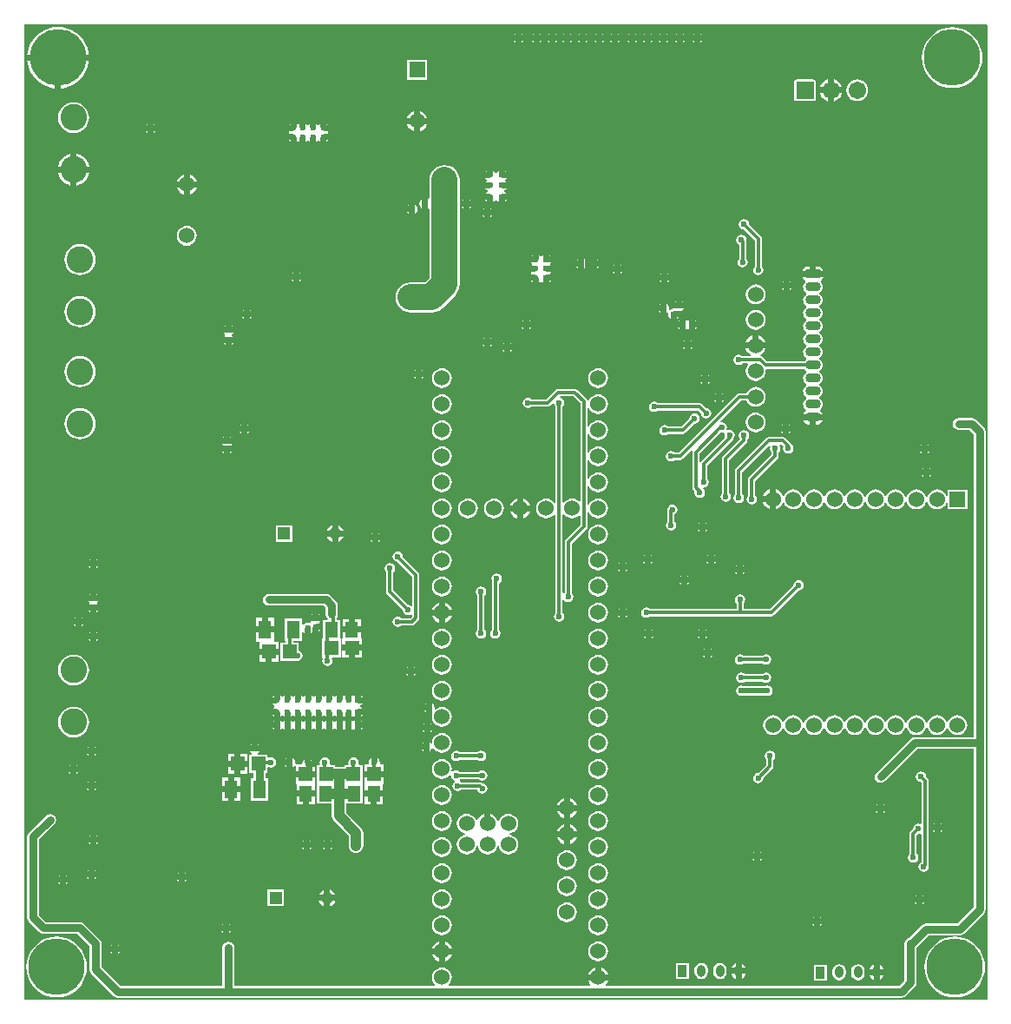
<source format=gbl>
G04 Layer_Physical_Order=2*
G04 Layer_Color=11436288*
%FSLAX25Y25*%
%MOIN*%
G70*
G01*
G75*
%ADD25R,0.05118X0.05906*%
%ADD26R,0.05512X0.05512*%
%ADD68C,0.10000*%
%ADD69C,0.03937*%
%ADD70C,0.01969*%
%ADD72C,0.01181*%
%ADD74C,0.02953*%
%ADD75C,0.06732*%
G04:AMPARAMS|DCode=76|XSize=67.32mil|YSize=67.32mil|CornerRadius=1.68mil|HoleSize=0mil|Usage=FLASHONLY|Rotation=0.000|XOffset=0mil|YOffset=0mil|HoleType=Round|Shape=RoundedRectangle|*
%AMROUNDEDRECTD76*
21,1,0.06732,0.06396,0,0,0.0*
21,1,0.06396,0.06732,0,0,0.0*
1,1,0.00337,0.03198,-0.03198*
1,1,0.00337,-0.03198,-0.03198*
1,1,0.00337,-0.03198,0.03198*
1,1,0.00337,0.03198,0.03198*
%
%ADD76ROUNDEDRECTD76*%
%ADD77C,0.06000*%
%ADD78R,0.06000X0.06000*%
%ADD79C,0.04724*%
%ADD80R,0.04724X0.04724*%
%ADD81C,0.10236*%
%ADD82R,0.03500X0.04500*%
%ADD83O,0.03500X0.04500*%
%ADD84O,0.06000X0.03543*%
G04:AMPARAMS|DCode=85|XSize=60mil|YSize=35.43mil|CornerRadius=8.86mil|HoleSize=0mil|Usage=FLASHONLY|Rotation=0.000|XOffset=0mil|YOffset=0mil|HoleType=Round|Shape=RoundedRectangle|*
%AMROUNDEDRECTD85*
21,1,0.06000,0.01772,0,0,0.0*
21,1,0.04228,0.03543,0,0,0.0*
1,1,0.01772,0.02114,-0.00886*
1,1,0.01772,-0.02114,-0.00886*
1,1,0.01772,-0.02114,0.00886*
1,1,0.01772,0.02114,0.00886*
%
%ADD85ROUNDEDRECTD85*%
%ADD86C,0.02362*%
%ADD87C,0.21654*%
%ADD88R,0.05118X0.07087*%
G36*
X470000Y493347D02*
Y119500D01*
X470000Y119500D01*
X100354D01*
X100000Y119853D01*
X100000Y493701D01*
X100000Y493701D01*
X469647D01*
X470000Y493347D01*
D02*
G37*
%LPC*%
G36*
X320500Y241820D02*
X319511Y241690D01*
X318590Y241308D01*
X317799Y240701D01*
X317192Y239910D01*
X316810Y238989D01*
X316680Y238000D01*
X316810Y237011D01*
X317192Y236090D01*
X317799Y235299D01*
X318590Y234692D01*
X319511Y234310D01*
X320500Y234180D01*
X321489Y234310D01*
X322410Y234692D01*
X323201Y235299D01*
X323808Y236090D01*
X324190Y237011D01*
X324320Y238000D01*
X324190Y238989D01*
X323808Y239910D01*
X323201Y240701D01*
X322410Y241308D01*
X321489Y241690D01*
X320500Y241820D01*
D02*
G37*
G36*
X195989Y236253D02*
X195598Y235992D01*
X195336Y235600D01*
X195989D01*
Y236253D01*
D02*
G37*
G36*
X254319Y233334D02*
X253927Y233072D01*
X253666Y232681D01*
X254319D01*
Y233334D01*
D02*
G37*
G36*
X260500Y241820D02*
X259511Y241690D01*
X258590Y241308D01*
X257799Y240701D01*
X257192Y239910D01*
X256810Y238989D01*
X256680Y238000D01*
X256810Y237011D01*
X257192Y236090D01*
X257799Y235299D01*
X258590Y234692D01*
X259511Y234310D01*
X260500Y234180D01*
X261489Y234310D01*
X262410Y234692D01*
X263201Y235299D01*
X263808Y236090D01*
X264190Y237011D01*
X264320Y238000D01*
X264190Y238989D01*
X263808Y239910D01*
X263201Y240701D01*
X262410Y241308D01*
X261489Y241690D01*
X260500Y241820D01*
D02*
G37*
G36*
X385500Y240007D02*
X384732Y239854D01*
X384660Y239806D01*
X376340D01*
X376268Y239854D01*
X375500Y240007D01*
X374732Y239854D01*
X374081Y239419D01*
X373646Y238768D01*
X373493Y238000D01*
X373646Y237232D01*
X374081Y236581D01*
X374732Y236146D01*
X375500Y235993D01*
X376268Y236146D01*
X376340Y236194D01*
X384660D01*
X384732Y236146D01*
X385500Y235993D01*
X386268Y236146D01*
X386919Y236581D01*
X387354Y237232D01*
X387507Y238000D01*
X387354Y238768D01*
X386919Y239419D01*
X386268Y239854D01*
X385500Y240007D01*
D02*
G37*
G36*
X119000Y251934D02*
X117842Y251820D01*
X116729Y251482D01*
X115703Y250934D01*
X114804Y250196D01*
X114066Y249297D01*
X113518Y248271D01*
X113180Y247158D01*
X113066Y246000D01*
X113180Y244842D01*
X113518Y243729D01*
X114066Y242703D01*
X114804Y241804D01*
X115703Y241066D01*
X116729Y240518D01*
X117842Y240180D01*
X119000Y240066D01*
X120158Y240180D01*
X121271Y240518D01*
X122297Y241066D01*
X123196Y241804D01*
X123934Y242703D01*
X124482Y243729D01*
X124820Y244842D01*
X124934Y246000D01*
X124820Y247158D01*
X124482Y248271D01*
X123934Y249297D01*
X123196Y250196D01*
X122297Y250934D01*
X121271Y251482D01*
X120158Y251820D01*
X119000Y251934D01*
D02*
G37*
G36*
X229351Y236253D02*
Y235600D01*
X230004D01*
X229743Y235992D01*
X229351Y236253D01*
D02*
G37*
G36*
X226989D02*
X226768Y236106D01*
X226420Y236030D01*
X226072Y236106D01*
X225851Y236253D01*
Y234419D01*
X223489D01*
Y236253D01*
X223268Y236106D01*
X222920Y236030D01*
X222572Y236106D01*
X222351Y236253D01*
Y234419D01*
X219989D01*
Y236253D01*
X219598Y235992D01*
X219420Y235726D01*
X218920D01*
X218743Y235992D01*
X218351Y236253D01*
Y234419D01*
X215989D01*
Y236253D01*
X215598Y235992D01*
X215420Y235726D01*
X214920D01*
X214743Y235992D01*
X214351Y236253D01*
Y234419D01*
X211989D01*
Y236253D01*
X211598Y235992D01*
X211420Y235726D01*
X210920D01*
X210743Y235992D01*
X210351Y236253D01*
Y234419D01*
X207989D01*
Y236253D01*
X207598Y235992D01*
X207420Y235726D01*
X206920D01*
X206743Y235992D01*
X206351Y236253D01*
Y234419D01*
X203989D01*
Y236253D01*
X203598Y235992D01*
X203420Y235726D01*
X202920D01*
X202743Y235992D01*
X202351Y236253D01*
Y234419D01*
X199989D01*
Y236253D01*
X199598Y235992D01*
X199420Y235726D01*
X198920D01*
X198743Y235992D01*
X198351Y236253D01*
Y234419D01*
X197170D01*
Y233238D01*
X195336D01*
X195598Y232847D01*
X196196Y232447D01*
X196227Y232329D01*
Y232010D01*
X196196Y231892D01*
X195598Y231492D01*
X195336Y231101D01*
X197170D01*
Y229919D01*
X198351D01*
Y228085D01*
X198743Y228347D01*
X198920Y228613D01*
X199420D01*
X199598Y228347D01*
X199989Y228085D01*
Y229919D01*
X202351D01*
Y228085D01*
X202743Y228347D01*
X202920Y228613D01*
X203420D01*
X203598Y228347D01*
X203989Y228085D01*
Y229919D01*
X206351D01*
Y228085D01*
X206743Y228347D01*
X206920Y228613D01*
X207420D01*
X207598Y228347D01*
X207989Y228085D01*
Y229919D01*
X210351D01*
Y228085D01*
X210743Y228347D01*
X210920Y228613D01*
X211420D01*
X211598Y228347D01*
X211989Y228085D01*
Y229919D01*
X214351D01*
Y228085D01*
X214743Y228347D01*
X214920Y228613D01*
X215420D01*
X215598Y228347D01*
X215989Y228085D01*
Y229919D01*
X218351D01*
Y228085D01*
X218743Y228347D01*
X218920Y228613D01*
X219420D01*
X219598Y228347D01*
X219989Y228085D01*
Y229919D01*
X222351D01*
Y228085D01*
X222572Y228233D01*
X222920Y228308D01*
X223268Y228233D01*
X223489Y228085D01*
Y229919D01*
X225851D01*
Y228085D01*
X226072Y228233D01*
X226420Y228308D01*
X226768Y228233D01*
X226989Y228085D01*
Y229919D01*
X228170D01*
Y231101D01*
X230004D01*
X229743Y231492D01*
X229144Y231892D01*
X229114Y232010D01*
Y232329D01*
X229144Y232447D01*
X229743Y232847D01*
X230004Y233238D01*
X228170D01*
Y234419D01*
X226989D01*
Y236253D01*
D02*
G37*
G36*
X211989Y226753D02*
X211598Y226492D01*
X211420Y226226D01*
X210920D01*
X210743Y226492D01*
X210351Y226753D01*
Y224919D01*
Y223085D01*
X210743Y223347D01*
X210920Y223613D01*
X211420D01*
X211598Y223347D01*
X211989Y223085D01*
Y224919D01*
Y226753D01*
D02*
G37*
G36*
X215989D02*
X215598Y226492D01*
X215420Y226226D01*
X214920D01*
X214743Y226492D01*
X214351Y226753D01*
Y224919D01*
Y223085D01*
X214743Y223347D01*
X214920Y223613D01*
X215420D01*
X215598Y223347D01*
X215989Y223085D01*
Y224919D01*
Y226753D01*
D02*
G37*
G36*
X203989D02*
X203598Y226492D01*
X203420Y226226D01*
X202920D01*
X202743Y226492D01*
X202351Y226753D01*
Y224919D01*
Y223085D01*
X202743Y223347D01*
X202920Y223613D01*
X203420D01*
X203598Y223347D01*
X203989Y223085D01*
Y224919D01*
Y226753D01*
D02*
G37*
G36*
X207989D02*
X207598Y226492D01*
X207420Y226226D01*
X206920D01*
X206743Y226492D01*
X206351Y226753D01*
Y224919D01*
Y223085D01*
X206743Y223347D01*
X206920Y223613D01*
X207420D01*
X207598Y223347D01*
X207989Y223085D01*
Y224919D01*
Y226753D01*
D02*
G37*
G36*
X230004Y228738D02*
X229351D01*
Y228085D01*
X229743Y228347D01*
X230004Y228738D01*
D02*
G37*
G36*
X254319Y230319D02*
X253666D01*
X253927Y229927D01*
X254319Y229666D01*
Y230319D01*
D02*
G37*
G36*
X219989Y226753D02*
X219598Y226492D01*
X219420Y226226D01*
X218920D01*
X218743Y226492D01*
X218351Y226753D01*
Y224919D01*
Y223085D01*
X218743Y223347D01*
X218920Y223613D01*
X219420D01*
X219598Y223347D01*
X219989Y223085D01*
Y224919D01*
Y226753D01*
D02*
G37*
G36*
X195989Y228738D02*
X195336D01*
X195598Y228347D01*
X195989Y228085D01*
Y228738D01*
D02*
G37*
G36*
X361319Y251319D02*
X360666D01*
X360928Y250927D01*
X361319Y250666D01*
Y251319D01*
D02*
G37*
G36*
X364334D02*
X363681D01*
Y250666D01*
X364072Y250927D01*
X364334Y251319D01*
D02*
G37*
G36*
X192882Y251819D02*
X190307D01*
Y249244D01*
X192882D01*
Y251819D01*
D02*
G37*
G36*
X197819D02*
X195244D01*
Y249244D01*
X197819D01*
Y251819D01*
D02*
G37*
G36*
X385000Y252007D02*
X384232Y251854D01*
X383581Y251419D01*
X383571Y251405D01*
X376429D01*
X376419Y251419D01*
X375768Y251854D01*
X375000Y252007D01*
X374232Y251854D01*
X373581Y251419D01*
X373146Y250768D01*
X372993Y250000D01*
X373146Y249232D01*
X373581Y248581D01*
X374232Y248146D01*
X375000Y247993D01*
X375768Y248146D01*
X376419Y248581D01*
X376429Y248595D01*
X383571D01*
X383581Y248581D01*
X384232Y248146D01*
X385000Y247993D01*
X385768Y248146D01*
X386419Y248581D01*
X386854Y249232D01*
X387007Y250000D01*
X386854Y250768D01*
X386419Y251419D01*
X385768Y251854D01*
X385000Y252007D01*
D02*
G37*
G36*
X361319Y254334D02*
X360928Y254072D01*
X360666Y253681D01*
X361319D01*
Y254334D01*
D02*
G37*
G36*
X224756Y253319D02*
X222181D01*
Y250744D01*
X224756D01*
Y253319D01*
D02*
G37*
G36*
X229693D02*
X227118D01*
Y250744D01*
X229693D01*
Y253319D01*
D02*
G37*
G36*
X260500Y251820D02*
X259511Y251690D01*
X258590Y251308D01*
X257799Y250701D01*
X257192Y249910D01*
X256810Y248989D01*
X256680Y248000D01*
X256810Y247011D01*
X257192Y246090D01*
X257799Y245299D01*
X258590Y244692D01*
X259511Y244310D01*
X260500Y244180D01*
X261489Y244310D01*
X262410Y244692D01*
X263201Y245299D01*
X263808Y246090D01*
X264190Y247011D01*
X264320Y248000D01*
X264190Y248989D01*
X263808Y249910D01*
X263201Y250701D01*
X262410Y251308D01*
X261489Y251690D01*
X260500Y251820D01*
D02*
G37*
G36*
X320500D02*
X319511Y251690D01*
X318590Y251308D01*
X317799Y250701D01*
X317192Y249910D01*
X316810Y248989D01*
X316680Y248000D01*
X316810Y247011D01*
X317192Y246090D01*
X317799Y245299D01*
X318590Y244692D01*
X319511Y244310D01*
X320500Y244180D01*
X321489Y244310D01*
X322410Y244692D01*
X323201Y245299D01*
X323808Y246090D01*
X324190Y247011D01*
X324320Y248000D01*
X324190Y248989D01*
X323808Y249910D01*
X323201Y250701D01*
X322410Y251308D01*
X321489Y251690D01*
X320500Y251820D01*
D02*
G37*
G36*
X247319Y244319D02*
X246666D01*
X246927Y243928D01*
X247319Y243666D01*
Y244319D01*
D02*
G37*
G36*
X250334D02*
X249681D01*
Y243666D01*
X250073Y243928D01*
X250334Y244319D01*
D02*
G37*
G36*
X249681Y247334D02*
Y246681D01*
X250334D01*
X250073Y247073D01*
X249681Y247334D01*
D02*
G37*
G36*
X216000Y275308D02*
X194000D01*
X193117Y275132D01*
X192368Y274632D01*
X191868Y273883D01*
X191692Y273000D01*
X191868Y272117D01*
X192368Y271368D01*
X193117Y270868D01*
X194000Y270692D01*
X215044D01*
X215853Y269882D01*
Y267500D01*
X216029Y266617D01*
X216529Y265868D01*
X216721Y265740D01*
X216569Y265240D01*
X214815D01*
Y258043D01*
X214520D01*
Y250957D01*
X214520D01*
X214772Y250457D01*
X214646Y250268D01*
X214493Y249500D01*
X214646Y248732D01*
X215081Y248081D01*
X215732Y247646D01*
X216500Y247493D01*
X217268Y247646D01*
X217919Y248081D01*
X218354Y248732D01*
X218507Y249500D01*
X218354Y250268D01*
X218228Y250457D01*
X218495Y250957D01*
X221606D01*
Y258043D01*
X221508D01*
Y265240D01*
X220066D01*
Y266276D01*
X220294Y266617D01*
X220469Y267500D01*
Y270839D01*
X220294Y271722D01*
X219794Y272471D01*
X217632Y274632D01*
X216883Y275132D01*
X216000Y275308D01*
D02*
G37*
G36*
X385000Y245007D02*
X384232Y244854D01*
X383581Y244419D01*
X383571Y244405D01*
X376929D01*
X376919Y244419D01*
X376268Y244854D01*
X375500Y245007D01*
X374732Y244854D01*
X374081Y244419D01*
X373646Y243768D01*
X373493Y243000D01*
X373646Y242232D01*
X374081Y241581D01*
X374732Y241146D01*
X375500Y240993D01*
X376268Y241146D01*
X376919Y241581D01*
X376929Y241595D01*
X383571D01*
X383581Y241581D01*
X384232Y241146D01*
X385000Y240993D01*
X385768Y241146D01*
X386419Y241581D01*
X386854Y242232D01*
X387007Y243000D01*
X386854Y243768D01*
X386419Y244419D01*
X385768Y244854D01*
X385000Y245007D01*
D02*
G37*
G36*
X247319Y247334D02*
X246927Y247073D01*
X246666Y246681D01*
X247319D01*
Y247334D01*
D02*
G37*
G36*
X199989Y226753D02*
X199598Y226492D01*
X199420Y226226D01*
X198920D01*
X198743Y226492D01*
X198351Y226753D01*
Y224919D01*
Y223085D01*
X198743Y223347D01*
X198920Y223613D01*
X199420D01*
X199598Y223347D01*
X199989Y223085D01*
Y224919D01*
Y226753D01*
D02*
G37*
G36*
X275500Y215007D02*
X274732Y214854D01*
X274081Y214419D01*
X274071Y214405D01*
X267429D01*
X267419Y214419D01*
X266768Y214854D01*
X266000Y215007D01*
X265232Y214854D01*
X264581Y214419D01*
X264146Y213768D01*
X263993Y213000D01*
X264146Y212232D01*
X264581Y211581D01*
X265232Y211146D01*
X266000Y210993D01*
X266768Y211146D01*
X267419Y211581D01*
X267429Y211595D01*
X274071D01*
X274081Y211581D01*
X274732Y211146D01*
X275500Y210993D01*
X276268Y211146D01*
X276919Y211581D01*
X277354Y212232D01*
X277507Y213000D01*
X277354Y213768D01*
X276919Y214419D01*
X276268Y214854D01*
X275500Y215007D01*
D02*
G37*
G36*
X253319Y215319D02*
X252666D01*
X252927Y214928D01*
X253319Y214666D01*
Y215319D01*
D02*
G37*
G36*
X127834Y213819D02*
X127181D01*
Y213166D01*
X127573Y213427D01*
X127834Y213819D01*
D02*
G37*
G36*
X320500Y221820D02*
X319511Y221690D01*
X318590Y221308D01*
X317799Y220701D01*
X317192Y219910D01*
X316810Y218989D01*
X316680Y218000D01*
X316810Y217011D01*
X317192Y216090D01*
X317799Y215299D01*
X318590Y214692D01*
X319511Y214310D01*
X320500Y214180D01*
X321489Y214310D01*
X322410Y214692D01*
X323201Y215299D01*
X323808Y216090D01*
X324190Y217011D01*
X324320Y218000D01*
X324190Y218989D01*
X323808Y219910D01*
X323201Y220701D01*
X322410Y221308D01*
X321489Y221690D01*
X320500Y221820D01*
D02*
G37*
G36*
X187426Y217753D02*
X187035Y217492D01*
X186773Y217101D01*
X187426D01*
Y217753D01*
D02*
G37*
G36*
X189788D02*
Y217101D01*
X190441D01*
X190180Y217492D01*
X189788Y217753D01*
D02*
G37*
G36*
X124819Y216834D02*
X124427Y216572D01*
X124166Y216181D01*
X124819D01*
Y216834D01*
D02*
G37*
G36*
X127181D02*
Y216181D01*
X127834D01*
X127573Y216572D01*
X127181Y216834D01*
D02*
G37*
G36*
X235681Y212334D02*
Y210500D01*
X233319D01*
Y212334D01*
X232927Y212072D01*
X232445Y211351D01*
X232276Y210500D01*
X232347Y210142D01*
X232030Y209756D01*
X230681D01*
Y207181D01*
X238193D01*
Y209756D01*
X236970D01*
X236653Y210142D01*
X236724Y210500D01*
X236555Y211351D01*
X236072Y212072D01*
X235681Y212334D01*
D02*
G37*
G36*
X180882Y213756D02*
X178307D01*
Y211181D01*
X180882D01*
Y213756D01*
D02*
G37*
G36*
X117819Y209834D02*
X117428Y209573D01*
X117166Y209181D01*
X117819D01*
Y209834D01*
D02*
G37*
G36*
X120181D02*
Y209181D01*
X120834D01*
X120572Y209573D01*
X120181Y209834D01*
D02*
G37*
G36*
X200819Y212334D02*
X200428Y212072D01*
X200166Y211681D01*
X200819D01*
Y212334D01*
D02*
G37*
G36*
X124819Y213819D02*
X124166D01*
X124427Y213427D01*
X124819Y213166D01*
Y213819D01*
D02*
G37*
G36*
X185819Y213756D02*
X183244D01*
Y211181D01*
X185819D01*
Y213756D01*
D02*
G37*
G36*
X210181Y211834D02*
Y211181D01*
X210834D01*
X210573Y211573D01*
X210181Y211834D01*
D02*
G37*
G36*
X320500Y231820D02*
X319511Y231690D01*
X318590Y231308D01*
X317799Y230701D01*
X317192Y229910D01*
X316810Y228989D01*
X316680Y228000D01*
X316810Y227011D01*
X317192Y226090D01*
X317799Y225299D01*
X318590Y224692D01*
X319511Y224310D01*
X320500Y224180D01*
X321489Y224310D01*
X322410Y224692D01*
X323201Y225299D01*
X323808Y226090D01*
X324190Y227011D01*
X324320Y228000D01*
X324190Y228989D01*
X323808Y229910D01*
X323201Y230701D01*
X322410Y231308D01*
X321489Y231690D01*
X320500Y231820D01*
D02*
G37*
G36*
X253819Y225834D02*
X253428Y225572D01*
X253166Y225181D01*
X253819D01*
Y225834D01*
D02*
G37*
G36*
X230004Y223738D02*
X229351D01*
Y223085D01*
X229743Y223347D01*
X230004Y223738D01*
D02*
G37*
G36*
X256681Y233334D02*
Y231500D01*
Y229395D01*
X256903Y229213D01*
X256810Y228989D01*
X256680Y228000D01*
X256810Y227011D01*
X257192Y226090D01*
X257799Y225299D01*
X258590Y224692D01*
X259511Y224310D01*
X260500Y224180D01*
X261489Y224310D01*
X262410Y224692D01*
X263201Y225299D01*
X263808Y226090D01*
X264190Y227011D01*
X264320Y228000D01*
X264190Y228989D01*
X263808Y229910D01*
X263201Y230701D01*
X262410Y231308D01*
X261489Y231690D01*
X260500Y231820D01*
X259511Y231690D01*
X258590Y231308D01*
X258124Y230951D01*
X257671Y231233D01*
X257724Y231500D01*
X257555Y232351D01*
X257072Y233072D01*
X256681Y233334D01*
D02*
G37*
G36*
X195989Y226753D02*
X195598Y226492D01*
X195336Y226100D01*
X195989D01*
Y226753D01*
D02*
G37*
G36*
X229351D02*
Y226100D01*
X230004D01*
X229743Y226492D01*
X229351Y226753D01*
D02*
G37*
G36*
X256181Y225834D02*
Y225181D01*
X256834D01*
X256573Y225572D01*
X256181Y225834D01*
D02*
G37*
G36*
X458500Y228706D02*
X457511Y228576D01*
X456590Y228194D01*
X455799Y227587D01*
X455192Y226796D01*
X454810Y225874D01*
X454316D01*
X453934Y226796D01*
X453327Y227587D01*
X452536Y228194D01*
X451615Y228576D01*
X450626Y228706D01*
X449637Y228576D01*
X448716Y228194D01*
X447925Y227587D01*
X447318Y226796D01*
X446936Y225874D01*
X446442D01*
X446060Y226796D01*
X445453Y227587D01*
X444662Y228194D01*
X443741Y228576D01*
X442752Y228706D01*
X441763Y228576D01*
X440842Y228194D01*
X440051Y227587D01*
X439444Y226796D01*
X439062Y225874D01*
X438568D01*
X438186Y226796D01*
X437579Y227587D01*
X436788Y228194D01*
X435867Y228576D01*
X434878Y228706D01*
X433889Y228576D01*
X432968Y228194D01*
X432177Y227587D01*
X431570Y226796D01*
X431188Y225874D01*
X430694D01*
X430312Y226796D01*
X429705Y227587D01*
X428914Y228194D01*
X427993Y228576D01*
X427004Y228706D01*
X426015Y228576D01*
X425094Y228194D01*
X424303Y227587D01*
X423696Y226796D01*
X423314Y225874D01*
X422820D01*
X422438Y226796D01*
X421831Y227587D01*
X421040Y228194D01*
X420119Y228576D01*
X419130Y228706D01*
X418141Y228576D01*
X417220Y228194D01*
X416429Y227587D01*
X415822Y226796D01*
X415440Y225874D01*
X414946D01*
X414564Y226796D01*
X413957Y227587D01*
X413166Y228194D01*
X412245Y228576D01*
X411256Y228706D01*
X410267Y228576D01*
X409346Y228194D01*
X408555Y227587D01*
X407948Y226796D01*
X407566Y225874D01*
X407072D01*
X406690Y226796D01*
X406083Y227587D01*
X405292Y228194D01*
X404371Y228576D01*
X403382Y228706D01*
X402393Y228576D01*
X401472Y228194D01*
X400681Y227587D01*
X400074Y226796D01*
X399692Y225874D01*
X399198D01*
X398816Y226796D01*
X398209Y227587D01*
X397418Y228194D01*
X396497Y228576D01*
X395508Y228706D01*
X394519Y228576D01*
X393598Y228194D01*
X392807Y227587D01*
X392200Y226796D01*
X391818Y225874D01*
X391324D01*
X390942Y226796D01*
X390335Y227587D01*
X389544Y228194D01*
X388623Y228576D01*
X387634Y228706D01*
X386645Y228576D01*
X385724Y228194D01*
X384933Y227587D01*
X384326Y226796D01*
X383944Y225874D01*
X383814Y224886D01*
X383944Y223897D01*
X384326Y222976D01*
X384933Y222185D01*
X385724Y221578D01*
X386645Y221196D01*
X387634Y221066D01*
X388623Y221196D01*
X389544Y221578D01*
X390335Y222185D01*
X390942Y222976D01*
X391324Y223897D01*
X391818D01*
X392200Y222976D01*
X392807Y222185D01*
X393598Y221578D01*
X394519Y221196D01*
X395508Y221066D01*
X396497Y221196D01*
X397418Y221578D01*
X398209Y222185D01*
X398816Y222976D01*
X399198Y223897D01*
X399692D01*
X400074Y222976D01*
X400681Y222185D01*
X401472Y221578D01*
X402393Y221196D01*
X403382Y221066D01*
X404371Y221196D01*
X405292Y221578D01*
X406083Y222185D01*
X406690Y222976D01*
X407072Y223897D01*
X407566D01*
X407948Y222976D01*
X408555Y222185D01*
X409346Y221578D01*
X410267Y221196D01*
X411256Y221066D01*
X412245Y221196D01*
X413166Y221578D01*
X413957Y222185D01*
X414564Y222976D01*
X414946Y223897D01*
X415440D01*
X415822Y222976D01*
X416429Y222185D01*
X417220Y221578D01*
X418141Y221196D01*
X419130Y221066D01*
X420119Y221196D01*
X421040Y221578D01*
X421831Y222185D01*
X422438Y222976D01*
X422820Y223897D01*
X423314D01*
X423696Y222976D01*
X424303Y222185D01*
X425094Y221578D01*
X426015Y221196D01*
X427004Y221066D01*
X427993Y221196D01*
X428914Y221578D01*
X429705Y222185D01*
X430312Y222976D01*
X430694Y223897D01*
X431188D01*
X431570Y222976D01*
X432177Y222185D01*
X432968Y221578D01*
X433889Y221196D01*
X434878Y221066D01*
X435867Y221196D01*
X436788Y221578D01*
X437579Y222185D01*
X438186Y222976D01*
X438568Y223897D01*
X439062D01*
X439444Y222976D01*
X440051Y222185D01*
X440842Y221578D01*
X441763Y221196D01*
X442752Y221066D01*
X443741Y221196D01*
X444662Y221578D01*
X445453Y222185D01*
X446060Y222976D01*
X446442Y223897D01*
X446936D01*
X447318Y222976D01*
X447925Y222185D01*
X448716Y221578D01*
X449637Y221196D01*
X450626Y221066D01*
X451615Y221196D01*
X452536Y221578D01*
X453327Y222185D01*
X453934Y222976D01*
X454316Y223897D01*
X454810D01*
X455192Y222976D01*
X455799Y222185D01*
X456590Y221578D01*
X457511Y221196D01*
X458500Y221066D01*
X459489Y221196D01*
X460410Y221578D01*
X461201Y222185D01*
X461808Y222976D01*
X462190Y223897D01*
X462320Y224886D01*
X462190Y225874D01*
X461808Y226796D01*
X461201Y227587D01*
X460410Y228194D01*
X459489Y228576D01*
X458500Y228706D01*
D02*
G37*
G36*
X119000Y231934D02*
X117842Y231820D01*
X116729Y231482D01*
X115703Y230934D01*
X114804Y230196D01*
X114066Y229297D01*
X113518Y228271D01*
X113180Y227158D01*
X113066Y226000D01*
X113180Y224842D01*
X113518Y223729D01*
X114066Y222703D01*
X114804Y221804D01*
X115703Y221066D01*
X116729Y220518D01*
X117842Y220180D01*
X119000Y220066D01*
X120158Y220180D01*
X121271Y220518D01*
X122297Y221066D01*
X123196Y221804D01*
X123934Y222703D01*
X124482Y223729D01*
X124820Y224842D01*
X124934Y226000D01*
X124820Y227158D01*
X124482Y228271D01*
X123934Y229297D01*
X123196Y230196D01*
X122297Y230934D01*
X121271Y231482D01*
X120158Y231820D01*
X119000Y231934D01*
D02*
G37*
G36*
X253819Y222819D02*
X253166D01*
X253428Y222428D01*
X253819Y222166D01*
Y222819D01*
D02*
G37*
G36*
X253319Y218334D02*
X252927Y218073D01*
X252666Y217681D01*
X253319D01*
Y218334D01*
D02*
G37*
G36*
X260500Y221820D02*
X259511Y221690D01*
X258590Y221308D01*
X257799Y220701D01*
X257192Y219910D01*
X256810Y218989D01*
X256687Y218053D01*
X256553Y217973D01*
X256189Y217898D01*
X256072Y218073D01*
X255681Y218334D01*
Y216500D01*
Y214666D01*
X256072Y214928D01*
X256555Y215649D01*
X256645Y216103D01*
X257165Y216155D01*
X257192Y216090D01*
X257799Y215299D01*
X258590Y214692D01*
X259511Y214310D01*
X260500Y214180D01*
X261489Y214310D01*
X262410Y214692D01*
X263201Y215299D01*
X263808Y216090D01*
X264190Y217011D01*
X264320Y218000D01*
X264190Y218989D01*
X263808Y219910D01*
X263201Y220701D01*
X262410Y221308D01*
X261489Y221690D01*
X260500Y221820D01*
D02*
G37*
G36*
X222351Y226753D02*
Y224919D01*
Y223085D01*
X222572Y223233D01*
X222920Y223308D01*
X223268Y223233D01*
X223489Y223085D01*
Y224919D01*
Y226753D01*
X223268Y226606D01*
X222920Y226530D01*
X222572Y226606D01*
X222351Y226753D01*
D02*
G37*
G36*
X225851D02*
Y224919D01*
Y223085D01*
X226072Y223233D01*
X226420Y223308D01*
X226768Y223233D01*
X226989Y223085D01*
Y224919D01*
Y226753D01*
X226768Y226606D01*
X226420Y226530D01*
X226072Y226606D01*
X225851Y226753D01*
D02*
G37*
G36*
X256834Y222819D02*
X256181D01*
Y222166D01*
X256573Y222428D01*
X256834Y222819D01*
D02*
G37*
G36*
X195989Y223738D02*
X195336D01*
X195598Y223347D01*
X195989Y223085D01*
Y223738D01*
D02*
G37*
G36*
X128334Y272319D02*
X124666D01*
X124927Y271927D01*
Y271572D01*
X124666Y271181D01*
X128334D01*
X128073Y271572D01*
Y271927D01*
X128334Y272319D01*
D02*
G37*
G36*
X260500Y281820D02*
X259511Y281690D01*
X258590Y281308D01*
X257799Y280701D01*
X257192Y279910D01*
X256810Y278989D01*
X256680Y278000D01*
X256810Y277011D01*
X257192Y276090D01*
X257799Y275299D01*
X258590Y274692D01*
X259511Y274310D01*
X260500Y274180D01*
X261489Y274310D01*
X262410Y274692D01*
X263201Y275299D01*
X263808Y276090D01*
X264190Y277011D01*
X264320Y278000D01*
X264190Y278989D01*
X263808Y279910D01*
X263201Y280701D01*
X262410Y281308D01*
X261489Y281690D01*
X260500Y281820D01*
D02*
G37*
G36*
X331181Y269834D02*
Y269181D01*
X331834D01*
X331573Y269572D01*
X331181Y269834D01*
D02*
G37*
G36*
X243500Y291507D02*
X242732Y291354D01*
X242081Y290919D01*
X241646Y290268D01*
X241493Y289500D01*
X241646Y288732D01*
X242081Y288081D01*
X242732Y287646D01*
X243500Y287493D01*
X243517Y287496D01*
X249095Y281918D01*
Y270903D01*
X248595Y270636D01*
X248268Y270854D01*
X247500Y271007D01*
X247483Y271004D01*
X241905Y276582D01*
Y283571D01*
X241919Y283581D01*
X242354Y284232D01*
X242507Y285000D01*
X242354Y285768D01*
X241919Y286419D01*
X241268Y286854D01*
X240500Y287007D01*
X239732Y286854D01*
X239081Y286419D01*
X238646Y285768D01*
X238493Y285000D01*
X238646Y284232D01*
X239081Y283581D01*
X239095Y283571D01*
Y276000D01*
X239202Y275462D01*
X239507Y275007D01*
X245496Y269017D01*
X245493Y269000D01*
X245646Y268232D01*
X246081Y267581D01*
X246732Y267146D01*
X247500Y266993D01*
X248268Y267146D01*
X248595Y267364D01*
X249095Y267097D01*
Y266582D01*
X248418Y265905D01*
X244929D01*
X244919Y265919D01*
X244268Y266354D01*
X243500Y266507D01*
X242732Y266354D01*
X242081Y265919D01*
X241646Y265268D01*
X241493Y264500D01*
X241646Y263732D01*
X242081Y263081D01*
X242732Y262646D01*
X243500Y262493D01*
X244268Y262646D01*
X244919Y263081D01*
X244929Y263095D01*
X249000D01*
X249538Y263202D01*
X249993Y263507D01*
X251493Y265007D01*
X251798Y265462D01*
X251905Y266000D01*
Y282500D01*
X251798Y283038D01*
X251493Y283493D01*
X245504Y289483D01*
X245507Y289500D01*
X245354Y290268D01*
X244919Y290919D01*
X244268Y291354D01*
X243500Y291507D01*
D02*
G37*
G36*
X127681Y275334D02*
Y274681D01*
X128334D01*
X128073Y275073D01*
X127681Y275334D01*
D02*
G37*
G36*
X397500Y280507D02*
X396732Y280354D01*
X396081Y279919D01*
X395646Y279268D01*
X395493Y278500D01*
X395496Y278483D01*
X386418Y269405D01*
X376405D01*
Y271571D01*
X376419Y271581D01*
X376854Y272232D01*
X377007Y273000D01*
X376854Y273768D01*
X376419Y274419D01*
X375768Y274854D01*
X375000Y275007D01*
X374232Y274854D01*
X373581Y274419D01*
X373146Y273768D01*
X372993Y273000D01*
X373146Y272232D01*
X373581Y271581D01*
X373595Y271571D01*
Y269405D01*
X340429D01*
X340419Y269419D01*
X339768Y269854D01*
X339000Y270007D01*
X338232Y269854D01*
X337581Y269419D01*
X337146Y268768D01*
X336993Y268000D01*
X337146Y267232D01*
X337581Y266581D01*
X338232Y266146D01*
X339000Y265993D01*
X339768Y266146D01*
X340419Y266581D01*
X340429Y266595D01*
X387000D01*
X387538Y266702D01*
X387993Y267007D01*
X397483Y276496D01*
X397500Y276493D01*
X398268Y276646D01*
X398919Y277081D01*
X399354Y277732D01*
X399507Y278500D01*
X399354Y279268D01*
X398919Y279919D01*
X398268Y280354D01*
X397500Y280507D01*
D02*
G37*
G36*
X320500Y281820D02*
X319511Y281690D01*
X318590Y281308D01*
X317799Y280701D01*
X317192Y279910D01*
X316810Y278989D01*
X316680Y278000D01*
X316810Y277011D01*
X317192Y276090D01*
X317799Y275299D01*
X318590Y274692D01*
X319511Y274310D01*
X320500Y274180D01*
X321489Y274310D01*
X322410Y274692D01*
X323201Y275299D01*
X323808Y276090D01*
X324190Y277011D01*
X324320Y278000D01*
X324190Y278989D01*
X323808Y279910D01*
X323201Y280701D01*
X322410Y281308D01*
X321489Y281690D01*
X320500Y281820D01*
D02*
G37*
G36*
X125319Y275334D02*
X124927Y275073D01*
X124666Y274681D01*
X125319D01*
Y275334D01*
D02*
G37*
G36*
X213181Y267834D02*
Y267181D01*
X213834D01*
X213573Y267572D01*
X213181Y267834D01*
D02*
G37*
G36*
X125319Y268819D02*
X124666D01*
X124927Y268427D01*
X125319Y268166D01*
Y268819D01*
D02*
G37*
G36*
X331834Y266819D02*
X331181D01*
Y266166D01*
X331573Y266427D01*
X331834Y266819D01*
D02*
G37*
G36*
X210819Y267834D02*
X210427Y267572D01*
X210166Y267181D01*
X210819D01*
Y267834D01*
D02*
G37*
G36*
X261681Y271840D02*
Y269181D01*
X264340D01*
X263994Y270017D01*
X263353Y270853D01*
X262517Y271494D01*
X261681Y271840D01*
D02*
G37*
G36*
X328819Y269834D02*
X328428Y269572D01*
X328166Y269181D01*
X328819D01*
Y269834D01*
D02*
G37*
G36*
X128334Y268819D02*
X127681D01*
Y268166D01*
X128073Y268427D01*
X128334Y268819D01*
D02*
G37*
G36*
X259319Y271840D02*
X258483Y271494D01*
X257647Y270853D01*
X257006Y270017D01*
X256660Y269181D01*
X259319D01*
Y271840D01*
D02*
G37*
G36*
X125319Y285819D02*
X124666D01*
X124927Y285427D01*
X125319Y285166D01*
Y285819D01*
D02*
G37*
G36*
X128334D02*
X127681D01*
Y285166D01*
X128073Y285427D01*
X128334Y285819D01*
D02*
G37*
G36*
X260500Y291820D02*
X259511Y291690D01*
X258590Y291308D01*
X257799Y290701D01*
X257192Y289910D01*
X256810Y288989D01*
X256680Y288000D01*
X256810Y287011D01*
X257192Y286090D01*
X257799Y285299D01*
X258590Y284692D01*
X259511Y284310D01*
X260500Y284180D01*
X261489Y284310D01*
X262410Y284692D01*
X263201Y285299D01*
X263808Y286090D01*
X264190Y287011D01*
X264320Y288000D01*
X264190Y288989D01*
X263808Y289910D01*
X263201Y290701D01*
X262410Y291308D01*
X261489Y291690D01*
X260500Y291820D01*
D02*
G37*
G36*
X320500D02*
X319511Y291690D01*
X318590Y291308D01*
X317799Y290701D01*
X317192Y289910D01*
X316810Y288989D01*
X316680Y288000D01*
X316810Y287011D01*
X317192Y286090D01*
X317799Y285299D01*
X318590Y284692D01*
X319511Y284310D01*
X320500Y284180D01*
X321489Y284310D01*
X322410Y284692D01*
X323201Y285299D01*
X323808Y286090D01*
X324190Y287011D01*
X324320Y288000D01*
X324190Y288989D01*
X323808Y289910D01*
X323201Y290701D01*
X322410Y291308D01*
X321489Y291690D01*
X320500Y291820D01*
D02*
G37*
G36*
X338319Y287319D02*
X337666D01*
X337928Y286928D01*
X338319Y286666D01*
Y287319D01*
D02*
G37*
G36*
X341334D02*
X340681D01*
Y286666D01*
X341073Y286928D01*
X341334Y287319D01*
D02*
G37*
G36*
X373819Y286334D02*
X373428Y286072D01*
X373166Y285681D01*
X373819D01*
Y286334D01*
D02*
G37*
G36*
X376181D02*
Y285681D01*
X376834D01*
X376572Y286072D01*
X376181Y286334D01*
D02*
G37*
G36*
X352319Y282334D02*
X351927Y282072D01*
X351666Y281681D01*
X352319D01*
Y282334D01*
D02*
G37*
G36*
X354681D02*
Y281681D01*
X355334D01*
X355072Y282072D01*
X354681Y282334D01*
D02*
G37*
G36*
X352319Y279319D02*
X351666D01*
X351927Y278927D01*
X352319Y278666D01*
Y279319D01*
D02*
G37*
G36*
X355334D02*
X354681D01*
Y278666D01*
X355072Y278927D01*
X355334Y279319D01*
D02*
G37*
G36*
X328819Y284319D02*
X328166D01*
X328428Y283927D01*
X328819Y283666D01*
Y284319D01*
D02*
G37*
G36*
X331834D02*
X331181D01*
Y283666D01*
X331573Y283927D01*
X331834Y284319D01*
D02*
G37*
G36*
X373819Y283319D02*
X373166D01*
X373428Y282927D01*
X373819Y282666D01*
Y283319D01*
D02*
G37*
G36*
X376834D02*
X376181D01*
Y282666D01*
X376572Y282927D01*
X376834Y283319D01*
D02*
G37*
G36*
X328819Y266819D02*
X328166D01*
X328428Y266427D01*
X328819Y266166D01*
Y266819D01*
D02*
G37*
G36*
X341834Y258819D02*
X341181D01*
Y258166D01*
X341572Y258428D01*
X341834Y258819D01*
D02*
G37*
G36*
X359319D02*
X358666D01*
X358927Y258428D01*
X359319Y258166D01*
Y258819D01*
D02*
G37*
G36*
X281500Y283007D02*
X280732Y282854D01*
X280081Y282419D01*
X279646Y281768D01*
X279493Y281000D01*
X279595Y280487D01*
Y261429D01*
X279581Y261419D01*
X279146Y260768D01*
X278993Y260000D01*
X279146Y259232D01*
X279581Y258581D01*
X280232Y258146D01*
X281000Y257993D01*
X281768Y258146D01*
X282419Y258581D01*
X282854Y259232D01*
X283007Y260000D01*
X282854Y260768D01*
X282419Y261419D01*
X282405Y261429D01*
Y279237D01*
X282919Y279581D01*
X283354Y280232D01*
X283507Y281000D01*
X283354Y281768D01*
X282919Y282419D01*
X282268Y282854D01*
X281500Y283007D01*
D02*
G37*
G36*
X338819Y258819D02*
X338166D01*
X338427Y258428D01*
X338819Y258166D01*
Y258819D01*
D02*
G37*
G36*
X125319Y260834D02*
X124927Y260573D01*
X124666Y260181D01*
X125319D01*
Y260834D01*
D02*
G37*
G36*
X127681D02*
Y260181D01*
X128334D01*
X128073Y260573D01*
X127681Y260834D01*
D02*
G37*
G36*
X362334Y258819D02*
X361681D01*
Y258166D01*
X362072Y258428D01*
X362334Y258819D01*
D02*
G37*
G36*
X206858Y265831D02*
X200165D01*
Y257169D01*
X200532D01*
Y256543D01*
X198394D01*
Y249457D01*
X205480D01*
Y249588D01*
X205768Y249646D01*
X206419Y250081D01*
X206854Y250732D01*
X207007Y251500D01*
X206854Y252268D01*
X206419Y252919D01*
X205768Y253354D01*
X205480Y253412D01*
Y256543D01*
X203342D01*
Y257169D01*
X206858D01*
Y260380D01*
X207358Y260531D01*
X207428Y260427D01*
X207819Y260166D01*
Y262000D01*
X210181D01*
Y260166D01*
X210573Y260427D01*
X210819Y260476D01*
Y262500D01*
X212000D01*
Y263681D01*
X213834D01*
X213573Y264072D01*
Y264427D01*
X213834Y264819D01*
X210166D01*
X210338Y264561D01*
X210279Y264338D01*
X209851Y264055D01*
X209000Y264224D01*
X208149Y264055D01*
X207428Y263573D01*
X207358Y263469D01*
X206858Y263620D01*
Y265831D01*
D02*
G37*
G36*
X320500Y261820D02*
X319511Y261690D01*
X318590Y261308D01*
X317799Y260701D01*
X317192Y259910D01*
X316810Y258989D01*
X316680Y258000D01*
X316810Y257011D01*
X317192Y256090D01*
X317799Y255299D01*
X318590Y254692D01*
X319511Y254310D01*
X320500Y254180D01*
X321489Y254310D01*
X322410Y254692D01*
X323201Y255299D01*
X323808Y256090D01*
X324190Y257011D01*
X324320Y258000D01*
X324190Y258989D01*
X323808Y259910D01*
X323201Y260701D01*
X322410Y261308D01*
X321489Y261690D01*
X320500Y261820D01*
D02*
G37*
G36*
X196047Y260319D02*
X188929D01*
Y256957D01*
X189890D01*
X190307Y256756D01*
X190307Y256457D01*
Y254181D01*
X197819D01*
Y256756D01*
X196464D01*
X196047Y256957D01*
X196047Y257256D01*
Y260319D01*
D02*
G37*
G36*
X363681Y254334D02*
Y253681D01*
X364334D01*
X364072Y254072D01*
X363681Y254334D01*
D02*
G37*
G36*
X260500Y261820D02*
X259511Y261690D01*
X258590Y261308D01*
X257799Y260701D01*
X257192Y259910D01*
X256810Y258989D01*
X256680Y258000D01*
X256810Y257011D01*
X257192Y256090D01*
X257799Y255299D01*
X258590Y254692D01*
X259511Y254310D01*
X260500Y254180D01*
X261489Y254310D01*
X262410Y254692D01*
X263201Y255299D01*
X263808Y256090D01*
X264190Y257011D01*
X264320Y258000D01*
X264190Y258989D01*
X263808Y259910D01*
X263201Y260701D01*
X262410Y261308D01*
X261489Y261690D01*
X260500Y261820D01*
D02*
G37*
G36*
X128334Y257819D02*
X127681D01*
Y257166D01*
X128073Y257428D01*
X128334Y257819D01*
D02*
G37*
G36*
X275500Y278007D02*
X274732Y277854D01*
X274081Y277419D01*
X273646Y276768D01*
X273493Y276000D01*
X273646Y275232D01*
X274081Y274581D01*
X274095Y274571D01*
Y261429D01*
X274081Y261419D01*
X273646Y260768D01*
X273493Y260000D01*
X273646Y259232D01*
X274081Y258581D01*
X274732Y258146D01*
X275500Y257993D01*
X276268Y258146D01*
X276919Y258581D01*
X277354Y259232D01*
X277507Y260000D01*
X277354Y260768D01*
X276919Y261419D01*
X276905Y261429D01*
Y274571D01*
X276919Y274581D01*
X277354Y275232D01*
X277507Y276000D01*
X277354Y276768D01*
X276919Y277419D01*
X276268Y277854D01*
X275500Y278007D01*
D02*
G37*
G36*
X229398Y260319D02*
X222280D01*
Y258256D01*
X222181D01*
Y255681D01*
X229693D01*
Y258256D01*
X229398D01*
Y260319D01*
D02*
G37*
G36*
X125319Y257819D02*
X124666D01*
X124927Y257428D01*
X125319Y257166D01*
Y257819D01*
D02*
G37*
G36*
X229398Y265453D02*
X227020D01*
Y262681D01*
X229398D01*
Y265453D01*
D02*
G37*
G36*
X259319Y266819D02*
X256660D01*
X257006Y265983D01*
X257647Y265147D01*
X258483Y264506D01*
X259319Y264160D01*
Y266819D01*
D02*
G37*
G36*
X196047Y266043D02*
X193669D01*
Y262681D01*
X196047D01*
Y266043D01*
D02*
G37*
G36*
X224658Y265453D02*
X222280D01*
Y262681D01*
X224658D01*
Y265453D01*
D02*
G37*
G36*
X119819Y266334D02*
X119428Y266073D01*
X119166Y265681D01*
X119819D01*
Y266334D01*
D02*
G37*
G36*
X122181D02*
Y265681D01*
X122834D01*
X122573Y266073D01*
X122181Y266334D01*
D02*
G37*
G36*
X264340Y266819D02*
X261681D01*
Y264160D01*
X262517Y264506D01*
X263353Y265147D01*
X263994Y265983D01*
X264340Y266819D01*
D02*
G37*
G36*
X320500Y271820D02*
X319511Y271690D01*
X318590Y271308D01*
X317799Y270701D01*
X317192Y269910D01*
X316810Y268989D01*
X316680Y268000D01*
X316810Y267011D01*
X317192Y266090D01*
X317799Y265299D01*
X318590Y264692D01*
X319511Y264310D01*
X320500Y264180D01*
X321489Y264310D01*
X322410Y264692D01*
X323201Y265299D01*
X323808Y266090D01*
X324190Y267011D01*
X324320Y268000D01*
X324190Y268989D01*
X323808Y269910D01*
X323201Y270701D01*
X322410Y271308D01*
X321489Y271690D01*
X320500Y271820D01*
D02*
G37*
G36*
X341181Y261834D02*
Y261181D01*
X341834D01*
X341572Y261573D01*
X341181Y261834D01*
D02*
G37*
G36*
X359319D02*
X358927Y261573D01*
X358666Y261181D01*
X359319D01*
Y261834D01*
D02*
G37*
G36*
X213834Y261319D02*
X213181D01*
Y260666D01*
X213573Y260928D01*
X213834Y261319D01*
D02*
G37*
G36*
X338819Y261834D02*
X338427Y261573D01*
X338166Y261181D01*
X338819D01*
Y261834D01*
D02*
G37*
G36*
X122834Y263319D02*
X122181D01*
Y262666D01*
X122573Y262928D01*
X122834Y263319D01*
D02*
G37*
G36*
X191307Y266043D02*
X188929D01*
Y262681D01*
X191307D01*
Y266043D01*
D02*
G37*
G36*
X361681Y261834D02*
Y261181D01*
X362334D01*
X362072Y261573D01*
X361681Y261834D01*
D02*
G37*
G36*
X119819Y263319D02*
X119166D01*
X119428Y262928D01*
X119819Y262666D01*
Y263319D01*
D02*
G37*
G36*
X226500Y212507D02*
X225732Y212354D01*
X225081Y211919D01*
X224646Y211268D01*
X224493Y210500D01*
X224584Y210043D01*
X224216Y209543D01*
X223020D01*
Y208780D01*
X219480D01*
Y209543D01*
X217784D01*
X217416Y210043D01*
X217507Y210500D01*
X217354Y211268D01*
X216919Y211919D01*
X216268Y212354D01*
X215500Y212507D01*
X214732Y212354D01*
X214081Y211919D01*
X213646Y211268D01*
X213493Y210500D01*
X213584Y210043D01*
X213216Y209543D01*
X212394D01*
Y202699D01*
X212394Y202457D01*
X212394D01*
X212394Y202457D01*
X212490Y202245D01*
X212490Y202245D01*
X212490Y202244D01*
X212492Y202240D01*
X212492Y201754D01*
Y194760D01*
X218220D01*
Y190000D01*
X218315Y189281D01*
X218593Y188610D01*
X219035Y188034D01*
X224720Y182349D01*
Y178500D01*
X224815Y177781D01*
X225093Y177110D01*
X225535Y176534D01*
X226110Y176093D01*
X226781Y175815D01*
X227500Y175720D01*
X228219Y175815D01*
X228890Y176093D01*
X229466Y176534D01*
X229907Y177110D01*
X230185Y177781D01*
X230280Y178500D01*
Y183500D01*
X230185Y184219D01*
X229907Y184890D01*
X229466Y185466D01*
X223780Y191151D01*
Y194760D01*
X230008D01*
Y201747D01*
X230008Y202240D01*
X230010Y202244D01*
X230010Y202245D01*
X230010Y202245D01*
X230106Y202457D01*
X230106Y202457D01*
X230106D01*
X230106Y202699D01*
Y209543D01*
X228784D01*
X228416Y210043D01*
X228507Y210500D01*
X228354Y211268D01*
X227919Y211919D01*
X227268Y212354D01*
X226500Y212507D01*
D02*
G37*
G36*
X199807Y161650D02*
X193508D01*
Y155350D01*
X199807D01*
Y161650D01*
D02*
G37*
G36*
X442819Y156819D02*
X442166D01*
X442427Y156428D01*
X442819Y156166D01*
Y156819D01*
D02*
G37*
G36*
X215161Y157319D02*
X213193D01*
X213406Y156804D01*
X213945Y156102D01*
X214647Y155563D01*
X215161Y155350D01*
Y157319D01*
D02*
G37*
G36*
X219493D02*
X217524D01*
Y155350D01*
X218038Y155563D01*
X218741Y156102D01*
X219279Y156804D01*
X219493Y157319D01*
D02*
G37*
G36*
X442819Y159834D02*
X442427Y159573D01*
X442166Y159181D01*
X442819D01*
Y159834D01*
D02*
G37*
G36*
X445181D02*
Y159181D01*
X445834D01*
X445573Y159573D01*
X445181Y159834D01*
D02*
G37*
G36*
X445834Y156819D02*
X445181D01*
Y156166D01*
X445573Y156428D01*
X445834Y156819D01*
D02*
G37*
G36*
X308492Y166820D02*
X307503Y166690D01*
X306582Y166308D01*
X305791Y165701D01*
X305184Y164910D01*
X304802Y163989D01*
X304672Y163000D01*
X304802Y162011D01*
X305184Y161090D01*
X305791Y160299D01*
X306582Y159692D01*
X307503Y159310D01*
X308492Y159180D01*
X309481Y159310D01*
X310402Y159692D01*
X311193Y160299D01*
X311800Y161090D01*
X312182Y162011D01*
X312312Y163000D01*
X312182Y163989D01*
X311800Y164910D01*
X311193Y165701D01*
X310402Y166308D01*
X309481Y166690D01*
X308492Y166820D01*
D02*
G37*
G36*
X178736Y148834D02*
Y148181D01*
X179389D01*
X179128Y148573D01*
X178736Y148834D01*
D02*
G37*
G36*
X308492Y156820D02*
X307503Y156690D01*
X306582Y156308D01*
X305791Y155701D01*
X305184Y154910D01*
X304802Y153989D01*
X304672Y153000D01*
X304802Y152011D01*
X305184Y151090D01*
X305791Y150299D01*
X306582Y149692D01*
X307503Y149310D01*
X308492Y149180D01*
X309481Y149310D01*
X310402Y149692D01*
X311193Y150299D01*
X311800Y151090D01*
X312182Y152011D01*
X312312Y153000D01*
X312182Y153989D01*
X311800Y154910D01*
X311193Y155701D01*
X310402Y156308D01*
X309481Y156690D01*
X308492Y156820D01*
D02*
G37*
G36*
X406334Y148319D02*
X405681D01*
Y147666D01*
X406073Y147927D01*
X406334Y148319D01*
D02*
G37*
G36*
X176374Y148834D02*
X175983Y148573D01*
X175721Y148181D01*
X176374D01*
Y148834D01*
D02*
G37*
G36*
X260500Y161820D02*
X259511Y161690D01*
X258590Y161308D01*
X257799Y160701D01*
X257192Y159910D01*
X256810Y158989D01*
X256680Y158000D01*
X256810Y157011D01*
X257192Y156090D01*
X257799Y155299D01*
X258590Y154692D01*
X259511Y154310D01*
X260500Y154180D01*
X261489Y154310D01*
X262410Y154692D01*
X263201Y155299D01*
X263808Y156090D01*
X264190Y157011D01*
X264320Y158000D01*
X264190Y158989D01*
X263808Y159910D01*
X263201Y160701D01*
X262410Y161308D01*
X261489Y161690D01*
X260500Y161820D01*
D02*
G37*
G36*
X320500D02*
X319511Y161690D01*
X318590Y161308D01*
X317799Y160701D01*
X317192Y159910D01*
X316810Y158989D01*
X316680Y158000D01*
X316810Y157011D01*
X317192Y156090D01*
X317799Y155299D01*
X318590Y154692D01*
X319511Y154310D01*
X320500Y154180D01*
X321489Y154310D01*
X322410Y154692D01*
X323201Y155299D01*
X323808Y156090D01*
X324190Y157011D01*
X324320Y158000D01*
X324190Y158989D01*
X323808Y159910D01*
X323201Y160701D01*
X322410Y161308D01*
X321489Y161690D01*
X320500Y161820D01*
D02*
G37*
G36*
X403319Y151334D02*
X402927Y151073D01*
X402666Y150681D01*
X403319D01*
Y151334D01*
D02*
G37*
G36*
X405681D02*
Y150681D01*
X406334D01*
X406073Y151073D01*
X405681Y151334D01*
D02*
G37*
G36*
X113819Y167334D02*
X113427Y167072D01*
X113166Y166681D01*
X113819D01*
Y167334D01*
D02*
G37*
G36*
X116181D02*
Y166681D01*
X116834D01*
X116572Y167072D01*
X116181Y167334D01*
D02*
G37*
G36*
X124819Y166319D02*
X124166D01*
X124427Y165928D01*
X124819Y165666D01*
Y166319D01*
D02*
G37*
G36*
X127834D02*
X127181D01*
Y165666D01*
X127573Y165928D01*
X127834Y166319D01*
D02*
G37*
G36*
X124819Y169334D02*
X124427Y169072D01*
X124166Y168681D01*
X124819D01*
Y169334D01*
D02*
G37*
G36*
X127181D02*
Y168681D01*
X127834D01*
X127573Y169072D01*
X127181Y169334D01*
D02*
G37*
G36*
X159319Y168334D02*
X158928Y168072D01*
X158666Y167681D01*
X159319D01*
Y168334D01*
D02*
G37*
G36*
X161681D02*
Y167681D01*
X162334D01*
X162073Y168072D01*
X161681Y168334D01*
D02*
G37*
G36*
X113819Y164319D02*
X113166D01*
X113427Y163927D01*
X113819Y163666D01*
Y164319D01*
D02*
G37*
G36*
X116834D02*
X116181D01*
Y163666D01*
X116572Y163927D01*
X116834Y164319D01*
D02*
G37*
G36*
X215161Y161650D02*
X214647Y161437D01*
X213945Y160898D01*
X213406Y160196D01*
X213193Y159681D01*
X215161D01*
Y161650D01*
D02*
G37*
G36*
X217524D02*
Y159681D01*
X219493D01*
X219279Y160196D01*
X218741Y160898D01*
X218038Y161437D01*
X217524Y161650D01*
D02*
G37*
G36*
X159319Y165319D02*
X158666D01*
X158928Y164927D01*
X159319Y164666D01*
Y165319D01*
D02*
G37*
G36*
X162334D02*
X161681D01*
Y164666D01*
X162073Y164927D01*
X162334Y165319D01*
D02*
G37*
G36*
X260500Y171820D02*
X259511Y171690D01*
X258590Y171308D01*
X257799Y170701D01*
X257192Y169910D01*
X256810Y168989D01*
X256680Y168000D01*
X256810Y167011D01*
X257192Y166090D01*
X257799Y165299D01*
X258590Y164692D01*
X259511Y164310D01*
X260500Y164180D01*
X261489Y164310D01*
X262410Y164692D01*
X263201Y165299D01*
X263808Y166090D01*
X264190Y167011D01*
X264320Y168000D01*
X264190Y168989D01*
X263808Y169910D01*
X263201Y170701D01*
X262410Y171308D01*
X261489Y171690D01*
X260500Y171820D01*
D02*
G37*
G36*
X320500D02*
X319511Y171690D01*
X318590Y171308D01*
X317799Y170701D01*
X317192Y169910D01*
X316810Y168989D01*
X316680Y168000D01*
X316810Y167011D01*
X317192Y166090D01*
X317799Y165299D01*
X318590Y164692D01*
X319511Y164310D01*
X320500Y164180D01*
X321489Y164310D01*
X322410Y164692D01*
X323201Y165299D01*
X323808Y166090D01*
X324190Y167011D01*
X324320Y168000D01*
X324190Y168989D01*
X323808Y169910D01*
X323201Y170701D01*
X322410Y171308D01*
X321489Y171690D01*
X320500Y171820D01*
D02*
G37*
G36*
X403319Y148319D02*
X402666D01*
X402927Y147927D01*
X403319Y147666D01*
Y148319D01*
D02*
G37*
G36*
X367300Y133587D02*
X366310Y133390D01*
X365471Y132829D01*
X364910Y131990D01*
X364713Y131000D01*
Y130000D01*
X364910Y129010D01*
X365471Y128171D01*
X366310Y127610D01*
X367300Y127413D01*
X368290Y127610D01*
X369129Y128171D01*
X369690Y129010D01*
X369887Y130000D01*
Y131000D01*
X369690Y131990D01*
X369129Y132829D01*
X368290Y133390D01*
X367300Y133587D01*
D02*
G37*
G36*
X373319Y129319D02*
X371816D01*
X371821Y129282D01*
X372098Y128613D01*
X372539Y128039D01*
X373113Y127598D01*
X373319Y127513D01*
Y129319D01*
D02*
G37*
G36*
X355437Y133437D02*
X350363D01*
Y127363D01*
X355437D01*
Y133437D01*
D02*
G37*
G36*
X360100Y133587D02*
X359110Y133390D01*
X358271Y132829D01*
X357710Y131990D01*
X357513Y131000D01*
Y130000D01*
X357710Y129010D01*
X358271Y128171D01*
X359110Y127610D01*
X360100Y127413D01*
X361090Y127610D01*
X361929Y128171D01*
X362490Y129010D01*
X362687Y130000D01*
Y131000D01*
X362490Y131990D01*
X361929Y132829D01*
X361090Y133390D01*
X360100Y133587D01*
D02*
G37*
G36*
X321681Y131840D02*
Y129181D01*
X324340D01*
X323994Y130017D01*
X323353Y130853D01*
X322517Y131494D01*
X321681Y131840D01*
D02*
G37*
G36*
X426319Y132987D02*
X426113Y132902D01*
X425539Y132461D01*
X425098Y131887D01*
X424821Y131218D01*
X424816Y131181D01*
X426319D01*
Y132987D01*
D02*
G37*
G36*
X377184Y129319D02*
X375681D01*
Y127513D01*
X375887Y127598D01*
X376461Y128039D01*
X376902Y128613D01*
X377179Y129282D01*
X377184Y129319D01*
D02*
G37*
G36*
X319319Y131840D02*
X318483Y131494D01*
X317647Y130853D01*
X317006Y130017D01*
X316660Y129181D01*
X319319D01*
Y131840D01*
D02*
G37*
G36*
X464000Y342808D02*
X459000D01*
X458117Y342632D01*
X457368Y342132D01*
X456868Y341383D01*
X456692Y340500D01*
X456868Y339617D01*
X457368Y338868D01*
X458117Y338368D01*
X459000Y338192D01*
X463044D01*
X464692Y336544D01*
Y220308D01*
X442000D01*
X441117Y220132D01*
X440368Y219632D01*
X427368Y206632D01*
X426868Y205883D01*
X426692Y205000D01*
X426868Y204117D01*
X427368Y203368D01*
X428117Y202868D01*
X429000Y202692D01*
X429883Y202868D01*
X430632Y203368D01*
X442956Y215692D01*
X464692D01*
Y154956D01*
X458544Y148808D01*
X446500D01*
X445617Y148632D01*
X444868Y148132D01*
X439931Y143195D01*
X439617Y143132D01*
X438868Y142632D01*
X438368Y141883D01*
X438192Y141000D01*
Y140500D01*
Y126956D01*
X436044Y124808D01*
X323690D01*
X323476Y125308D01*
X323994Y125983D01*
X324340Y126819D01*
X316660D01*
X317006Y125983D01*
X317524Y125308D01*
X317311Y124808D01*
X263339D01*
X263233Y125121D01*
X263208Y125308D01*
X263808Y126090D01*
X264190Y127011D01*
X264320Y128000D01*
X264190Y128989D01*
X263808Y129910D01*
X263201Y130701D01*
X262410Y131308D01*
X261489Y131690D01*
X260500Y131820D01*
X259511Y131690D01*
X258590Y131308D01*
X257799Y130701D01*
X257192Y129910D01*
X256810Y128989D01*
X256680Y128000D01*
X256810Y127011D01*
X257192Y126090D01*
X257792Y125308D01*
X257767Y125121D01*
X257661Y124808D01*
X180808D01*
Y139500D01*
X180632Y140383D01*
X180132Y141132D01*
X179383Y141632D01*
X178500Y141808D01*
X177617Y141632D01*
X176868Y141132D01*
X176368Y140383D01*
X176192Y139500D01*
Y124808D01*
X136956D01*
X129808Y131956D01*
Y141000D01*
X129632Y141883D01*
X129132Y142632D01*
X123132Y148632D01*
X122383Y149132D01*
X121500Y149308D01*
X108456D01*
X105808Y151956D01*
Y181044D01*
X111632Y186868D01*
X112132Y187617D01*
X112308Y188500D01*
X112132Y189383D01*
X111632Y190132D01*
X110883Y190632D01*
X110000Y190808D01*
X109117Y190632D01*
X108368Y190132D01*
X101868Y183632D01*
X101368Y182883D01*
X101192Y182000D01*
Y151000D01*
X101368Y150117D01*
X101868Y149368D01*
X105868Y145368D01*
X106617Y144868D01*
X106763Y144838D01*
X107500Y144692D01*
X120544D01*
X125192Y140044D01*
Y131000D01*
X125368Y130117D01*
X125868Y129368D01*
X134368Y120868D01*
X135117Y120368D01*
X136000Y120192D01*
X437000D01*
X437883Y120368D01*
X438632Y120868D01*
X442132Y124368D01*
X442632Y125117D01*
X442808Y126000D01*
Y139544D01*
X447456Y144192D01*
X459500D01*
X460383Y144368D01*
X461132Y144868D01*
X468632Y152368D01*
X469132Y153117D01*
X469308Y154000D01*
Y218000D01*
Y337500D01*
X469132Y338383D01*
X468632Y339132D01*
X465632Y342132D01*
X464883Y342632D01*
X464000Y342808D01*
D02*
G37*
G36*
X408437Y132937D02*
X403363D01*
Y126863D01*
X408437D01*
Y132937D01*
D02*
G37*
G36*
X112500Y143650D02*
X110678Y143507D01*
X108900Y143080D01*
X107211Y142380D01*
X105652Y141425D01*
X104262Y140238D01*
X103075Y138848D01*
X102120Y137289D01*
X101420Y135600D01*
X100993Y133823D01*
X100850Y132000D01*
X100993Y130177D01*
X101420Y128400D01*
X102120Y126711D01*
X103075Y125152D01*
X104262Y123762D01*
X105652Y122575D01*
X107211Y121620D01*
X108900Y120920D01*
X110678Y120493D01*
X112500Y120350D01*
X114322Y120493D01*
X116100Y120920D01*
X117789Y121620D01*
X119348Y122575D01*
X120738Y123762D01*
X121925Y125152D01*
X122880Y126711D01*
X123580Y128400D01*
X124007Y130177D01*
X124150Y132000D01*
X124007Y133823D01*
X123580Y135600D01*
X122880Y137289D01*
X121925Y138848D01*
X120738Y140238D01*
X119348Y141425D01*
X117789Y142380D01*
X116100Y143080D01*
X114322Y143507D01*
X112500Y143650D01*
D02*
G37*
G36*
X457500D02*
X455678Y143507D01*
X453900Y143080D01*
X452211Y142380D01*
X450652Y141425D01*
X449262Y140238D01*
X448075Y138848D01*
X447120Y137289D01*
X446420Y135600D01*
X445993Y133823D01*
X445850Y132000D01*
X445993Y130177D01*
X446420Y128400D01*
X447120Y126711D01*
X448075Y125152D01*
X449262Y123762D01*
X450652Y122575D01*
X452211Y121620D01*
X453900Y120920D01*
X455678Y120493D01*
X457500Y120350D01*
X459323Y120493D01*
X461100Y120920D01*
X462789Y121620D01*
X464348Y122575D01*
X465738Y123762D01*
X466925Y125152D01*
X467880Y126711D01*
X468580Y128400D01*
X469007Y130177D01*
X469150Y132000D01*
X469007Y133823D01*
X468580Y135600D01*
X467880Y137289D01*
X466925Y138848D01*
X465738Y140238D01*
X464348Y141425D01*
X462789Y142380D01*
X461100Y143080D01*
X459323Y143507D01*
X457500Y143650D01*
D02*
G37*
G36*
X426319Y128819D02*
X424816D01*
X424821Y128782D01*
X425098Y128113D01*
X425539Y127539D01*
X426113Y127098D01*
X426319Y127013D01*
Y128819D01*
D02*
G37*
G36*
X430184D02*
X428681D01*
Y127013D01*
X428887Y127098D01*
X429461Y127539D01*
X429902Y128113D01*
X430179Y128782D01*
X430184Y128819D01*
D02*
G37*
G36*
X413100Y133087D02*
X412110Y132890D01*
X411271Y132329D01*
X410710Y131490D01*
X410513Y130500D01*
Y129500D01*
X410710Y128510D01*
X411271Y127671D01*
X412110Y127110D01*
X413100Y126913D01*
X414090Y127110D01*
X414929Y127671D01*
X415490Y128510D01*
X415687Y129500D01*
Y130500D01*
X415490Y131490D01*
X414929Y132329D01*
X414090Y132890D01*
X413100Y133087D01*
D02*
G37*
G36*
X420300D02*
X419310Y132890D01*
X418471Y132329D01*
X417910Y131490D01*
X417713Y130500D01*
Y129500D01*
X417910Y128510D01*
X418471Y127671D01*
X419310Y127110D01*
X420300Y126913D01*
X421290Y127110D01*
X422129Y127671D01*
X422690Y128510D01*
X422887Y129500D01*
Y130500D01*
X422690Y131490D01*
X422129Y132329D01*
X421290Y132890D01*
X420300Y133087D01*
D02*
G37*
G36*
X133819Y140834D02*
X133428Y140573D01*
X133166Y140181D01*
X133819D01*
Y140834D01*
D02*
G37*
G36*
X136181D02*
Y140181D01*
X136834D01*
X136573Y140573D01*
X136181Y140834D01*
D02*
G37*
G36*
X259319Y141840D02*
X258483Y141494D01*
X257647Y140853D01*
X257006Y140017D01*
X256660Y139181D01*
X259319D01*
Y141840D01*
D02*
G37*
G36*
X261681D02*
Y139181D01*
X264340D01*
X263994Y140017D01*
X263353Y140853D01*
X262517Y141494D01*
X261681Y141840D01*
D02*
G37*
G36*
X176374Y145819D02*
X175721D01*
X175983Y145428D01*
X176374Y145166D01*
Y145819D01*
D02*
G37*
G36*
X179389D02*
X178736D01*
Y145166D01*
X179128Y145428D01*
X179389Y145819D01*
D02*
G37*
G36*
X260500Y151820D02*
X259511Y151690D01*
X258590Y151308D01*
X257799Y150701D01*
X257192Y149910D01*
X256810Y148989D01*
X256680Y148000D01*
X256810Y147011D01*
X257192Y146090D01*
X257799Y145299D01*
X258590Y144692D01*
X259511Y144310D01*
X260500Y144180D01*
X261489Y144310D01*
X262410Y144692D01*
X263201Y145299D01*
X263808Y146090D01*
X264190Y147011D01*
X264320Y148000D01*
X264190Y148989D01*
X263808Y149910D01*
X263201Y150701D01*
X262410Y151308D01*
X261489Y151690D01*
X260500Y151820D01*
D02*
G37*
G36*
X320500D02*
X319511Y151690D01*
X318590Y151308D01*
X317799Y150701D01*
X317192Y149910D01*
X316810Y148989D01*
X316680Y148000D01*
X316810Y147011D01*
X317192Y146090D01*
X317799Y145299D01*
X318590Y144692D01*
X319511Y144310D01*
X320500Y144180D01*
X321489Y144310D01*
X322410Y144692D01*
X323201Y145299D01*
X323808Y146090D01*
X324190Y147011D01*
X324320Y148000D01*
X324190Y148989D01*
X323808Y149910D01*
X323201Y150701D01*
X322410Y151308D01*
X321489Y151690D01*
X320500Y151820D01*
D02*
G37*
G36*
X375681Y133487D02*
Y131681D01*
X377184D01*
X377179Y131718D01*
X376902Y132387D01*
X376461Y132961D01*
X375887Y133402D01*
X375681Y133487D01*
D02*
G37*
G36*
X259319Y136819D02*
X256660D01*
X257006Y135983D01*
X257647Y135147D01*
X258483Y134506D01*
X259319Y134160D01*
Y136819D01*
D02*
G37*
G36*
X428681Y132987D02*
Y131181D01*
X430184D01*
X430179Y131218D01*
X429902Y131887D01*
X429461Y132461D01*
X428887Y132902D01*
X428681Y132987D01*
D02*
G37*
G36*
X373319Y133487D02*
X373113Y133402D01*
X372539Y132961D01*
X372098Y132387D01*
X371821Y131718D01*
X371816Y131681D01*
X373319D01*
Y133487D01*
D02*
G37*
G36*
X133819Y137819D02*
X133166D01*
X133428Y137427D01*
X133819Y137166D01*
Y137819D01*
D02*
G37*
G36*
X136834D02*
X136181D01*
Y137166D01*
X136573Y137427D01*
X136834Y137819D01*
D02*
G37*
G36*
X264340Y136819D02*
X261681D01*
Y134160D01*
X262517Y134506D01*
X263353Y135147D01*
X263994Y135983D01*
X264340Y136819D01*
D02*
G37*
G36*
X320500Y141820D02*
X319511Y141690D01*
X318590Y141308D01*
X317799Y140701D01*
X317192Y139910D01*
X316810Y138989D01*
X316680Y138000D01*
X316810Y137011D01*
X317192Y136090D01*
X317799Y135299D01*
X318590Y134692D01*
X319511Y134310D01*
X320500Y134180D01*
X321489Y134310D01*
X322410Y134692D01*
X323201Y135299D01*
X323808Y136090D01*
X324190Y137011D01*
X324320Y138000D01*
X324190Y138989D01*
X323808Y139910D01*
X323201Y140701D01*
X322410Y141308D01*
X321489Y141690D01*
X320500Y141820D01*
D02*
G37*
G36*
X233157Y197319D02*
X230780D01*
Y194547D01*
X233157D01*
Y197319D01*
D02*
G37*
G36*
X237898D02*
X235520D01*
Y194547D01*
X237898D01*
Y197319D01*
D02*
G37*
G36*
X206980D02*
X204602D01*
Y194547D01*
X206980D01*
Y197319D01*
D02*
G37*
G36*
X211720D02*
X209343D01*
Y194547D01*
X211720D01*
Y197319D01*
D02*
G37*
G36*
X124819Y200319D02*
X124166D01*
X124427Y199927D01*
X124819Y199666D01*
Y200319D01*
D02*
G37*
G36*
X127834D02*
X127181D01*
Y199666D01*
X127573Y199927D01*
X127834Y200319D01*
D02*
G37*
G36*
X178307Y199068D02*
X175929D01*
Y195706D01*
X178307D01*
Y199068D01*
D02*
G37*
G36*
X183047D02*
X180669D01*
Y195706D01*
X183047D01*
Y199068D01*
D02*
G37*
G36*
X260500Y201820D02*
X259511Y201690D01*
X258590Y201308D01*
X257799Y200701D01*
X257192Y199910D01*
X256810Y198989D01*
X256680Y198000D01*
X256810Y197011D01*
X257192Y196090D01*
X257799Y195299D01*
X258590Y194692D01*
X259511Y194310D01*
X260500Y194180D01*
X261489Y194310D01*
X262410Y194692D01*
X263201Y195299D01*
X263808Y196090D01*
X264190Y197011D01*
X264320Y198000D01*
X264190Y198989D01*
X263808Y199910D01*
X263201Y200701D01*
X262410Y201308D01*
X261489Y201690D01*
X260500Y201820D01*
D02*
G37*
G36*
X320500D02*
X319511Y201690D01*
X318590Y201308D01*
X317799Y200701D01*
X317192Y199910D01*
X316810Y198989D01*
X316680Y198000D01*
X316810Y197011D01*
X317192Y196090D01*
X317799Y195299D01*
X318590Y194692D01*
X319511Y194310D01*
X320500Y194180D01*
X321489Y194310D01*
X322410Y194692D01*
X323201Y195299D01*
X323808Y196090D01*
X324190Y197011D01*
X324320Y198000D01*
X324190Y198989D01*
X323808Y199910D01*
X323201Y200701D01*
X322410Y201308D01*
X321489Y201690D01*
X320500Y201820D01*
D02*
G37*
G36*
X427819Y191819D02*
X427166D01*
X427427Y191428D01*
X427819Y191166D01*
Y191819D01*
D02*
G37*
G36*
X430834D02*
X430181D01*
Y191166D01*
X430573Y191428D01*
X430834Y191819D01*
D02*
G37*
G36*
X427819Y194834D02*
X427427Y194572D01*
X427166Y194181D01*
X427819D01*
Y194834D01*
D02*
G37*
G36*
X430181D02*
Y194181D01*
X430834D01*
X430573Y194572D01*
X430181Y194834D01*
D02*
G37*
G36*
X307311Y196840D02*
X306475Y196494D01*
X305639Y195853D01*
X304998Y195017D01*
X304652Y194181D01*
X307311D01*
Y196840D01*
D02*
G37*
G36*
X309673D02*
Y194181D01*
X312333D01*
X311986Y195017D01*
X311345Y195853D01*
X310509Y196494D01*
X309673Y196840D01*
D02*
G37*
G36*
X180882Y208819D02*
X178307D01*
Y206244D01*
X180882D01*
Y208819D01*
D02*
G37*
G36*
X185819D02*
X183244D01*
Y206244D01*
X185819D01*
Y208819D01*
D02*
G37*
G36*
X117819Y206819D02*
X117166D01*
X117428Y206428D01*
X117819Y206166D01*
Y206819D01*
D02*
G37*
G36*
X120834D02*
X120181D01*
Y206166D01*
X120572Y206428D01*
X120834Y206819D01*
D02*
G37*
G36*
X190441Y214738D02*
X186773D01*
X187035Y214347D01*
X187489Y214043D01*
X187337Y213543D01*
X186394D01*
Y206457D01*
X188204D01*
Y204580D01*
X187165D01*
Y195919D01*
X193858D01*
Y204580D01*
X192820D01*
Y206457D01*
X193480D01*
Y208539D01*
X193921Y208774D01*
X194114Y208646D01*
X194882Y208493D01*
X195650Y208646D01*
X196301Y209081D01*
X196736Y209732D01*
X196889Y210500D01*
X196736Y211268D01*
X196301Y211919D01*
X195650Y212354D01*
X194882Y212507D01*
X194114Y212354D01*
X193921Y212226D01*
X193480Y212461D01*
Y213543D01*
X189877D01*
X189725Y214043D01*
X190180Y214347D01*
X190441Y214738D01*
D02*
G37*
G36*
X200819Y209319D02*
X200166D01*
X200428Y208927D01*
X200819Y208666D01*
Y209319D01*
D02*
G37*
G36*
X386500Y215007D02*
X385732Y214854D01*
X385081Y214419D01*
X384646Y213768D01*
X384493Y213000D01*
X384646Y212232D01*
X385081Y211581D01*
X385095Y211571D01*
Y209582D01*
X382017Y206504D01*
X382000Y206507D01*
X381232Y206354D01*
X380581Y205919D01*
X380146Y205268D01*
X379993Y204500D01*
X380146Y203732D01*
X380581Y203081D01*
X381232Y202646D01*
X382000Y202493D01*
X382768Y202646D01*
X383419Y203081D01*
X383854Y203732D01*
X384007Y204500D01*
X384004Y204517D01*
X387493Y208007D01*
X387798Y208462D01*
X387905Y209000D01*
Y211571D01*
X387919Y211581D01*
X388354Y212232D01*
X388507Y213000D01*
X388354Y213768D01*
X387919Y214419D01*
X387268Y214854D01*
X386500Y215007D01*
D02*
G37*
G36*
X203181Y212334D02*
Y210500D01*
Y208666D01*
X203573Y208927D01*
X203807Y209279D01*
X204307Y209127D01*
Y207181D01*
X211819D01*
Y208819D01*
X209000D01*
Y210000D01*
X207819D01*
Y211834D01*
X207428Y211573D01*
X206945Y210851D01*
X206776Y210000D01*
X206576Y209756D01*
X204586D01*
X204163Y210196D01*
X204224Y210500D01*
X204054Y211351D01*
X203573Y212072D01*
X203181Y212334D01*
D02*
G37*
G36*
X178307Y204793D02*
X175929D01*
Y201430D01*
X178307D01*
Y204793D01*
D02*
G37*
G36*
X183047D02*
X180669D01*
Y201430D01*
X183047D01*
Y204793D01*
D02*
G37*
G36*
X211819Y204819D02*
X204307D01*
Y202244D01*
X204602D01*
Y199681D01*
X211720D01*
Y202244D01*
X211819D01*
Y204819D01*
D02*
G37*
G36*
X238193D02*
X230681D01*
Y202244D01*
X230780D01*
Y199681D01*
X237898D01*
Y202244D01*
X238193D01*
Y204819D01*
D02*
G37*
G36*
X260500Y211820D02*
X259511Y211690D01*
X258590Y211308D01*
X257799Y210701D01*
X257192Y209910D01*
X256810Y208989D01*
X256680Y208000D01*
X256810Y207011D01*
X257192Y206090D01*
X257799Y205299D01*
X258590Y204692D01*
X259511Y204310D01*
X260500Y204180D01*
X261489Y204310D01*
X262410Y204692D01*
X263201Y205299D01*
X263528Y205724D01*
X263995Y205512D01*
X263993Y205500D01*
X264146Y204732D01*
X264581Y204081D01*
X265232Y203646D01*
X265260Y203640D01*
X265365Y203109D01*
X265081Y202919D01*
X264646Y202268D01*
X264493Y201500D01*
X264646Y200732D01*
X265081Y200081D01*
X265732Y199646D01*
X266500Y199493D01*
X267268Y199646D01*
X267919Y200081D01*
X267929Y200095D01*
X274074D01*
X274146Y199732D01*
X274581Y199081D01*
X275232Y198646D01*
X276000Y198493D01*
X276768Y198646D01*
X277419Y199081D01*
X277854Y199732D01*
X278007Y200500D01*
X277854Y201268D01*
X277419Y201919D01*
X276768Y202354D01*
X276000Y202507D01*
X275979Y202503D01*
X275538Y202798D01*
X275000Y202905D01*
X267929D01*
X267919Y202919D01*
X267372Y203285D01*
X267302Y203736D01*
X267312Y203845D01*
X267554Y204095D01*
X274571D01*
X274581Y204081D01*
X275232Y203646D01*
X276000Y203493D01*
X276768Y203646D01*
X277419Y204081D01*
X277854Y204732D01*
X278007Y205500D01*
X277854Y206268D01*
X277419Y206919D01*
X276768Y207354D01*
X276000Y207507D01*
X275232Y207354D01*
X274581Y206919D01*
X274571Y206905D01*
X267429D01*
X267419Y206919D01*
X266768Y207354D01*
X266000Y207507D01*
X265232Y207354D01*
X264692Y206993D01*
X264292Y207170D01*
X264219Y207233D01*
X264320Y208000D01*
X264190Y208989D01*
X263808Y209910D01*
X263201Y210701D01*
X262410Y211308D01*
X261489Y211690D01*
X260500Y211820D01*
D02*
G37*
G36*
X320500D02*
X319511Y211690D01*
X318590Y211308D01*
X317799Y210701D01*
X317192Y209910D01*
X316810Y208989D01*
X316680Y208000D01*
X316810Y207011D01*
X317192Y206090D01*
X317799Y205299D01*
X318590Y204692D01*
X319511Y204310D01*
X320500Y204180D01*
X321489Y204310D01*
X322410Y204692D01*
X323201Y205299D01*
X323808Y206090D01*
X324190Y207011D01*
X324320Y208000D01*
X324190Y208989D01*
X323808Y209910D01*
X323201Y210701D01*
X322410Y211308D01*
X321489Y211690D01*
X320500Y211820D01*
D02*
G37*
G36*
X124819Y203334D02*
X124427Y203073D01*
X124166Y202681D01*
X124819D01*
Y203334D01*
D02*
G37*
G36*
X127181D02*
Y202681D01*
X127834D01*
X127573Y203073D01*
X127181Y203334D01*
D02*
G37*
G36*
X312333Y191819D02*
X309673D01*
Y189160D01*
X310509Y189506D01*
X311345Y190147D01*
X311986Y190983D01*
X312333Y191819D01*
D02*
G37*
G36*
X218334Y177819D02*
X217681D01*
Y177166D01*
X218073Y177427D01*
X218334Y177819D01*
D02*
G37*
G36*
X307311Y181819D02*
X304652D01*
X304998Y180983D01*
X305639Y180147D01*
X306475Y179506D01*
X307311Y179160D01*
Y181819D01*
D02*
G37*
G36*
X210334Y177819D02*
X209681D01*
Y177166D01*
X210072Y177427D01*
X210334Y177819D01*
D02*
G37*
G36*
X215319D02*
X214666D01*
X214928Y177427D01*
X215319Y177166D01*
Y177819D01*
D02*
G37*
G36*
X128334Y179819D02*
X127681D01*
Y179166D01*
X128073Y179428D01*
X128334Y179819D01*
D02*
G37*
G36*
X207319Y180834D02*
X206927Y180572D01*
X206666Y180181D01*
X207319D01*
Y180834D01*
D02*
G37*
G36*
X312333Y181819D02*
X309673D01*
Y179160D01*
X310509Y179506D01*
X311345Y180147D01*
X311986Y180983D01*
X312333Y181819D01*
D02*
G37*
G36*
X125319Y179819D02*
X124666D01*
X124927Y179428D01*
X125319Y179166D01*
Y179819D01*
D02*
G37*
G36*
X383334Y173319D02*
X382681D01*
Y172666D01*
X383072Y172927D01*
X383334Y173319D01*
D02*
G37*
G36*
X260500Y181820D02*
X259511Y181690D01*
X258590Y181308D01*
X257799Y180701D01*
X257192Y179910D01*
X256810Y178989D01*
X256680Y178000D01*
X256810Y177011D01*
X257192Y176090D01*
X257799Y175299D01*
X258590Y174692D01*
X259511Y174310D01*
X260500Y174180D01*
X261489Y174310D01*
X262410Y174692D01*
X263201Y175299D01*
X263808Y176090D01*
X264190Y177011D01*
X264320Y178000D01*
X264190Y178989D01*
X263808Y179910D01*
X263201Y180701D01*
X262410Y181308D01*
X261489Y181690D01*
X260500Y181820D01*
D02*
G37*
G36*
X308492Y176820D02*
X307503Y176690D01*
X306582Y176308D01*
X305791Y175701D01*
X305184Y174910D01*
X304802Y173989D01*
X304672Y173000D01*
X304802Y172011D01*
X305184Y171090D01*
X305791Y170299D01*
X306582Y169692D01*
X307503Y169310D01*
X308492Y169180D01*
X309481Y169310D01*
X310402Y169692D01*
X311193Y170299D01*
X311800Y171090D01*
X312182Y172011D01*
X312312Y173000D01*
X312182Y173989D01*
X311800Y174910D01*
X311193Y175701D01*
X310402Y176308D01*
X309481Y176690D01*
X308492Y176820D01*
D02*
G37*
G36*
X380319Y173319D02*
X379666D01*
X379927Y172927D01*
X380319Y172666D01*
Y173319D01*
D02*
G37*
G36*
X382681Y176334D02*
Y175681D01*
X383334D01*
X383072Y176073D01*
X382681Y176334D01*
D02*
G37*
G36*
X207319Y177819D02*
X206666D01*
X206927Y177427D01*
X207319Y177166D01*
Y177819D01*
D02*
G37*
G36*
X320500Y181820D02*
X319511Y181690D01*
X318590Y181308D01*
X317799Y180701D01*
X317192Y179910D01*
X316810Y178989D01*
X316680Y178000D01*
X316810Y177011D01*
X317192Y176090D01*
X317799Y175299D01*
X318590Y174692D01*
X319511Y174310D01*
X320500Y174180D01*
X321489Y174310D01*
X322410Y174692D01*
X323201Y175299D01*
X323808Y176090D01*
X324190Y177011D01*
X324320Y178000D01*
X324190Y178989D01*
X323808Y179910D01*
X323201Y180701D01*
X322410Y181308D01*
X321489Y181690D01*
X320500Y181820D01*
D02*
G37*
G36*
X380319Y176334D02*
X379927Y176073D01*
X379666Y175681D01*
X380319D01*
Y176334D01*
D02*
G37*
G36*
X309673Y186840D02*
Y184181D01*
X312333D01*
X311986Y185017D01*
X311345Y185853D01*
X310509Y186494D01*
X309673Y186840D01*
D02*
G37*
G36*
X449819Y187334D02*
X449428Y187073D01*
X449166Y186681D01*
X449819D01*
Y187334D01*
D02*
G37*
G36*
X320500Y191820D02*
X319511Y191690D01*
X318590Y191308D01*
X317799Y190701D01*
X317192Y189910D01*
X316810Y188989D01*
X316680Y188000D01*
X316810Y187011D01*
X317192Y186090D01*
X317799Y185299D01*
X318590Y184692D01*
X319511Y184310D01*
X320500Y184180D01*
X321489Y184310D01*
X322410Y184692D01*
X323201Y185299D01*
X323808Y186090D01*
X324190Y187011D01*
X324320Y188000D01*
X324190Y188989D01*
X323808Y189910D01*
X323201Y190701D01*
X322410Y191308D01*
X321489Y191690D01*
X320500Y191820D01*
D02*
G37*
G36*
X307311Y186840D02*
X306475Y186494D01*
X305639Y185853D01*
X304998Y185017D01*
X304652Y184181D01*
X307311D01*
Y186840D01*
D02*
G37*
G36*
X279181Y190840D02*
Y187000D01*
X276819D01*
Y190840D01*
X275983Y190494D01*
X275147Y189853D01*
X274506Y189017D01*
X274152Y188162D01*
X273745Y188118D01*
X273626Y188142D01*
X273308Y188910D01*
X272701Y189701D01*
X271910Y190308D01*
X270989Y190690D01*
X270000Y190820D01*
X269011Y190690D01*
X268090Y190308D01*
X267299Y189701D01*
X266692Y188910D01*
X266310Y187989D01*
X266180Y187000D01*
X266310Y186011D01*
X266692Y185090D01*
X267299Y184299D01*
X268090Y183692D01*
X269011Y183310D01*
X269451Y183252D01*
Y182748D01*
X269011Y182690D01*
X268090Y182308D01*
X267299Y181701D01*
X266692Y180910D01*
X266310Y179989D01*
X266180Y179000D01*
X266310Y178011D01*
X266692Y177090D01*
X267299Y176299D01*
X268090Y175692D01*
X269011Y175310D01*
X270000Y175180D01*
X270989Y175310D01*
X271910Y175692D01*
X272701Y176299D01*
X273308Y177090D01*
X273690Y178011D01*
X273748Y178451D01*
X274252D01*
X274310Y178011D01*
X274692Y177090D01*
X275299Y176299D01*
X276090Y175692D01*
X277011Y175310D01*
X278000Y175180D01*
X278989Y175310D01*
X279910Y175692D01*
X280701Y176299D01*
X281308Y177090D01*
X281690Y178011D01*
X281748Y178451D01*
X282252D01*
X282310Y178011D01*
X282692Y177090D01*
X283299Y176299D01*
X284090Y175692D01*
X285011Y175310D01*
X286000Y175180D01*
X286989Y175310D01*
X287910Y175692D01*
X288701Y176299D01*
X289308Y177090D01*
X289690Y178011D01*
X289820Y179000D01*
X289690Y179989D01*
X289308Y180910D01*
X288701Y181701D01*
X287910Y182308D01*
X286989Y182690D01*
X286549Y182748D01*
Y183252D01*
X286989Y183310D01*
X287910Y183692D01*
X288701Y184299D01*
X289308Y185090D01*
X289690Y186011D01*
X289820Y187000D01*
X289690Y187989D01*
X289308Y188910D01*
X288701Y189701D01*
X287910Y190308D01*
X286989Y190690D01*
X286000Y190820D01*
X285011Y190690D01*
X284090Y190308D01*
X283299Y189701D01*
X282692Y188910D01*
X282374Y188142D01*
X282255Y188118D01*
X281848Y188162D01*
X281494Y189017D01*
X280853Y189853D01*
X280017Y190494D01*
X279181Y190840D01*
D02*
G37*
G36*
X307311Y191819D02*
X304652D01*
X304998Y190983D01*
X305639Y190147D01*
X306475Y189506D01*
X307311Y189160D01*
Y191819D01*
D02*
G37*
G36*
X452181Y187334D02*
Y186681D01*
X452834D01*
X452572Y187073D01*
X452181Y187334D01*
D02*
G37*
G36*
X444500Y207007D02*
X443732Y206854D01*
X443081Y206419D01*
X442646Y205768D01*
X442493Y205000D01*
X442646Y204232D01*
X443081Y203581D01*
X443732Y203146D01*
X444500Y202993D01*
X444654Y202532D01*
Y187152D01*
X444154Y186877D01*
X443500Y187007D01*
X442732Y186854D01*
X442081Y186419D01*
X441646Y185768D01*
X441493Y185000D01*
X441496Y184983D01*
X440507Y183993D01*
X440202Y183538D01*
X440095Y183000D01*
Y175429D01*
X440081Y175419D01*
X439646Y174768D01*
X439493Y174000D01*
X439646Y173232D01*
X440081Y172581D01*
X440732Y172146D01*
X441500Y171993D01*
X442268Y172146D01*
X442919Y172581D01*
X443354Y173232D01*
X443507Y174000D01*
X443354Y174768D01*
X442919Y175419D01*
X442905Y175429D01*
Y182418D01*
X443483Y182996D01*
X443500Y182993D01*
X444154Y183123D01*
X444654Y182848D01*
Y172302D01*
X444081Y171919D01*
X443646Y171268D01*
X443493Y170500D01*
X443646Y169732D01*
X444081Y169081D01*
X444732Y168646D01*
X445500Y168493D01*
X446268Y168646D01*
X446919Y169081D01*
X447354Y169732D01*
X447507Y170500D01*
X447430Y170888D01*
X447464Y171059D01*
Y203441D01*
X447357Y203979D01*
X447052Y204434D01*
X446504Y204983D01*
X446507Y205000D01*
X446354Y205768D01*
X445919Y206419D01*
X445268Y206854D01*
X444500Y207007D01*
D02*
G37*
G36*
X217681Y180834D02*
Y180181D01*
X218334D01*
X218073Y180572D01*
X217681Y180834D01*
D02*
G37*
G36*
X125319Y182834D02*
X124927Y182572D01*
X124666Y182181D01*
X125319D01*
Y182834D01*
D02*
G37*
G36*
X209681Y180834D02*
Y180181D01*
X210334D01*
X210072Y180572D01*
X209681Y180834D01*
D02*
G37*
G36*
X215319D02*
X214928Y180572D01*
X214666Y180181D01*
X215319D01*
Y180834D01*
D02*
G37*
G36*
X452834Y184319D02*
X452181D01*
Y183666D01*
X452572Y183928D01*
X452834Y184319D01*
D02*
G37*
G36*
X260500Y191820D02*
X259511Y191690D01*
X258590Y191308D01*
X257799Y190701D01*
X257192Y189910D01*
X256810Y188989D01*
X256680Y188000D01*
X256810Y187011D01*
X257192Y186090D01*
X257799Y185299D01*
X258590Y184692D01*
X259511Y184310D01*
X260500Y184180D01*
X261489Y184310D01*
X262410Y184692D01*
X263201Y185299D01*
X263808Y186090D01*
X264190Y187011D01*
X264320Y188000D01*
X264190Y188989D01*
X263808Y189910D01*
X263201Y190701D01*
X262410Y191308D01*
X261489Y191690D01*
X260500Y191820D01*
D02*
G37*
G36*
X127681Y182834D02*
Y182181D01*
X128334D01*
X128073Y182572D01*
X127681Y182834D01*
D02*
G37*
G36*
X449819Y184319D02*
X449166D01*
X449428Y183928D01*
X449819Y183666D01*
Y184319D01*
D02*
G37*
G36*
X277819Y426319D02*
X277166D01*
X277428Y425927D01*
X277819Y425666D01*
Y426319D01*
D02*
G37*
G36*
X285334D02*
X284681D01*
Y425666D01*
X285072Y425927D01*
X285334Y426319D01*
D02*
G37*
G36*
X271834Y423819D02*
X271181D01*
Y423166D01*
X271572Y423427D01*
X271834Y423819D01*
D02*
G37*
G36*
X247819Y424834D02*
X247428Y424573D01*
X247166Y424181D01*
X247819D01*
Y424834D01*
D02*
G37*
G36*
X161319Y431161D02*
X158660D01*
X159006Y430325D01*
X159647Y429490D01*
X160483Y428849D01*
X161319Y428502D01*
Y431161D01*
D02*
G37*
G36*
X166340D02*
X163681D01*
Y428502D01*
X164517Y428849D01*
X165353Y429490D01*
X165994Y430325D01*
X166340Y431161D01*
D02*
G37*
G36*
X268819Y426834D02*
X268427Y426573D01*
X268166Y426181D01*
X268819D01*
Y426834D01*
D02*
G37*
G36*
X271181D02*
Y426181D01*
X271834D01*
X271572Y426573D01*
X271181Y426834D01*
D02*
G37*
G36*
X247819Y421819D02*
X247166D01*
X247428Y421427D01*
X247819Y421166D01*
Y421819D01*
D02*
G37*
G36*
X250181Y424834D02*
Y423000D01*
Y421166D01*
X250572Y421427D01*
X251055Y422149D01*
X251224Y423000D01*
X251055Y423851D01*
X250572Y424573D01*
X250181Y424834D01*
D02*
G37*
G36*
X276819Y420319D02*
X276166D01*
X276428Y419928D01*
X276819Y419666D01*
Y420319D01*
D02*
G37*
G36*
X279834D02*
X279181D01*
Y419666D01*
X279573Y419928D01*
X279834Y420319D01*
D02*
G37*
G36*
X252819Y426834D02*
X252428Y426573D01*
X251945Y425851D01*
X251776Y425000D01*
X251945Y424149D01*
X252428Y423427D01*
X252819Y423166D01*
Y425000D01*
Y426834D01*
D02*
G37*
G36*
X268819Y423819D02*
X268166D01*
X268427Y423427D01*
X268819Y423166D01*
Y423819D01*
D02*
G37*
G36*
X276819Y423334D02*
X276428Y423072D01*
X276166Y422681D01*
X276819D01*
Y423334D01*
D02*
G37*
G36*
X279181D02*
Y422681D01*
X279834D01*
X279573Y423072D01*
X279181Y423334D01*
D02*
G37*
G36*
X216834Y449319D02*
X216181D01*
Y448666D01*
X216572Y448927D01*
X216834Y449319D01*
D02*
G37*
G36*
X119000Y463934D02*
X117842Y463820D01*
X116729Y463482D01*
X115703Y462934D01*
X114804Y462196D01*
X114066Y461297D01*
X113518Y460271D01*
X113180Y459158D01*
X113066Y458000D01*
X113180Y456842D01*
X113518Y455729D01*
X114066Y454703D01*
X114804Y453804D01*
X115703Y453066D01*
X116729Y452518D01*
X117842Y452180D01*
X119000Y452066D01*
X120158Y452180D01*
X121271Y452518D01*
X122297Y453066D01*
X123196Y453804D01*
X123934Y454703D01*
X124482Y455729D01*
X124820Y456842D01*
X124934Y458000D01*
X124820Y459158D01*
X124482Y460271D01*
X123934Y461297D01*
X123196Y462196D01*
X122297Y462934D01*
X121271Y463482D01*
X120158Y463820D01*
X119000Y463934D01*
D02*
G37*
G36*
X120181Y444031D02*
Y439181D01*
X125031D01*
X125030Y439199D01*
X124680Y440353D01*
X124112Y441416D01*
X123347Y442347D01*
X122415Y443112D01*
X121353Y443680D01*
X120199Y444030D01*
X120181Y444031D01*
D02*
G37*
G36*
X202319Y449319D02*
X201666D01*
X201927Y448927D01*
X202319Y448666D01*
Y449319D01*
D02*
G37*
G36*
X249819Y455476D02*
X247160D01*
X247506Y454640D01*
X248147Y453805D01*
X248983Y453163D01*
X249819Y452817D01*
Y455476D01*
D02*
G37*
G36*
X254840D02*
X252181D01*
Y452817D01*
X253017Y453163D01*
X253853Y453805D01*
X254494Y454640D01*
X254840Y455476D01*
D02*
G37*
G36*
X147319Y452819D02*
X146666D01*
X146927Y452427D01*
X147319Y452166D01*
Y452819D01*
D02*
G37*
G36*
X150334D02*
X149681D01*
Y452166D01*
X150073Y452427D01*
X150334Y452819D01*
D02*
G37*
G36*
X161319Y436183D02*
X160483Y435837D01*
X159647Y435195D01*
X159006Y434360D01*
X158660Y433524D01*
X161319D01*
Y436183D01*
D02*
G37*
G36*
X163681D02*
Y433524D01*
X166340D01*
X165994Y434360D01*
X165353Y435195D01*
X164517Y435837D01*
X163681Y436183D01*
D02*
G37*
G36*
X117819Y436819D02*
X112969D01*
X112970Y436801D01*
X113320Y435647D01*
X113888Y434585D01*
X114653Y433653D01*
X115585Y432888D01*
X116647Y432320D01*
X117801Y431970D01*
X117819Y431969D01*
Y436819D01*
D02*
G37*
G36*
X125031D02*
X120181D01*
Y431969D01*
X120199Y431970D01*
X121353Y432320D01*
X122415Y432888D01*
X123347Y433653D01*
X124112Y434585D01*
X124680Y435647D01*
X125030Y436801D01*
X125031Y436819D01*
D02*
G37*
G36*
X284681Y437834D02*
Y437181D01*
X285334D01*
X285072Y437572D01*
X284681Y437834D01*
D02*
G37*
G36*
X117819Y444031D02*
X117801Y444030D01*
X116647Y443680D01*
X115585Y443112D01*
X114653Y442347D01*
X113888Y441416D01*
X113320Y440353D01*
X112970Y439199D01*
X112969Y439181D01*
X117819D01*
Y444031D01*
D02*
G37*
G36*
X282319Y437834D02*
X281927Y437572D01*
X281528Y436974D01*
X281409Y436943D01*
X281091D01*
X280972Y436974D01*
X280573Y437572D01*
X280181Y437834D01*
Y436000D01*
X279000D01*
Y434819D01*
X277166D01*
X277428Y434427D01*
X277693Y434250D01*
Y433750D01*
X277428Y433572D01*
X277166Y433181D01*
X279000D01*
Y430819D01*
X277166D01*
X277428Y430428D01*
X278026Y430028D01*
X278057Y429909D01*
Y429591D01*
X278026Y429472D01*
X277428Y429073D01*
X277166Y428681D01*
X279000D01*
Y427500D01*
X280181D01*
Y425666D01*
X280573Y425927D01*
X280972Y426526D01*
X281091Y426557D01*
X281409D01*
X281528Y426526D01*
X281927Y425927D01*
X282319Y425666D01*
Y427500D01*
X283500D01*
Y428681D01*
X285334D01*
X285072Y429073D01*
X284474Y429472D01*
X284443Y429591D01*
Y429909D01*
X284474Y430028D01*
X285072Y430428D01*
X285334Y430819D01*
X283500D01*
Y433181D01*
X285334D01*
X285072Y433572D01*
X284807Y433750D01*
Y434250D01*
X285072Y434427D01*
X285334Y434819D01*
X283500D01*
Y436000D01*
X282319D01*
Y437834D01*
D02*
G37*
G36*
X277819D02*
X277428Y437572D01*
X277166Y437181D01*
X277819D01*
Y437834D01*
D02*
G37*
G36*
X162500Y416478D02*
X161511Y416347D01*
X160590Y415966D01*
X159799Y415359D01*
X159192Y414568D01*
X158810Y413646D01*
X158680Y412657D01*
X158810Y411669D01*
X159192Y410747D01*
X159799Y409956D01*
X160590Y409349D01*
X161511Y408968D01*
X162500Y408837D01*
X163489Y408968D01*
X164410Y409349D01*
X165201Y409956D01*
X165808Y410747D01*
X166190Y411669D01*
X166320Y412657D01*
X166190Y413646D01*
X165808Y414568D01*
X165201Y415359D01*
X164410Y415966D01*
X163489Y416347D01*
X162500Y416478D01*
D02*
G37*
G36*
X376500Y419007D02*
X375732Y418854D01*
X375081Y418419D01*
X374646Y417768D01*
X374493Y417000D01*
X374646Y416232D01*
X375081Y415581D01*
X375732Y415146D01*
X376500Y414993D01*
X376517Y414996D01*
X380595Y410918D01*
Y400929D01*
X380581Y400919D01*
X380146Y400268D01*
X379993Y399500D01*
X380146Y398732D01*
X380581Y398081D01*
X381232Y397646D01*
X382000Y397493D01*
X382768Y397646D01*
X383419Y398081D01*
X383854Y398732D01*
X384007Y399500D01*
X383854Y400268D01*
X383419Y400919D01*
X383405Y400929D01*
Y411500D01*
X383298Y412038D01*
X382993Y412494D01*
X378504Y416983D01*
X378507Y417000D01*
X378354Y417768D01*
X377919Y418419D01*
X377268Y418854D01*
X376500Y419007D01*
D02*
G37*
G36*
X121500Y409434D02*
X120342Y409320D01*
X119229Y408982D01*
X118203Y408434D01*
X117304Y407696D01*
X116566Y406797D01*
X116018Y405771D01*
X115680Y404658D01*
X115566Y403500D01*
X115680Y402342D01*
X116018Y401229D01*
X116566Y400203D01*
X117304Y399304D01*
X118203Y398566D01*
X119229Y398018D01*
X120342Y397680D01*
X121500Y397566D01*
X122658Y397680D01*
X123771Y398018D01*
X124797Y398566D01*
X125696Y399304D01*
X126434Y400203D01*
X126982Y401229D01*
X127320Y402342D01*
X127434Y403500D01*
X127320Y404658D01*
X126982Y405771D01*
X126434Y406797D01*
X125696Y407696D01*
X124797Y408434D01*
X123771Y408982D01*
X122658Y409320D01*
X121500Y409434D01*
D02*
G37*
G36*
X203319Y395819D02*
X202666D01*
X202927Y395427D01*
X203319Y395166D01*
Y395819D01*
D02*
G37*
G36*
X206334D02*
X205681D01*
Y395166D01*
X206072Y395427D01*
X206334Y395819D01*
D02*
G37*
G36*
X326819Y398819D02*
X326166D01*
X326428Y398428D01*
X326819Y398166D01*
Y398819D01*
D02*
G37*
G36*
X329834D02*
X329181D01*
Y398166D01*
X329573Y398428D01*
X329834Y398819D01*
D02*
G37*
G36*
X344819Y398334D02*
X344427Y398073D01*
X344166Y397681D01*
X344819D01*
Y398334D01*
D02*
G37*
G36*
X347181D02*
Y397681D01*
X347834D01*
X347572Y398073D01*
X347181Y398334D01*
D02*
G37*
G36*
X295319Y395319D02*
X294666D01*
X294928Y394928D01*
X295319Y394666D01*
Y395319D01*
D02*
G37*
G36*
X302334D02*
X301681D01*
Y394666D01*
X302073Y394928D01*
X302334Y395319D01*
D02*
G37*
G36*
X391819Y392319D02*
X391166D01*
X391427Y391928D01*
X391819Y391666D01*
Y392319D01*
D02*
G37*
G36*
X394834D02*
X394181D01*
Y391666D01*
X394572Y391928D01*
X394834Y392319D01*
D02*
G37*
G36*
X391819Y395334D02*
X391427Y395073D01*
X391166Y394681D01*
X391819D01*
Y395334D01*
D02*
G37*
G36*
X394181D02*
Y394681D01*
X394834D01*
X394572Y395073D01*
X394181Y395334D01*
D02*
G37*
G36*
X344819Y395319D02*
X344166D01*
X344427Y394928D01*
X344819Y394666D01*
Y395319D01*
D02*
G37*
G36*
X347834D02*
X347181D01*
Y394666D01*
X347572Y394928D01*
X347834Y395319D01*
D02*
G37*
G36*
X320181Y403834D02*
Y403181D01*
X320834D01*
X320572Y403573D01*
X320181Y403834D01*
D02*
G37*
G36*
X315319D02*
X315250Y403788D01*
X315181Y403834D01*
Y402000D01*
Y400166D01*
X315250Y400212D01*
X315319Y400166D01*
Y402000D01*
Y403834D01*
D02*
G37*
G36*
X329181Y401834D02*
Y401181D01*
X329834D01*
X329573Y401573D01*
X329181Y401834D01*
D02*
G37*
G36*
X312819Y403834D02*
X312427Y403573D01*
X312166Y403181D01*
X312819D01*
Y403834D01*
D02*
G37*
G36*
X301681Y405334D02*
Y404681D01*
X302334D01*
X302073Y405072D01*
X301681Y405334D01*
D02*
G37*
G36*
X299319D02*
X298927Y405072D01*
X298750Y404807D01*
X298250D01*
X298073Y405072D01*
X297681Y405334D01*
Y403500D01*
X296500D01*
Y402319D01*
X294666D01*
X294928Y401928D01*
Y401573D01*
X294666Y401181D01*
X296500D01*
Y398819D01*
X294666D01*
X294814Y398598D01*
X294889Y398250D01*
X294814Y397902D01*
X294666Y397681D01*
X296500D01*
Y396500D01*
X297681D01*
Y394666D01*
X298073Y394928D01*
X298250Y395193D01*
X298750D01*
X298927Y394928D01*
X299319Y394666D01*
Y396500D01*
X300500D01*
Y397681D01*
X302334D01*
X302073Y398073D01*
Y398428D01*
X302334Y398819D01*
X300500D01*
Y401181D01*
X302334D01*
X302073Y401573D01*
Y401928D01*
X302334Y402319D01*
X300500D01*
Y403500D01*
X299319D01*
Y405334D01*
D02*
G37*
G36*
X317819Y403834D02*
X317750Y403788D01*
X317681Y403834D01*
Y402000D01*
Y400166D01*
X317750Y400212D01*
X317819Y400166D01*
Y402000D01*
Y403834D01*
D02*
G37*
G36*
X295319Y405334D02*
X294928Y405072D01*
X294666Y404681D01*
X295319D01*
Y405334D01*
D02*
G37*
G36*
X401819Y400809D02*
X400886D01*
X400150Y400662D01*
X399526Y400245D01*
X399109Y399622D01*
X399022Y399181D01*
X401819D01*
Y400809D01*
D02*
G37*
G36*
X405114D02*
X404181D01*
Y399181D01*
X406978D01*
X406891Y399622D01*
X406474Y400245D01*
X405850Y400662D01*
X405114Y400809D01*
D02*
G37*
G36*
X203319Y398834D02*
X202927Y398572D01*
X202666Y398181D01*
X203319D01*
Y398834D01*
D02*
G37*
G36*
X205681D02*
Y398181D01*
X206334D01*
X206072Y398572D01*
X205681Y398834D01*
D02*
G37*
G36*
X375500Y413007D02*
X374732Y412854D01*
X374081Y412419D01*
X373646Y411768D01*
X373493Y411000D01*
X373646Y410232D01*
X374081Y409581D01*
X374595Y409237D01*
Y403929D01*
X374581Y403919D01*
X374146Y403268D01*
X373993Y402500D01*
X374146Y401732D01*
X374581Y401081D01*
X375232Y400646D01*
X376000Y400493D01*
X376768Y400646D01*
X377419Y401081D01*
X377854Y401732D01*
X378007Y402500D01*
X377854Y403268D01*
X377419Y403919D01*
X377405Y403929D01*
Y410487D01*
X377507Y411000D01*
X377354Y411768D01*
X376919Y412419D01*
X376268Y412854D01*
X375500Y413007D01*
D02*
G37*
G36*
X326819Y401834D02*
X326428Y401573D01*
X326166Y401181D01*
X326819D01*
Y401834D01*
D02*
G37*
G36*
X312819Y400819D02*
X312166D01*
X312427Y400427D01*
X312819Y400166D01*
Y400819D01*
D02*
G37*
G36*
X320834D02*
X320181D01*
Y400166D01*
X320572Y400427D01*
X320834Y400819D01*
D02*
G37*
G36*
X147319Y455834D02*
X146927Y455573D01*
X146666Y455181D01*
X147319D01*
Y455834D01*
D02*
G37*
G36*
X295819Y490334D02*
X295427Y490072D01*
X295166Y489681D01*
X295819D01*
Y490334D01*
D02*
G37*
G36*
X298181D02*
Y489681D01*
X298834D01*
X298572Y490072D01*
X298181Y490334D01*
D02*
G37*
G36*
X288819D02*
X288427Y490072D01*
X288166Y489681D01*
X288819D01*
Y490334D01*
D02*
G37*
G36*
X291181D02*
Y489681D01*
X291834D01*
X291572Y490072D01*
X291181Y490334D01*
D02*
G37*
G36*
X307319D02*
X306927Y490072D01*
X306666Y489681D01*
X307319D01*
Y490334D01*
D02*
G37*
G36*
X309681D02*
Y489681D01*
X310334D01*
X310072Y490072D01*
X309681Y490334D01*
D02*
G37*
G36*
X301819D02*
X301428Y490072D01*
X301166Y489681D01*
X301819D01*
Y490334D01*
D02*
G37*
G36*
X304181D02*
Y489681D01*
X304834D01*
X304573Y490072D01*
X304181Y490334D01*
D02*
G37*
G36*
X344319Y487319D02*
X343666D01*
X343928Y486928D01*
X344319Y486666D01*
Y487319D01*
D02*
G37*
G36*
X347334D02*
X346681D01*
Y486666D01*
X347073Y486928D01*
X347334Y487319D01*
D02*
G37*
G36*
X338319D02*
X337666D01*
X337928Y486928D01*
X338319Y486666D01*
Y487319D01*
D02*
G37*
G36*
X341334D02*
X340681D01*
Y486666D01*
X341073Y486928D01*
X341334Y487319D01*
D02*
G37*
G36*
X357319D02*
X356666D01*
X356927Y486928D01*
X357319Y486666D01*
Y487319D01*
D02*
G37*
G36*
X360334D02*
X359681D01*
Y486666D01*
X360072Y486928D01*
X360334Y487319D01*
D02*
G37*
G36*
X350819D02*
X350166D01*
X350428Y486928D01*
X350819Y486666D01*
Y487319D01*
D02*
G37*
G36*
X353834D02*
X353181D01*
Y486666D01*
X353573Y486928D01*
X353834Y487319D01*
D02*
G37*
G36*
X344319Y490334D02*
X343928Y490072D01*
X343666Y489681D01*
X344319D01*
Y490334D01*
D02*
G37*
G36*
X346681D02*
Y489681D01*
X347334D01*
X347073Y490072D01*
X346681Y490334D01*
D02*
G37*
G36*
X338319D02*
X337928Y490072D01*
X337666Y489681D01*
X338319D01*
Y490334D01*
D02*
G37*
G36*
X340681D02*
Y489681D01*
X341334D01*
X341073Y490072D01*
X340681Y490334D01*
D02*
G37*
G36*
X357319D02*
X356927Y490072D01*
X356666Y489681D01*
X357319D01*
Y490334D01*
D02*
G37*
G36*
X359681D02*
Y489681D01*
X360334D01*
X360072Y490072D01*
X359681Y490334D01*
D02*
G37*
G36*
X350819D02*
X350428Y490072D01*
X350166Y489681D01*
X350819D01*
Y490334D01*
D02*
G37*
G36*
X353181D02*
Y489681D01*
X353834D01*
X353573Y490072D01*
X353181Y490334D01*
D02*
G37*
G36*
X319819D02*
X319427Y490072D01*
X319166Y489681D01*
X319819D01*
Y490334D01*
D02*
G37*
G36*
X322181D02*
Y489681D01*
X322834D01*
X322572Y490072D01*
X322181Y490334D01*
D02*
G37*
G36*
X313319D02*
X312928Y490072D01*
X312666Y489681D01*
X313319D01*
Y490334D01*
D02*
G37*
G36*
X315681D02*
Y489681D01*
X316334D01*
X316073Y490072D01*
X315681Y490334D01*
D02*
G37*
G36*
X332319D02*
X331927Y490072D01*
X331666Y489681D01*
X332319D01*
Y490334D01*
D02*
G37*
G36*
X334681D02*
Y489681D01*
X335334D01*
X335072Y490072D01*
X334681Y490334D01*
D02*
G37*
G36*
X325819D02*
X325428Y490072D01*
X325166Y489681D01*
X325819D01*
Y490334D01*
D02*
G37*
G36*
X328181D02*
Y489681D01*
X328834D01*
X328573Y490072D01*
X328181Y490334D01*
D02*
G37*
G36*
X335334Y487319D02*
X334681D01*
Y486666D01*
X335072Y486928D01*
X335334Y487319D01*
D02*
G37*
G36*
X111819Y479819D02*
X101230D01*
X101283Y479144D01*
X101717Y477334D01*
X102430Y475614D01*
X103402Y474027D01*
X104611Y472611D01*
X106027Y471402D01*
X107614Y470430D01*
X109334Y469717D01*
X111144Y469283D01*
X111819Y469230D01*
Y479819D01*
D02*
G37*
G36*
X124770D02*
X114181D01*
Y469230D01*
X114856Y469283D01*
X116666Y469717D01*
X118386Y470430D01*
X119973Y471402D01*
X121389Y472611D01*
X122598Y474027D01*
X123570Y475614D01*
X124283Y477334D01*
X124717Y479144D01*
X124770Y479819D01*
D02*
G37*
G36*
X420000Y472689D02*
X418916Y472547D01*
X417905Y472128D01*
X417038Y471462D01*
X416372Y470595D01*
X415953Y469584D01*
X415811Y468500D01*
X415953Y467416D01*
X416372Y466405D01*
X417038Y465538D01*
X417905Y464872D01*
X418916Y464453D01*
X420000Y464311D01*
X421084Y464453D01*
X422095Y464872D01*
X422962Y465538D01*
X423628Y466405D01*
X424047Y467416D01*
X424189Y468500D01*
X424047Y469584D01*
X423628Y470595D01*
X422962Y471462D01*
X422095Y472128D01*
X421084Y472547D01*
X420000Y472689D01*
D02*
G37*
G36*
X403198Y472672D02*
X396802D01*
X396429Y472598D01*
X396113Y472387D01*
X395902Y472071D01*
X395828Y471698D01*
Y465302D01*
X395902Y464929D01*
X396113Y464613D01*
X396429Y464402D01*
X396802Y464328D01*
X403198D01*
X403571Y464402D01*
X403887Y464613D01*
X404098Y464929D01*
X404172Y465302D01*
Y471698D01*
X404098Y472071D01*
X403887Y472387D01*
X403571Y472598D01*
X403198Y472672D01*
D02*
G37*
G36*
X411181Y472737D02*
Y469681D01*
X414237D01*
X413814Y470702D01*
X413114Y471614D01*
X412202Y472314D01*
X411181Y472737D01*
D02*
G37*
G36*
X254787Y480130D02*
X247213D01*
Y472555D01*
X254787D01*
Y480130D01*
D02*
G37*
G36*
X456500Y492650D02*
X454677Y492507D01*
X452900Y492080D01*
X451211Y491380D01*
X449652Y490425D01*
X448262Y489238D01*
X447075Y487848D01*
X446120Y486289D01*
X445420Y484600D01*
X444993Y482823D01*
X444850Y481000D01*
X444993Y479178D01*
X445420Y477400D01*
X446120Y475711D01*
X447075Y474152D01*
X448262Y472762D01*
X449652Y471575D01*
X451211Y470620D01*
X452900Y469920D01*
X454677Y469493D01*
X456500Y469350D01*
X458322Y469493D01*
X460100Y469920D01*
X461789Y470620D01*
X463348Y471575D01*
X464738Y472762D01*
X465925Y474152D01*
X466880Y475711D01*
X467580Y477400D01*
X468007Y479178D01*
X468150Y481000D01*
X468007Y482823D01*
X467580Y484600D01*
X466880Y486289D01*
X465925Y487848D01*
X464738Y489238D01*
X463348Y490425D01*
X461789Y491380D01*
X460100Y492080D01*
X458322Y492507D01*
X456500Y492650D01*
D02*
G37*
G36*
X408819Y472737D02*
X407798Y472314D01*
X406886Y471614D01*
X406186Y470702D01*
X405763Y469681D01*
X408819D01*
Y472737D01*
D02*
G37*
G36*
X216181Y455834D02*
Y455181D01*
X216834D01*
X216572Y455573D01*
X216181Y455834D01*
D02*
G37*
G36*
X213819D02*
X213427Y455573D01*
X213250Y455307D01*
X212750D01*
X212573Y455573D01*
X212181Y455834D01*
Y454000D01*
X209819D01*
Y455834D01*
X209427Y455573D01*
X209250Y455307D01*
X208750D01*
X208573Y455573D01*
X208181Y455834D01*
Y454000D01*
X205819D01*
Y455834D01*
X205428Y455573D01*
X205072D01*
X204681Y455834D01*
Y454000D01*
X203500D01*
Y452819D01*
X201666D01*
X201814Y452598D01*
X201889Y452250D01*
X201814Y451902D01*
X201666Y451681D01*
X203500D01*
Y450500D01*
X204681D01*
Y448666D01*
X205072Y448927D01*
X205428D01*
X205819Y448666D01*
Y450500D01*
X208181D01*
Y448666D01*
X208573Y448927D01*
X208750Y449193D01*
X209250D01*
X209427Y448927D01*
X209819Y448666D01*
Y450500D01*
X212181D01*
Y448666D01*
X212573Y448927D01*
X212750Y449193D01*
X213250D01*
X213427Y448927D01*
X213819Y448666D01*
Y450500D01*
X215000D01*
Y451681D01*
X216834D01*
X216686Y451902D01*
X216611Y452250D01*
X216686Y452598D01*
X216834Y452819D01*
X215000D01*
Y454000D01*
X213819D01*
Y455834D01*
D02*
G37*
G36*
X149681D02*
Y455181D01*
X150334D01*
X150073Y455573D01*
X149681Y455834D01*
D02*
G37*
G36*
X202319D02*
X201927Y455573D01*
X201666Y455181D01*
X202319D01*
Y455834D01*
D02*
G37*
G36*
X408819Y467319D02*
X405763D01*
X406186Y466298D01*
X406886Y465386D01*
X407798Y464686D01*
X408819Y464263D01*
Y467319D01*
D02*
G37*
G36*
X414237D02*
X411181D01*
Y464263D01*
X412202Y464686D01*
X413114Y465386D01*
X413814Y466298D01*
X414237Y467319D01*
D02*
G37*
G36*
X249819Y460498D02*
X248983Y460151D01*
X248147Y459510D01*
X247506Y458675D01*
X247160Y457839D01*
X249819D01*
Y460498D01*
D02*
G37*
G36*
X252181D02*
Y457839D01*
X254840D01*
X254494Y458675D01*
X253853Y459510D01*
X253017Y460151D01*
X252181Y460498D01*
D02*
G37*
G36*
X316334Y487319D02*
X315681D01*
Y486666D01*
X316073Y486928D01*
X316334Y487319D01*
D02*
G37*
G36*
X319819D02*
X319166D01*
X319427Y486928D01*
X319819Y486666D01*
Y487319D01*
D02*
G37*
G36*
X310334D02*
X309681D01*
Y486666D01*
X310072Y486928D01*
X310334Y487319D01*
D02*
G37*
G36*
X313319D02*
X312666D01*
X312928Y486928D01*
X313319Y486666D01*
Y487319D01*
D02*
G37*
G36*
X328834D02*
X328181D01*
Y486666D01*
X328573Y486928D01*
X328834Y487319D01*
D02*
G37*
G36*
X332319D02*
X331666D01*
X331927Y486928D01*
X332319Y486666D01*
Y487319D01*
D02*
G37*
G36*
X322834D02*
X322181D01*
Y486666D01*
X322572Y486928D01*
X322834Y487319D01*
D02*
G37*
G36*
X325819D02*
X325166D01*
X325428Y486928D01*
X325819Y486666D01*
Y487319D01*
D02*
G37*
G36*
X291834D02*
X291181D01*
Y486666D01*
X291572Y486928D01*
X291834Y487319D01*
D02*
G37*
G36*
X295819D02*
X295166D01*
X295427Y486928D01*
X295819Y486666D01*
Y487319D01*
D02*
G37*
G36*
X113000Y492863D02*
X111144Y492717D01*
X109334Y492283D01*
X107614Y491570D01*
X106027Y490598D01*
X104611Y489389D01*
X103402Y487973D01*
X102430Y486386D01*
X101717Y484666D01*
X101283Y482856D01*
X101230Y482181D01*
X124770D01*
X124717Y482856D01*
X124283Y484666D01*
X123570Y486386D01*
X122598Y487973D01*
X121389Y489389D01*
X119973Y490598D01*
X118386Y491570D01*
X116666Y492283D01*
X114856Y492717D01*
X113000Y492863D01*
D02*
G37*
G36*
X288819Y487319D02*
X288166D01*
X288427Y486928D01*
X288819Y486666D01*
Y487319D01*
D02*
G37*
G36*
X304834D02*
X304181D01*
Y486666D01*
X304573Y486928D01*
X304834Y487319D01*
D02*
G37*
G36*
X307319D02*
X306666D01*
X306927Y486928D01*
X307319Y486666D01*
Y487319D01*
D02*
G37*
G36*
X298834D02*
X298181D01*
Y486666D01*
X298572Y486928D01*
X298834Y487319D01*
D02*
G37*
G36*
X301819D02*
X301166D01*
X301428Y486928D01*
X301819Y486666D01*
Y487319D01*
D02*
G37*
G36*
X352681Y387834D02*
Y387181D01*
X353334D01*
X353073Y387573D01*
X352681Y387834D01*
D02*
G37*
G36*
X260500Y331820D02*
X259511Y331690D01*
X258590Y331308D01*
X257799Y330701D01*
X257192Y329910D01*
X256810Y328989D01*
X256680Y328000D01*
X256810Y327011D01*
X257192Y326090D01*
X257799Y325299D01*
X258590Y324692D01*
X259511Y324310D01*
X260500Y324180D01*
X261489Y324310D01*
X262410Y324692D01*
X263201Y325299D01*
X263808Y326090D01*
X264190Y327011D01*
X264320Y328000D01*
X264190Y328989D01*
X263808Y329910D01*
X263201Y330701D01*
X262410Y331308D01*
X261489Y331690D01*
X260500Y331820D01*
D02*
G37*
G36*
X391500Y335405D02*
X386000D01*
X385462Y335298D01*
X385007Y334993D01*
X373507Y323493D01*
X373202Y323038D01*
X373095Y322500D01*
Y313429D01*
X373081Y313419D01*
X372646Y312768D01*
X372493Y312000D01*
X372646Y311232D01*
X373081Y310581D01*
X373732Y310146D01*
X374500Y309993D01*
X375268Y310146D01*
X375919Y310581D01*
X376354Y311232D01*
X376507Y312000D01*
X376354Y312768D01*
X375919Y313419D01*
X375905Y313429D01*
Y321918D01*
X386222Y332235D01*
X386345Y332217D01*
X386546Y331916D01*
X386626Y331670D01*
X386493Y331000D01*
X386646Y330232D01*
X387081Y329581D01*
X387095Y329571D01*
Y328582D01*
X378507Y319993D01*
X378202Y319538D01*
X378095Y319000D01*
Y312929D01*
X378081Y312919D01*
X377646Y312268D01*
X377493Y311500D01*
X377646Y310732D01*
X378081Y310081D01*
X378732Y309646D01*
X379500Y309493D01*
X380268Y309646D01*
X380919Y310081D01*
X381354Y310732D01*
X381507Y311500D01*
X381354Y312268D01*
X380919Y312919D01*
X380905Y312929D01*
Y318418D01*
X389493Y327007D01*
X389798Y327462D01*
X389905Y328000D01*
Y329571D01*
X389919Y329581D01*
X390354Y330232D01*
X390507Y331000D01*
X390354Y331768D01*
X390136Y332095D01*
X390403Y332595D01*
X390918D01*
X391686Y331828D01*
X391646Y331768D01*
X391493Y331000D01*
X391646Y330232D01*
X392081Y329581D01*
X392732Y329146D01*
X393500Y328993D01*
X394268Y329146D01*
X394919Y329581D01*
X395354Y330232D01*
X395507Y331000D01*
X395354Y331768D01*
X394919Y332419D01*
X394807Y332494D01*
X394798Y332538D01*
X394493Y332993D01*
X392493Y334993D01*
X392038Y335298D01*
X391500Y335405D01*
D02*
G37*
G36*
X445319Y323834D02*
X444928Y323572D01*
X444666Y323181D01*
X445319D01*
Y323834D01*
D02*
G37*
G36*
X447681D02*
Y323181D01*
X448334D01*
X448072Y323572D01*
X447681Y323834D01*
D02*
G37*
G36*
X444819Y329819D02*
X444166D01*
X444427Y329428D01*
X444819Y329166D01*
Y329819D01*
D02*
G37*
G36*
X447834D02*
X447181D01*
Y329166D01*
X447573Y329428D01*
X447834Y329819D01*
D02*
G37*
G36*
X176819D02*
X176166D01*
X176427Y329428D01*
X176819Y329166D01*
Y329819D01*
D02*
G37*
G36*
X179834D02*
X179181D01*
Y329166D01*
X179572Y329428D01*
X179834Y329819D01*
D02*
G37*
G36*
X291681Y311840D02*
Y309181D01*
X294340D01*
X293994Y310017D01*
X293353Y310853D01*
X292517Y311494D01*
X291681Y311840D01*
D02*
G37*
G36*
X376500Y338007D02*
X375732Y337854D01*
X375081Y337419D01*
X374646Y336768D01*
X374493Y336000D01*
X374646Y335232D01*
X375081Y334581D01*
X375082Y334569D01*
X368507Y327993D01*
X368202Y327538D01*
X368095Y327000D01*
Y313929D01*
X368081Y313919D01*
X367646Y313268D01*
X367493Y312500D01*
X367646Y311732D01*
X368081Y311081D01*
X368732Y310646D01*
X369500Y310493D01*
X370268Y310646D01*
X370919Y311081D01*
X371354Y311732D01*
X371507Y312500D01*
X371354Y313268D01*
X370919Y313919D01*
X370905Y313929D01*
Y326418D01*
X377493Y333007D01*
X377798Y333462D01*
X377905Y334000D01*
Y334571D01*
X377919Y334581D01*
X378354Y335232D01*
X378507Y336000D01*
X378354Y336768D01*
X377919Y337419D01*
X377268Y337854D01*
X376500Y338007D01*
D02*
G37*
G36*
X388815Y315340D02*
Y311500D01*
Y307660D01*
X389651Y308006D01*
X390487Y308647D01*
X391128Y309483D01*
X391415Y310177D01*
X391956D01*
X392200Y309590D01*
X392807Y308799D01*
X393598Y308192D01*
X394519Y307810D01*
X395508Y307680D01*
X396497Y307810D01*
X397418Y308192D01*
X398209Y308799D01*
X398816Y309590D01*
X399198Y310511D01*
X399692D01*
X400074Y309590D01*
X400681Y308799D01*
X401472Y308192D01*
X402393Y307810D01*
X403382Y307680D01*
X404371Y307810D01*
X405292Y308192D01*
X406083Y308799D01*
X406690Y309590D01*
X407072Y310511D01*
X407566D01*
X407948Y309590D01*
X408555Y308799D01*
X409346Y308192D01*
X410267Y307810D01*
X411256Y307680D01*
X412245Y307810D01*
X413166Y308192D01*
X413957Y308799D01*
X414564Y309590D01*
X414946Y310511D01*
X415440D01*
X415822Y309590D01*
X416429Y308799D01*
X417220Y308192D01*
X418141Y307810D01*
X419130Y307680D01*
X420119Y307810D01*
X421040Y308192D01*
X421831Y308799D01*
X422438Y309590D01*
X422820Y310511D01*
X423314D01*
X423696Y309590D01*
X424303Y308799D01*
X425094Y308192D01*
X426015Y307810D01*
X427004Y307680D01*
X427993Y307810D01*
X428914Y308192D01*
X429705Y308799D01*
X430312Y309590D01*
X430694Y310511D01*
X431188D01*
X431570Y309590D01*
X432177Y308799D01*
X432968Y308192D01*
X433889Y307810D01*
X434878Y307680D01*
X435867Y307810D01*
X436788Y308192D01*
X437579Y308799D01*
X438186Y309590D01*
X438568Y310511D01*
X439062D01*
X439444Y309590D01*
X440051Y308799D01*
X440842Y308192D01*
X441763Y307810D01*
X442752Y307680D01*
X443741Y307810D01*
X444662Y308192D01*
X445453Y308799D01*
X446060Y309590D01*
X446442Y310511D01*
X446936D01*
X447318Y309590D01*
X447925Y308799D01*
X448716Y308192D01*
X449637Y307810D01*
X450626Y307680D01*
X451615Y307810D01*
X452536Y308192D01*
X453327Y308799D01*
X453934Y309590D01*
X454213Y310262D01*
X454713Y310162D01*
Y307713D01*
X462287D01*
Y315287D01*
X454713D01*
Y312838D01*
X454213Y312738D01*
X453934Y313410D01*
X453327Y314201D01*
X452536Y314808D01*
X451615Y315190D01*
X450626Y315320D01*
X449637Y315190D01*
X448716Y314808D01*
X447925Y314201D01*
X447318Y313410D01*
X446936Y312489D01*
X446442D01*
X446060Y313410D01*
X445453Y314201D01*
X444662Y314808D01*
X443741Y315190D01*
X442752Y315320D01*
X441763Y315190D01*
X440842Y314808D01*
X440051Y314201D01*
X439444Y313410D01*
X439062Y312489D01*
X438568D01*
X438186Y313410D01*
X437579Y314201D01*
X436788Y314808D01*
X435867Y315190D01*
X434878Y315320D01*
X433889Y315190D01*
X432968Y314808D01*
X432177Y314201D01*
X431570Y313410D01*
X431188Y312489D01*
X430694D01*
X430312Y313410D01*
X429705Y314201D01*
X428914Y314808D01*
X427993Y315190D01*
X427004Y315320D01*
X426015Y315190D01*
X425094Y314808D01*
X424303Y314201D01*
X423696Y313410D01*
X423314Y312489D01*
X422820D01*
X422438Y313410D01*
X421831Y314201D01*
X421040Y314808D01*
X420119Y315190D01*
X419130Y315320D01*
X418141Y315190D01*
X417220Y314808D01*
X416429Y314201D01*
X415822Y313410D01*
X415440Y312489D01*
X414946D01*
X414564Y313410D01*
X413957Y314201D01*
X413166Y314808D01*
X412245Y315190D01*
X411256Y315320D01*
X410267Y315190D01*
X409346Y314808D01*
X408555Y314201D01*
X407948Y313410D01*
X407566Y312489D01*
X407072D01*
X406690Y313410D01*
X406083Y314201D01*
X405292Y314808D01*
X404371Y315190D01*
X403382Y315320D01*
X402393Y315190D01*
X401472Y314808D01*
X400681Y314201D01*
X400074Y313410D01*
X399692Y312489D01*
X399198D01*
X398816Y313410D01*
X398209Y314201D01*
X397418Y314808D01*
X396497Y315190D01*
X395508Y315320D01*
X394519Y315190D01*
X393598Y314808D01*
X392807Y314201D01*
X392200Y313410D01*
X391956Y312823D01*
X391415D01*
X391128Y313517D01*
X390487Y314353D01*
X389651Y314994D01*
X388815Y315340D01*
D02*
G37*
G36*
X289319Y311840D02*
X288483Y311494D01*
X287647Y310853D01*
X287006Y310017D01*
X286660Y309181D01*
X289319D01*
Y311840D01*
D02*
G37*
G36*
X445319Y320819D02*
X444666D01*
X444928Y320427D01*
X445319Y320166D01*
Y320819D01*
D02*
G37*
G36*
X448334D02*
X447681D01*
Y320166D01*
X448072Y320427D01*
X448334Y320819D01*
D02*
G37*
G36*
X386453Y315340D02*
X385617Y314994D01*
X384781Y314353D01*
X384140Y313517D01*
X383793Y312681D01*
X386453D01*
Y315340D01*
D02*
G37*
G36*
X260500Y321820D02*
X259511Y321690D01*
X258590Y321308D01*
X257799Y320701D01*
X257192Y319910D01*
X256810Y318989D01*
X256680Y318000D01*
X256810Y317011D01*
X257192Y316090D01*
X257799Y315299D01*
X258590Y314692D01*
X259511Y314310D01*
X260500Y314180D01*
X261489Y314310D01*
X262410Y314692D01*
X263201Y315299D01*
X263808Y316090D01*
X264190Y317011D01*
X264320Y318000D01*
X264190Y318989D01*
X263808Y319910D01*
X263201Y320701D01*
X262410Y321308D01*
X261489Y321690D01*
X260500Y321820D01*
D02*
G37*
G36*
X394334Y337319D02*
X393681D01*
Y336666D01*
X394073Y336928D01*
X394334Y337319D01*
D02*
G37*
G36*
X381000Y344820D02*
X380011Y344690D01*
X379090Y344308D01*
X378299Y343701D01*
X377692Y342910D01*
X377310Y341989D01*
X377180Y341000D01*
X377310Y340011D01*
X377692Y339090D01*
X378299Y338299D01*
X379090Y337692D01*
X380011Y337310D01*
X381000Y337180D01*
X381989Y337310D01*
X382910Y337692D01*
X383701Y338299D01*
X384308Y339090D01*
X384690Y340011D01*
X384820Y341000D01*
X384690Y341989D01*
X384308Y342910D01*
X383701Y343701D01*
X382910Y344308D01*
X381989Y344690D01*
X381000Y344820D01*
D02*
G37*
G36*
X186334Y337319D02*
X185681D01*
Y336666D01*
X186073Y336928D01*
X186334Y337319D01*
D02*
G37*
G36*
X391319D02*
X390666D01*
X390928Y336928D01*
X391319Y336666D01*
Y337319D01*
D02*
G37*
G36*
Y340334D02*
X390928Y340072D01*
X390666Y339681D01*
X391319D01*
Y340334D01*
D02*
G37*
G36*
X393681D02*
Y339681D01*
X394334D01*
X394073Y340072D01*
X393681Y340334D01*
D02*
G37*
G36*
X183319D02*
X182928Y340072D01*
X182666Y339681D01*
X183319D01*
Y340334D01*
D02*
G37*
G36*
X185681D02*
Y339681D01*
X186334D01*
X186073Y340072D01*
X185681Y340334D01*
D02*
G37*
G36*
X447181Y332834D02*
Y332181D01*
X447834D01*
X447573Y332573D01*
X447181Y332834D01*
D02*
G37*
G36*
X260500Y341820D02*
X259511Y341690D01*
X258590Y341308D01*
X257799Y340701D01*
X257192Y339910D01*
X256810Y338989D01*
X256680Y338000D01*
X256810Y337011D01*
X257192Y336090D01*
X257799Y335299D01*
X258590Y334692D01*
X259511Y334310D01*
X260500Y334180D01*
X261489Y334310D01*
X262410Y334692D01*
X263201Y335299D01*
X263808Y336090D01*
X264190Y337011D01*
X264320Y338000D01*
X264190Y338989D01*
X263808Y339910D01*
X263201Y340701D01*
X262410Y341308D01*
X261489Y341690D01*
X260500Y341820D01*
D02*
G37*
G36*
X179834Y332819D02*
X176166D01*
X176379Y332500D01*
X176166Y332181D01*
X179834D01*
X179621Y332500D01*
X179834Y332819D01*
D02*
G37*
G36*
X444819Y332834D02*
X444427Y332573D01*
X444166Y332181D01*
X444819D01*
Y332834D01*
D02*
G37*
G36*
X179181Y335834D02*
Y335181D01*
X179834D01*
X179572Y335573D01*
X179181Y335834D01*
D02*
G37*
G36*
X183319Y337319D02*
X182666D01*
X182928Y336928D01*
X183319Y336666D01*
Y337319D01*
D02*
G37*
G36*
X121500Y346434D02*
X120342Y346320D01*
X119229Y345982D01*
X118203Y345434D01*
X117304Y344696D01*
X116566Y343797D01*
X116018Y342771D01*
X115680Y341658D01*
X115566Y340500D01*
X115680Y339342D01*
X116018Y338229D01*
X116566Y337203D01*
X117304Y336304D01*
X118203Y335566D01*
X119229Y335018D01*
X120342Y334680D01*
X121500Y334566D01*
X122658Y334680D01*
X123771Y335018D01*
X124797Y335566D01*
X125696Y336304D01*
X126434Y337203D01*
X126982Y338229D01*
X127320Y339342D01*
X127434Y340500D01*
X127320Y341658D01*
X126982Y342771D01*
X126434Y343797D01*
X125696Y344696D01*
X124797Y345434D01*
X123771Y345982D01*
X122658Y346320D01*
X121500Y346434D01*
D02*
G37*
G36*
X176819Y335834D02*
X176427Y335573D01*
X176166Y335181D01*
X176819D01*
Y335834D01*
D02*
G37*
G36*
X260500Y301820D02*
X259511Y301690D01*
X258590Y301308D01*
X257799Y300701D01*
X257192Y299910D01*
X256810Y298989D01*
X256680Y298000D01*
X256810Y297011D01*
X257192Y296090D01*
X257799Y295299D01*
X258590Y294692D01*
X259511Y294310D01*
X260500Y294180D01*
X261489Y294310D01*
X262410Y294692D01*
X263201Y295299D01*
X263808Y296090D01*
X264190Y297011D01*
X264320Y298000D01*
X264190Y298989D01*
X263808Y299910D01*
X263201Y300701D01*
X262410Y301308D01*
X261489Y301690D01*
X260500Y301820D01*
D02*
G37*
G36*
X320500D02*
X319511Y301690D01*
X318590Y301308D01*
X317799Y300701D01*
X317192Y299910D01*
X316810Y298989D01*
X316680Y298000D01*
X316810Y297011D01*
X317192Y296090D01*
X317799Y295299D01*
X318590Y294692D01*
X319511Y294310D01*
X320500Y294180D01*
X321489Y294310D01*
X322410Y294692D01*
X323201Y295299D01*
X323808Y296090D01*
X324190Y297011D01*
X324320Y298000D01*
X324190Y298989D01*
X323808Y299910D01*
X323201Y300701D01*
X322410Y301308D01*
X321489Y301690D01*
X320500Y301820D01*
D02*
G37*
G36*
X362819Y290334D02*
X362427Y290072D01*
X362166Y289681D01*
X362819D01*
Y290334D01*
D02*
G37*
G36*
X365181D02*
Y289681D01*
X365834D01*
X365573Y290072D01*
X365181Y290334D01*
D02*
G37*
G36*
X218332Y297238D02*
X216363D01*
X216576Y296724D01*
X217115Y296021D01*
X217817Y295482D01*
X218332Y295269D01*
Y297238D01*
D02*
G37*
G36*
X222663D02*
X220694D01*
Y295269D01*
X221208Y295482D01*
X221911Y296021D01*
X222449Y296724D01*
X222663Y297238D01*
D02*
G37*
G36*
X233819Y295819D02*
X233166D01*
X233428Y295427D01*
X233819Y295166D01*
Y295819D01*
D02*
G37*
G36*
X236834D02*
X236181D01*
Y295166D01*
X236573Y295427D01*
X236834Y295819D01*
D02*
G37*
G36*
X328819Y287334D02*
X328428Y287072D01*
X328166Y286681D01*
X328819D01*
Y287334D01*
D02*
G37*
G36*
X331181D02*
Y286681D01*
X331834D01*
X331573Y287072D01*
X331181Y287334D01*
D02*
G37*
G36*
X362819Y287319D02*
X362166D01*
X362427Y286928D01*
X362819Y286666D01*
Y287319D01*
D02*
G37*
G36*
X365834D02*
X365181D01*
Y286666D01*
X365573Y286928D01*
X365834Y287319D01*
D02*
G37*
G36*
X338319Y290334D02*
X337928Y290072D01*
X337666Y289681D01*
X338319D01*
Y290334D01*
D02*
G37*
G36*
X340681D02*
Y289681D01*
X341334D01*
X341073Y290072D01*
X340681Y290334D01*
D02*
G37*
G36*
X125319Y288834D02*
X124927Y288573D01*
X124666Y288181D01*
X125319D01*
Y288834D01*
D02*
G37*
G36*
X127681D02*
Y288181D01*
X128334D01*
X128073Y288573D01*
X127681Y288834D01*
D02*
G37*
G36*
X289319Y306819D02*
X286660D01*
X287006Y305983D01*
X287647Y305147D01*
X288483Y304506D01*
X289319Y304160D01*
Y306819D01*
D02*
G37*
G36*
X294340D02*
X291681D01*
Y304160D01*
X292517Y304506D01*
X293353Y305147D01*
X293994Y305983D01*
X294340Y306819D01*
D02*
G37*
G36*
X359319Y302834D02*
X358927Y302572D01*
X358666Y302181D01*
X359319D01*
Y302834D01*
D02*
G37*
G36*
X361681D02*
Y302181D01*
X362334D01*
X362072Y302572D01*
X361681Y302834D01*
D02*
G37*
G36*
X280500Y311820D02*
X279511Y311690D01*
X278590Y311308D01*
X277799Y310701D01*
X277192Y309910D01*
X276810Y308989D01*
X276680Y308000D01*
X276810Y307011D01*
X277192Y306090D01*
X277799Y305299D01*
X278590Y304692D01*
X279511Y304310D01*
X280500Y304180D01*
X281489Y304310D01*
X282410Y304692D01*
X283201Y305299D01*
X283808Y306090D01*
X284190Y307011D01*
X284320Y308000D01*
X284190Y308989D01*
X283808Y309910D01*
X283201Y310701D01*
X282410Y311308D01*
X281489Y311690D01*
X280500Y311820D01*
D02*
G37*
G36*
X386453Y310319D02*
X383793D01*
X384140Y309483D01*
X384781Y308647D01*
X385617Y308006D01*
X386453Y307660D01*
Y310319D01*
D02*
G37*
G36*
X260500Y311820D02*
X259511Y311690D01*
X258590Y311308D01*
X257799Y310701D01*
X257192Y309910D01*
X256810Y308989D01*
X256680Y308000D01*
X256810Y307011D01*
X257192Y306090D01*
X257799Y305299D01*
X258590Y304692D01*
X259511Y304310D01*
X260500Y304180D01*
X261489Y304310D01*
X262410Y304692D01*
X263201Y305299D01*
X263808Y306090D01*
X264190Y307011D01*
X264320Y308000D01*
X264190Y308989D01*
X263808Y309910D01*
X263201Y310701D01*
X262410Y311308D01*
X261489Y311690D01*
X260500Y311820D01*
D02*
G37*
G36*
X270500D02*
X269511Y311690D01*
X268590Y311308D01*
X267799Y310701D01*
X267192Y309910D01*
X266810Y308989D01*
X266680Y308000D01*
X266810Y307011D01*
X267192Y306090D01*
X267799Y305299D01*
X268590Y304692D01*
X269511Y304310D01*
X270500Y304180D01*
X271489Y304310D01*
X272410Y304692D01*
X273201Y305299D01*
X273808Y306090D01*
X274190Y307011D01*
X274320Y308000D01*
X274190Y308989D01*
X273808Y309910D01*
X273201Y310701D01*
X272410Y311308D01*
X271489Y311690D01*
X270500Y311820D01*
D02*
G37*
G36*
X236181Y298834D02*
Y298181D01*
X236834D01*
X236573Y298572D01*
X236181Y298834D01*
D02*
G37*
G36*
X359319Y299819D02*
X358666D01*
X358927Y299428D01*
X359319Y299166D01*
Y299819D01*
D02*
G37*
G36*
X202977Y301569D02*
X196678D01*
Y295270D01*
X202977D01*
Y301569D01*
D02*
G37*
G36*
X233819Y298834D02*
X233428Y298572D01*
X233166Y298181D01*
X233819D01*
Y298834D01*
D02*
G37*
G36*
X218332Y301569D02*
X217817Y301356D01*
X217115Y300817D01*
X216576Y300115D01*
X216363Y299601D01*
X218332D01*
Y301569D01*
D02*
G37*
G36*
X220694D02*
Y299601D01*
X222663D01*
X222449Y300115D01*
X221911Y300817D01*
X221208Y301356D01*
X220694Y301569D01*
D02*
G37*
G36*
X362334Y299819D02*
X361681D01*
Y299166D01*
X362072Y299428D01*
X362334Y299819D01*
D02*
G37*
G36*
X349000Y309507D02*
X348232Y309354D01*
X347581Y308919D01*
X347146Y308268D01*
X346993Y307500D01*
X347095Y306987D01*
Y302929D01*
X347081Y302919D01*
X346646Y302268D01*
X346493Y301500D01*
X346646Y300732D01*
X347081Y300081D01*
X347732Y299646D01*
X348500Y299493D01*
X349268Y299646D01*
X349919Y300081D01*
X350354Y300732D01*
X350507Y301500D01*
X350354Y302268D01*
X349919Y302919D01*
X349905Y302929D01*
Y305737D01*
X350419Y306081D01*
X350854Y306732D01*
X351007Y307500D01*
X350854Y308268D01*
X350419Y308919D01*
X349768Y309354D01*
X349000Y309507D01*
D02*
G37*
G36*
X291819Y377319D02*
X291166D01*
X291427Y376927D01*
X291819Y376666D01*
Y377319D01*
D02*
G37*
G36*
X294834D02*
X294181D01*
Y376666D01*
X294572Y376927D01*
X294834Y377319D01*
D02*
G37*
G36*
X180334Y375319D02*
X176666D01*
X176927Y374927D01*
X177193Y374750D01*
Y374250D01*
X176927Y374073D01*
X176666Y373681D01*
X180334D01*
X180072Y374073D01*
X179807Y374250D01*
Y374750D01*
X180072Y374927D01*
X180334Y375319D01*
D02*
G37*
G36*
X381000Y384190D02*
X380011Y384060D01*
X379090Y383678D01*
X378299Y383071D01*
X377692Y382280D01*
X377310Y381359D01*
X377180Y380370D01*
X377310Y379381D01*
X377692Y378460D01*
X378299Y377669D01*
X379090Y377062D01*
X380011Y376680D01*
X381000Y376550D01*
X381989Y376680D01*
X382910Y377062D01*
X383701Y377669D01*
X384308Y378460D01*
X384690Y379381D01*
X384820Y380370D01*
X384690Y381359D01*
X384308Y382280D01*
X383701Y383071D01*
X382910Y383678D01*
X381989Y384060D01*
X381000Y384190D01*
D02*
G37*
G36*
X121500Y389434D02*
X120342Y389320D01*
X119229Y388982D01*
X118203Y388434D01*
X117304Y387696D01*
X116566Y386797D01*
X116018Y385771D01*
X115680Y384658D01*
X115566Y383500D01*
X115680Y382342D01*
X116018Y381229D01*
X116566Y380203D01*
X117304Y379304D01*
X118203Y378566D01*
X119229Y378018D01*
X120342Y377680D01*
X121500Y377566D01*
X122658Y377680D01*
X123771Y378018D01*
X124797Y378566D01*
X125696Y379304D01*
X126434Y380203D01*
X126982Y381229D01*
X127320Y382342D01*
X127434Y383500D01*
X127320Y384658D01*
X126982Y385771D01*
X126434Y386797D01*
X125696Y387696D01*
X124797Y388434D01*
X123771Y388982D01*
X122658Y389320D01*
X121500Y389434D01*
D02*
G37*
G36*
X177319Y378334D02*
X176927Y378073D01*
X176666Y377681D01*
X177319D01*
Y378334D01*
D02*
G37*
G36*
X351819Y377319D02*
X351166D01*
X351428Y376927D01*
X351819Y376666D01*
Y377319D01*
D02*
G37*
G36*
X358334D02*
X357681D01*
Y376666D01*
X358072Y376927D01*
X358334Y377319D01*
D02*
G37*
G36*
X379819Y374368D02*
X378983Y374022D01*
X378147Y373380D01*
X377506Y372545D01*
X377160Y371709D01*
X379819D01*
Y374368D01*
D02*
G37*
G36*
X382181D02*
Y371709D01*
X384840D01*
X384494Y372545D01*
X383853Y373380D01*
X383017Y374022D01*
X382181Y374368D01*
D02*
G37*
G36*
X284319Y371834D02*
X283927Y371572D01*
X283666Y371181D01*
X284319D01*
Y371834D01*
D02*
G37*
G36*
X286681D02*
Y371181D01*
X287334D01*
X287072Y371572D01*
X286681Y371834D01*
D02*
G37*
G36*
X276819Y373834D02*
X276428Y373572D01*
X276166Y373181D01*
X276819D01*
Y373834D01*
D02*
G37*
G36*
X279181D02*
Y373181D01*
X279834D01*
X279573Y373572D01*
X279181Y373834D01*
D02*
G37*
G36*
X353819Y372834D02*
X353428Y372572D01*
X353166Y372181D01*
X353819D01*
Y372834D01*
D02*
G37*
G36*
X356181D02*
Y372181D01*
X356834D01*
X356573Y372572D01*
X356181Y372834D01*
D02*
G37*
G36*
X179681Y378334D02*
Y377681D01*
X180334D01*
X180072Y378073D01*
X179681Y378334D01*
D02*
G37*
G36*
X344319Y383819D02*
X343666D01*
X343928Y383428D01*
X344319Y383166D01*
Y383819D01*
D02*
G37*
G36*
X184319Y384334D02*
X183928Y384072D01*
X183666Y383681D01*
X184319D01*
Y384334D01*
D02*
G37*
G36*
X351334Y381319D02*
X350681D01*
Y380666D01*
X351073Y380927D01*
X351334Y381319D01*
D02*
G37*
G36*
X261500Y439837D02*
X259989Y439638D01*
X258581Y439055D01*
X257372Y438128D01*
X256445Y436919D01*
X255862Y435511D01*
X255663Y434000D01*
Y427114D01*
X255181Y426856D01*
Y425000D01*
Y423144D01*
X255663Y422886D01*
Y396418D01*
X254082Y394837D01*
X248500D01*
X246989Y394638D01*
X245581Y394055D01*
X244372Y393128D01*
X243445Y391919D01*
X242862Y390511D01*
X242663Y389000D01*
X242862Y387489D01*
X243445Y386081D01*
X244372Y384872D01*
X245581Y383945D01*
X246989Y383362D01*
X248500Y383163D01*
X256500D01*
X258011Y383362D01*
X259006Y383774D01*
X259419Y383945D01*
X260628Y384872D01*
X265628Y389872D01*
X266555Y391081D01*
X267138Y392489D01*
X267337Y394000D01*
Y424643D01*
X267337Y424643D01*
Y425357D01*
X267337Y425357D01*
Y434000D01*
X267138Y435511D01*
X266555Y436919D01*
X265628Y438128D01*
X264419Y439055D01*
X263011Y439638D01*
X261500Y439837D01*
D02*
G37*
G36*
X381000Y394033D02*
X380011Y393902D01*
X379090Y393521D01*
X378299Y392914D01*
X377692Y392123D01*
X377310Y391201D01*
X377180Y390213D01*
X377310Y389224D01*
X377692Y388303D01*
X378299Y387511D01*
X379090Y386904D01*
X380011Y386523D01*
X381000Y386392D01*
X381989Y386523D01*
X382910Y386904D01*
X383701Y387511D01*
X384308Y388303D01*
X384690Y389224D01*
X384820Y390213D01*
X384690Y391201D01*
X384308Y392123D01*
X383701Y392914D01*
X382910Y393521D01*
X381989Y393902D01*
X381000Y394033D01*
D02*
G37*
G36*
X350319Y387834D02*
X349927Y387573D01*
X349666Y387181D01*
X350319D01*
Y387834D01*
D02*
G37*
G36*
X186681Y384334D02*
Y383681D01*
X187334D01*
X187073Y384072D01*
X186681Y384334D01*
D02*
G37*
G36*
X344319Y386834D02*
X343928Y386573D01*
X343666Y386181D01*
X344319D01*
Y386834D01*
D02*
G37*
G36*
X351819Y380334D02*
X351428Y380072D01*
X351166Y379681D01*
X351819D01*
Y380334D01*
D02*
G37*
G36*
X357681D02*
Y379681D01*
X358334D01*
X358072Y380072D01*
X357681Y380334D01*
D02*
G37*
G36*
X291819D02*
X291427Y380072D01*
X291166Y379681D01*
X291819D01*
Y380334D01*
D02*
G37*
G36*
X294181D02*
Y379681D01*
X294834D01*
X294572Y380072D01*
X294181Y380334D01*
D02*
G37*
G36*
X187334Y381319D02*
X186681D01*
Y380666D01*
X187073Y380927D01*
X187334Y381319D01*
D02*
G37*
G36*
X346681Y386834D02*
Y385000D01*
Y383166D01*
X346932Y383334D01*
X347390Y383071D01*
X347276Y382500D01*
X347445Y381649D01*
X347927Y380927D01*
X348319Y380666D01*
Y382500D01*
X349500D01*
Y383681D01*
X351739D01*
X351828Y383841D01*
X352351Y383945D01*
X353073Y384427D01*
X353334Y384819D01*
X349261D01*
X349172Y384659D01*
X348649Y384555D01*
X348068Y384166D01*
X347610Y384429D01*
X347724Y385000D01*
X347555Y385851D01*
X347073Y386573D01*
X346681Y386834D01*
D02*
G37*
G36*
X355319Y380334D02*
X354927Y380072D01*
X354573D01*
X354181Y380334D01*
Y378500D01*
Y376666D01*
X354573Y376927D01*
X354927D01*
X355319Y376666D01*
Y378500D01*
Y380334D01*
D02*
G37*
G36*
X184319Y381319D02*
X183666D01*
X183928Y380927D01*
X184319Y380666D01*
Y381319D01*
D02*
G37*
G36*
X320500Y361820D02*
X319511Y361690D01*
X318590Y361308D01*
X317799Y360701D01*
X317192Y359910D01*
X316810Y358989D01*
X316680Y358000D01*
X316810Y357011D01*
X317192Y356090D01*
X317799Y355299D01*
X318590Y354692D01*
X319511Y354310D01*
X320500Y354180D01*
X321489Y354310D01*
X322410Y354692D01*
X323201Y355299D01*
X323808Y356090D01*
X324190Y357011D01*
X324320Y358000D01*
X324190Y358989D01*
X323808Y359910D01*
X323201Y360701D01*
X322410Y361308D01*
X321489Y361690D01*
X320500Y361820D01*
D02*
G37*
G36*
X260500D02*
X259511Y361690D01*
X258590Y361308D01*
X257799Y360701D01*
X257192Y359910D01*
X256810Y358989D01*
X256680Y358000D01*
X256810Y357011D01*
X257192Y356090D01*
X257799Y355299D01*
X258590Y354692D01*
X259511Y354310D01*
X260500Y354180D01*
X261489Y354310D01*
X262410Y354692D01*
X263201Y355299D01*
X263808Y356090D01*
X264190Y357011D01*
X264320Y358000D01*
X264190Y358989D01*
X263808Y359910D01*
X263201Y360701D01*
X262410Y361308D01*
X261489Y361690D01*
X260500Y361820D01*
D02*
G37*
G36*
X368181Y352334D02*
Y351681D01*
X368834D01*
X368572Y352073D01*
X368181Y352334D01*
D02*
G37*
G36*
X121500Y366434D02*
X120342Y366320D01*
X119229Y365982D01*
X118203Y365434D01*
X117304Y364696D01*
X116566Y363797D01*
X116018Y362771D01*
X115680Y361658D01*
X115566Y360500D01*
X115680Y359342D01*
X116018Y358229D01*
X116566Y357203D01*
X117304Y356304D01*
X118203Y355566D01*
X119229Y355018D01*
X120342Y354680D01*
X121500Y354566D01*
X122658Y354680D01*
X123771Y355018D01*
X124797Y355566D01*
X125696Y356304D01*
X126434Y357203D01*
X126982Y358229D01*
X127320Y359342D01*
X127434Y360500D01*
X127320Y361658D01*
X126982Y362771D01*
X126434Y363797D01*
X125696Y364696D01*
X124797Y365434D01*
X123771Y365982D01*
X122658Y366320D01*
X121500Y366434D01*
D02*
G37*
G36*
X406739Y341819D02*
X404181D01*
Y340204D01*
X404228D01*
X404952Y340300D01*
X405626Y340579D01*
X406205Y341023D01*
X406649Y341602D01*
X406739Y341819D01*
D02*
G37*
G36*
X363334Y356319D02*
X362681D01*
Y355666D01*
X363072Y355927D01*
X363334Y356319D01*
D02*
G37*
G36*
X360319D02*
X359666D01*
X359928Y355927D01*
X360319Y355666D01*
Y356319D01*
D02*
G37*
G36*
X365819Y352334D02*
X365427Y352073D01*
X365166Y351681D01*
X365819D01*
Y352334D01*
D02*
G37*
G36*
X357500Y344507D02*
X356732Y344354D01*
X356081Y343919D01*
X355646Y343268D01*
X355493Y342500D01*
X355496Y342483D01*
X352418Y339405D01*
X347429D01*
X347419Y339419D01*
X346768Y339854D01*
X346000Y340007D01*
X345232Y339854D01*
X344581Y339419D01*
X344146Y338768D01*
X343993Y338000D01*
X344146Y337232D01*
X344581Y336581D01*
X345232Y336146D01*
X346000Y335993D01*
X346768Y336146D01*
X347419Y336581D01*
X347429Y336595D01*
X353000D01*
X353538Y336702D01*
X353993Y337007D01*
X357483Y340496D01*
X357500Y340493D01*
X358268Y340646D01*
X358919Y341081D01*
X359354Y341732D01*
X359507Y342500D01*
X359354Y343268D01*
X358919Y343919D01*
X358268Y344354D01*
X357500Y344507D01*
D02*
G37*
G36*
X260500Y351820D02*
X259511Y351690D01*
X258590Y351308D01*
X257799Y350701D01*
X257192Y349910D01*
X256810Y348989D01*
X256680Y348000D01*
X256810Y347011D01*
X257192Y346090D01*
X257799Y345299D01*
X258590Y344692D01*
X259511Y344310D01*
X260500Y344180D01*
X261489Y344310D01*
X262410Y344692D01*
X263201Y345299D01*
X263808Y346090D01*
X264190Y347011D01*
X264320Y348000D01*
X264190Y348989D01*
X263808Y349910D01*
X263201Y350701D01*
X262410Y351308D01*
X261489Y351690D01*
X260500Y351820D01*
D02*
G37*
G36*
X342000Y349007D02*
X341232Y348854D01*
X340581Y348419D01*
X340146Y347768D01*
X339993Y347000D01*
X340146Y346232D01*
X340581Y345581D01*
X341232Y345146D01*
X342000Y344993D01*
X342768Y345146D01*
X343419Y345581D01*
X343429Y345595D01*
X358918D01*
X359996Y344517D01*
X359993Y344500D01*
X360146Y343732D01*
X360581Y343081D01*
X361232Y342646D01*
X362000Y342493D01*
X362768Y342646D01*
X363419Y343081D01*
X363854Y343732D01*
X364007Y344500D01*
X363854Y345268D01*
X363419Y345919D01*
X362768Y346354D01*
X362000Y346507D01*
X361983Y346504D01*
X360493Y347993D01*
X360038Y348298D01*
X359500Y348405D01*
X343429D01*
X343419Y348419D01*
X342768Y348854D01*
X342000Y349007D01*
D02*
G37*
G36*
X381000Y354663D02*
X380011Y354532D01*
X379090Y354151D01*
X378299Y353544D01*
X377692Y352753D01*
X377483Y352248D01*
X374843D01*
X374305Y352140D01*
X373849Y351836D01*
X351418Y329405D01*
X349929D01*
X349919Y329419D01*
X349268Y329854D01*
X348500Y330007D01*
X347732Y329854D01*
X347081Y329419D01*
X346646Y328768D01*
X346493Y328000D01*
X346646Y327232D01*
X347081Y326581D01*
X347732Y326146D01*
X348500Y325993D01*
X349268Y326146D01*
X349919Y326581D01*
X349929Y326595D01*
X352000D01*
X352538Y326702D01*
X352993Y327007D01*
X356152Y330165D01*
X356672Y330030D01*
X356695Y330001D01*
X356595Y329500D01*
Y316000D01*
X356702Y315462D01*
X357007Y315007D01*
X357579Y314434D01*
X357493Y314000D01*
X357646Y313232D01*
X358081Y312581D01*
X358732Y312146D01*
X359500Y311993D01*
X360268Y312146D01*
X360919Y312581D01*
X361354Y313232D01*
X361507Y314000D01*
X361354Y314768D01*
X360919Y315419D01*
X360749Y315533D01*
X360944Y316004D01*
X361000Y315993D01*
X361768Y316146D01*
X362419Y316581D01*
X362854Y317232D01*
X363007Y318000D01*
X362854Y318768D01*
X362419Y319419D01*
X362405Y319429D01*
Y324418D01*
X371993Y334007D01*
X372298Y334462D01*
X372356Y334755D01*
X372419Y334797D01*
X372854Y335448D01*
X373007Y336216D01*
X372854Y336984D01*
X372419Y337635D01*
X371768Y338070D01*
X371000Y338223D01*
X370313Y338087D01*
X370047Y338279D01*
X369897Y338448D01*
X370007Y339000D01*
X369854Y339768D01*
X369419Y340419D01*
X368768Y340854D01*
X368000Y341007D01*
X367627Y340933D01*
X367380Y341394D01*
X375425Y349438D01*
X377483D01*
X377692Y348933D01*
X378299Y348141D01*
X379090Y347534D01*
X380011Y347153D01*
X381000Y347022D01*
X381989Y347153D01*
X382910Y347534D01*
X383701Y348141D01*
X384308Y348933D01*
X384690Y349854D01*
X384820Y350842D01*
X384690Y351831D01*
X384308Y352753D01*
X383701Y353544D01*
X382910Y354151D01*
X381989Y354532D01*
X381000Y354663D01*
D02*
G37*
G36*
X311500Y353905D02*
X305000D01*
X304462Y353798D01*
X304007Y353493D01*
X300418Y349905D01*
X294929D01*
X294919Y349919D01*
X294268Y350354D01*
X293500Y350507D01*
X292732Y350354D01*
X292081Y349919D01*
X291646Y349268D01*
X291493Y348500D01*
X291646Y347732D01*
X292081Y347081D01*
X292732Y346646D01*
X293500Y346493D01*
X294268Y346646D01*
X294919Y347081D01*
X294929Y347095D01*
X301000D01*
X301538Y347202D01*
X301993Y347507D01*
X303031Y348544D01*
X303526Y348332D01*
X303646Y347732D01*
X304081Y347081D01*
X304095Y347071D01*
Y310358D01*
X303595Y310188D01*
X303201Y310701D01*
X302410Y311308D01*
X301489Y311690D01*
X300500Y311820D01*
X299511Y311690D01*
X298590Y311308D01*
X297799Y310701D01*
X297192Y309910D01*
X296810Y308989D01*
X296680Y308000D01*
X296810Y307011D01*
X297192Y306090D01*
X297799Y305299D01*
X298590Y304692D01*
X299511Y304310D01*
X300500Y304180D01*
X301489Y304310D01*
X302410Y304692D01*
X303201Y305299D01*
X303595Y305812D01*
X304095Y305642D01*
Y267929D01*
X304081Y267919D01*
X303646Y267268D01*
X303493Y266500D01*
X303646Y265732D01*
X304081Y265081D01*
X304732Y264646D01*
X305500Y264493D01*
X306268Y264646D01*
X306919Y265081D01*
X307354Y265732D01*
X307507Y266500D01*
X307354Y267268D01*
X306919Y267919D01*
X306905Y267929D01*
Y272692D01*
X307405Y272844D01*
X307581Y272581D01*
X308232Y272146D01*
X309000Y271993D01*
X309768Y272146D01*
X310419Y272581D01*
X310854Y273232D01*
X311007Y274000D01*
X310854Y274768D01*
X310419Y275419D01*
X310405Y275429D01*
Y294418D01*
X315993Y300007D01*
X316298Y300462D01*
X316405Y301000D01*
Y306683D01*
X316905Y306782D01*
X317192Y306090D01*
X317799Y305299D01*
X318590Y304692D01*
X319511Y304310D01*
X320500Y304180D01*
X321489Y304310D01*
X322410Y304692D01*
X323201Y305299D01*
X323808Y306090D01*
X324190Y307011D01*
X324320Y308000D01*
X324190Y308989D01*
X323808Y309910D01*
X323201Y310701D01*
X322410Y311308D01*
X321489Y311690D01*
X320500Y311820D01*
X319511Y311690D01*
X318590Y311308D01*
X317799Y310701D01*
X317192Y309910D01*
X316905Y309218D01*
X316405Y309317D01*
Y316683D01*
X316905Y316782D01*
X317192Y316090D01*
X317799Y315299D01*
X318590Y314692D01*
X319511Y314310D01*
X320500Y314180D01*
X321489Y314310D01*
X322410Y314692D01*
X323201Y315299D01*
X323808Y316090D01*
X324190Y317011D01*
X324320Y318000D01*
X324190Y318989D01*
X323808Y319910D01*
X323201Y320701D01*
X322410Y321308D01*
X321489Y321690D01*
X320500Y321820D01*
X319511Y321690D01*
X318590Y321308D01*
X317799Y320701D01*
X317192Y319910D01*
X316905Y319218D01*
X316405Y319317D01*
Y326683D01*
X316905Y326782D01*
X317192Y326090D01*
X317799Y325299D01*
X318590Y324692D01*
X319511Y324310D01*
X320500Y324180D01*
X321489Y324310D01*
X322410Y324692D01*
X323201Y325299D01*
X323808Y326090D01*
X324190Y327011D01*
X324320Y328000D01*
X324190Y328989D01*
X323808Y329910D01*
X323201Y330701D01*
X322410Y331308D01*
X321489Y331690D01*
X320500Y331820D01*
X319511Y331690D01*
X318590Y331308D01*
X317799Y330701D01*
X317192Y329910D01*
X316905Y329218D01*
X316405Y329317D01*
Y336683D01*
X316905Y336782D01*
X317192Y336090D01*
X317799Y335299D01*
X318590Y334692D01*
X319511Y334310D01*
X320500Y334180D01*
X321489Y334310D01*
X322410Y334692D01*
X323201Y335299D01*
X323808Y336090D01*
X324190Y337011D01*
X324320Y338000D01*
X324190Y338989D01*
X323808Y339910D01*
X323201Y340701D01*
X322410Y341308D01*
X321489Y341690D01*
X320500Y341820D01*
X319511Y341690D01*
X318590Y341308D01*
X317799Y340701D01*
X317192Y339910D01*
X316905Y339218D01*
X316405Y339317D01*
Y346683D01*
X316905Y346782D01*
X317192Y346090D01*
X317799Y345299D01*
X318590Y344692D01*
X319511Y344310D01*
X320500Y344180D01*
X321489Y344310D01*
X322410Y344692D01*
X323201Y345299D01*
X323808Y346090D01*
X324190Y347011D01*
X324320Y348000D01*
X324190Y348989D01*
X323808Y349910D01*
X323201Y350701D01*
X322410Y351308D01*
X321489Y351690D01*
X320500Y351820D01*
X319511Y351690D01*
X318590Y351308D01*
X317799Y350701D01*
X317192Y349910D01*
X316882Y349163D01*
X316362Y349214D01*
X316298Y349538D01*
X315993Y349993D01*
X312493Y353493D01*
X312038Y353798D01*
X311500Y353905D01*
D02*
G37*
G36*
X368834Y349319D02*
X368181D01*
Y348666D01*
X368572Y348927D01*
X368834Y349319D01*
D02*
G37*
G36*
X365819D02*
X365166D01*
X365427Y348927D01*
X365819Y348666D01*
Y349319D01*
D02*
G37*
G36*
X250319Y358319D02*
X249666D01*
X249927Y357927D01*
X250319Y357666D01*
Y358319D01*
D02*
G37*
G36*
X276819Y370819D02*
X276166D01*
X276428Y370427D01*
X276819Y370166D01*
Y370819D01*
D02*
G37*
G36*
X356834Y369819D02*
X356181D01*
Y369166D01*
X356573Y369427D01*
X356834Y369819D01*
D02*
G37*
G36*
X353819D02*
X353166D01*
X353428Y369427D01*
X353819Y369166D01*
Y369819D01*
D02*
G37*
G36*
X401819Y341819D02*
X399261D01*
X399351Y341602D01*
X399795Y341023D01*
X400374Y340579D01*
X401048Y340300D01*
X401772Y340204D01*
X401819D01*
Y341819D01*
D02*
G37*
G36*
X180334Y371319D02*
X179681D01*
Y370666D01*
X180072Y370928D01*
X180334Y371319D01*
D02*
G37*
G36*
X177319D02*
X176666D01*
X176927Y370928D01*
X177319Y370666D01*
Y371319D01*
D02*
G37*
G36*
X279834Y370819D02*
X279181D01*
Y370166D01*
X279573Y370427D01*
X279834Y370819D01*
D02*
G37*
G36*
X287334Y368819D02*
X286681D01*
Y368166D01*
X287072Y368427D01*
X287334Y368819D01*
D02*
G37*
G36*
X362681Y359334D02*
Y358681D01*
X363334D01*
X363072Y359072D01*
X362681Y359334D01*
D02*
G37*
G36*
X360319D02*
X359928Y359072D01*
X359666Y358681D01*
X360319D01*
Y359334D01*
D02*
G37*
G36*
X253334Y358319D02*
X252681D01*
Y357666D01*
X253073Y357927D01*
X253334Y358319D01*
D02*
G37*
G36*
X250319Y361334D02*
X249927Y361072D01*
X249666Y360681D01*
X250319D01*
Y361334D01*
D02*
G37*
G36*
X284319Y368819D02*
X283666D01*
X283927Y368427D01*
X284319Y368166D01*
Y368819D01*
D02*
G37*
G36*
X406978Y396819D02*
X399022D01*
X399109Y396378D01*
X399526Y395755D01*
X399959Y395465D01*
X400027Y394927D01*
X400011Y394875D01*
X399946Y394825D01*
X399536Y394291D01*
X399278Y393668D01*
X399190Y393000D01*
X399278Y392332D01*
X399536Y391709D01*
X399946Y391175D01*
X400481Y390765D01*
Y390235D01*
X399946Y389825D01*
X399536Y389291D01*
X399278Y388668D01*
X399190Y388000D01*
X399278Y387332D01*
X399536Y386709D01*
X399946Y386175D01*
X400481Y385765D01*
Y385235D01*
X399946Y384825D01*
X399536Y384291D01*
X399278Y383668D01*
X399190Y383000D01*
X399278Y382332D01*
X399536Y381709D01*
X399946Y381175D01*
X400481Y380765D01*
Y380235D01*
X399946Y379825D01*
X399536Y379291D01*
X399278Y378668D01*
X399190Y378000D01*
X399278Y377332D01*
X399536Y376709D01*
X399946Y376175D01*
X400481Y375765D01*
Y375235D01*
X399946Y374825D01*
X399536Y374291D01*
X399278Y373668D01*
X399190Y373000D01*
X399278Y372332D01*
X399536Y371709D01*
X399946Y371175D01*
X400481Y370765D01*
Y370235D01*
X399946Y369825D01*
X399536Y369291D01*
X399278Y368668D01*
X399190Y368000D01*
X399278Y367332D01*
X399536Y366709D01*
X399946Y366175D01*
X400481Y365765D01*
Y365235D01*
X399946Y364825D01*
X399624Y364405D01*
X385458D01*
X383807Y366056D01*
X383351Y366361D01*
X382911Y366448D01*
X382826Y366732D01*
X382836Y366958D01*
X383017Y367034D01*
X383853Y367675D01*
X384494Y368510D01*
X384840Y369346D01*
X377160D01*
X377506Y368510D01*
X378147Y367675D01*
X378983Y367034D01*
X379141Y366968D01*
X379042Y366468D01*
X375846D01*
X375268Y366854D01*
X374500Y367007D01*
X373732Y366854D01*
X373081Y366419D01*
X372646Y365768D01*
X372493Y365000D01*
X372646Y364232D01*
X373081Y363581D01*
X373732Y363146D01*
X374500Y362993D01*
X375268Y363146D01*
X375919Y363581D01*
X375971Y363658D01*
X377877D01*
X378124Y363158D01*
X377692Y362595D01*
X377310Y361674D01*
X377180Y360685D01*
X377310Y359696D01*
X377692Y358775D01*
X378299Y357984D01*
X379090Y357377D01*
X380011Y356995D01*
X381000Y356865D01*
X381989Y356995D01*
X382910Y357377D01*
X383701Y357984D01*
X384308Y358775D01*
X384690Y359696D01*
X384820Y360685D01*
X384760Y361143D01*
X385205Y361595D01*
X399624D01*
X399946Y361175D01*
X400481Y360765D01*
Y360235D01*
X399946Y359825D01*
X399536Y359291D01*
X399278Y358668D01*
X399190Y358000D01*
X399278Y357332D01*
X399536Y356709D01*
X399946Y356175D01*
X400481Y355765D01*
Y355235D01*
X399946Y354825D01*
X399536Y354291D01*
X399278Y353668D01*
X399190Y353000D01*
X399278Y352332D01*
X399536Y351709D01*
X399946Y351175D01*
X400481Y350765D01*
Y350235D01*
X399946Y349825D01*
X399536Y349291D01*
X399278Y348668D01*
X399190Y348000D01*
X399278Y347332D01*
X399536Y346709D01*
X399946Y346175D01*
X400276Y345922D01*
X400310Y345748D01*
X400273Y345360D01*
X400259Y345333D01*
X399795Y344977D01*
X399351Y344398D01*
X399261Y344181D01*
X406739D01*
X406649Y344398D01*
X406205Y344977D01*
X405741Y345333D01*
X405727Y345360D01*
X405690Y345748D01*
X405724Y345922D01*
X406053Y346175D01*
X406464Y346709D01*
X406721Y347332D01*
X406810Y348000D01*
X406721Y348668D01*
X406464Y349291D01*
X406053Y349825D01*
X405519Y350235D01*
Y350765D01*
X406053Y351175D01*
X406464Y351709D01*
X406721Y352332D01*
X406810Y353000D01*
X406721Y353668D01*
X406464Y354291D01*
X406053Y354825D01*
X405519Y355235D01*
Y355765D01*
X406053Y356175D01*
X406464Y356709D01*
X406721Y357332D01*
X406810Y358000D01*
X406721Y358668D01*
X406464Y359291D01*
X406053Y359825D01*
X405519Y360235D01*
Y360765D01*
X406053Y361175D01*
X406464Y361709D01*
X406721Y362332D01*
X406810Y363000D01*
X406721Y363668D01*
X406464Y364291D01*
X406053Y364825D01*
X405519Y365235D01*
Y365765D01*
X406053Y366175D01*
X406464Y366709D01*
X406721Y367332D01*
X406810Y368000D01*
X406721Y368668D01*
X406464Y369291D01*
X406053Y369825D01*
X405519Y370235D01*
Y370765D01*
X406053Y371175D01*
X406464Y371709D01*
X406721Y372332D01*
X406810Y373000D01*
X406721Y373668D01*
X406464Y374291D01*
X406053Y374825D01*
X405519Y375235D01*
Y375765D01*
X406053Y376175D01*
X406464Y376709D01*
X406721Y377332D01*
X406810Y378000D01*
X406721Y378668D01*
X406464Y379291D01*
X406053Y379825D01*
X405519Y380235D01*
Y380765D01*
X406053Y381175D01*
X406464Y381709D01*
X406721Y382332D01*
X406810Y383000D01*
X406721Y383668D01*
X406464Y384291D01*
X406053Y384825D01*
X405519Y385235D01*
Y385765D01*
X406053Y386175D01*
X406464Y386709D01*
X406721Y387332D01*
X406810Y388000D01*
X406721Y388668D01*
X406464Y389291D01*
X406053Y389825D01*
X405519Y390235D01*
Y390765D01*
X406053Y391175D01*
X406464Y391709D01*
X406721Y392332D01*
X406810Y393000D01*
X406721Y393668D01*
X406464Y394291D01*
X406053Y394825D01*
X405989Y394875D01*
X405973Y394927D01*
X406041Y395465D01*
X406474Y395755D01*
X406891Y396378D01*
X406978Y396819D01*
D02*
G37*
G36*
X252681Y361334D02*
Y360681D01*
X253334D01*
X253073Y361072D01*
X252681Y361334D01*
D02*
G37*
%LPD*%
G36*
X313595Y348418D02*
Y310943D01*
X313095Y310783D01*
X312410Y311308D01*
X311489Y311690D01*
X310500Y311820D01*
X309511Y311690D01*
X308590Y311308D01*
X307799Y310701D01*
X307405Y310188D01*
X306905Y310358D01*
Y347071D01*
X306919Y347081D01*
X307354Y347732D01*
X307507Y348500D01*
X307354Y349268D01*
X306919Y349919D01*
X306268Y350354D01*
X306081Y350392D01*
X305849Y350947D01*
X305946Y351095D01*
X310918D01*
X313595Y348418D01*
D02*
G37*
G36*
X307799Y305299D02*
X308590Y304692D01*
X309511Y304310D01*
X310500Y304180D01*
X311489Y304310D01*
X312410Y304692D01*
X313095Y305217D01*
X313595Y305057D01*
Y301582D01*
X308007Y295993D01*
X307702Y295538D01*
X307595Y295000D01*
Y275598D01*
X307405Y275427D01*
X306905Y275650D01*
Y305642D01*
X307405Y305812D01*
X307799Y305299D01*
D02*
G37*
G36*
X368953Y336937D02*
X369103Y336768D01*
X368993Y336216D01*
X369146Y335448D01*
X369272Y335259D01*
X360007Y325993D01*
X359905Y325841D01*
X359405Y325993D01*
Y328918D01*
X367566Y337079D01*
X368000Y336993D01*
X368687Y337130D01*
X368953Y336937D01*
D02*
G37*
D25*
X225839Y261500D02*
D03*
X218161D02*
D03*
X226661Y198500D02*
D03*
X234339D02*
D03*
X215839D02*
D03*
X208161D02*
D03*
D26*
X225937Y254500D02*
D03*
X218063D02*
D03*
X189937Y210000D02*
D03*
X182063D02*
D03*
X201937Y253000D02*
D03*
X194063D02*
D03*
X226563Y206000D02*
D03*
X234437D02*
D03*
X215937D02*
D03*
X208063D02*
D03*
D68*
X248500Y389000D02*
X256500D01*
X261500Y394000D01*
Y434000D01*
D69*
X221000Y198500D02*
X226661D01*
X215839D02*
X221000D01*
Y206000D02*
X226563D01*
X215937D02*
X221000D01*
Y198500D02*
Y206000D01*
Y190000D02*
Y198500D01*
Y190000D02*
X227500Y183500D01*
Y178500D02*
Y183500D01*
D70*
X375500Y238000D02*
X385500D01*
D72*
X386500Y209000D02*
Y213000D01*
X382000Y204500D02*
X386500Y209000D01*
X305000Y352500D02*
X311500D01*
X315000Y349000D01*
Y301000D02*
Y349000D01*
X309000Y295000D02*
X315000Y301000D01*
X309000Y274000D02*
Y295000D01*
X305500Y266500D02*
Y348500D01*
X374843Y350842D02*
X381000D01*
X352000Y328000D02*
X374843Y350842D01*
X348500Y328000D02*
X352000D01*
X361000Y318000D02*
Y325000D01*
X358000Y316000D02*
Y329500D01*
Y316000D02*
X359500Y314500D01*
X243500Y289500D02*
X250500Y282500D01*
Y266000D02*
Y282500D01*
X249000Y264500D02*
X250500Y266000D01*
X243500Y264500D02*
X249000D01*
X374937Y365063D02*
X382813D01*
X384876Y363000D01*
X403000D01*
X375000Y250000D02*
X385000D01*
X369500Y312500D02*
Y327000D01*
X386000Y334000D02*
X391500D01*
X374500Y322500D02*
X386000Y334000D01*
X374500Y312000D02*
Y322500D01*
X393500Y331500D02*
Y332000D01*
X391500Y334000D02*
X393500Y332000D01*
X375500Y243000D02*
X385000D01*
X388500Y328000D02*
Y331000D01*
X379500Y319000D02*
X388500Y328000D01*
X379500Y311500D02*
Y319000D01*
X275000Y201500D02*
X276000Y200500D01*
X266500Y201500D02*
X275000D01*
X240500Y276000D02*
Y285000D01*
Y276000D02*
X247500Y269000D01*
X190512Y209425D02*
X191587Y210500D01*
X194882D01*
X215500Y206437D02*
X215937Y206000D01*
X215500Y206437D02*
Y210500D01*
X348500Y301500D02*
Y307000D01*
X281000Y260000D02*
Y280500D01*
X281500Y281000D01*
X275500Y260000D02*
Y276000D01*
X266000Y213000D02*
X275500D01*
X266000Y205500D02*
X276000D01*
X226500Y206063D02*
Y210500D01*
X201937Y253000D02*
Y259925D01*
X441500Y174000D02*
Y183000D01*
X443500Y185000D01*
X445500Y170500D02*
X446059Y171059D01*
Y203441D01*
X444500Y205000D02*
X446059Y203441D01*
X387000Y268000D02*
X397500Y278500D01*
X375000Y268000D02*
Y273000D01*
X339000Y268000D02*
X375000D01*
X387000D01*
X218161Y267500D02*
X218661Y268000D01*
X346000Y338000D02*
X353000D01*
X357500Y342500D01*
X361000Y325000D02*
X371000Y335000D01*
Y336216D01*
X358000Y329500D02*
X367500Y339000D01*
X368000D01*
X376500Y334000D02*
Y336000D01*
X369500Y327000D02*
X376500Y334000D01*
X301000Y348500D02*
X305000Y352500D01*
X293500Y348500D02*
X301000D01*
X376000Y402500D02*
Y410500D01*
X375500Y411000D02*
X376000Y410500D01*
X359500Y347000D02*
X362000Y344500D01*
X342000Y347000D02*
X359500D01*
X382000Y399500D02*
Y411500D01*
X376500Y417000D02*
X382000Y411500D01*
X218661Y262000D02*
Y268000D01*
X216500Y249500D02*
Y259839D01*
X234500Y206063D02*
Y210500D01*
X209000Y206937D02*
Y210000D01*
D74*
X189937D02*
X190512Y209425D01*
Y200249D02*
Y209425D01*
X103500Y182000D02*
X110000Y188500D01*
X103500Y151000D02*
Y182000D01*
Y151000D02*
X107500Y147000D01*
X121500D01*
X127500Y141000D01*
Y131000D02*
Y141000D01*
Y131000D02*
X136000Y122500D01*
X194000Y273000D02*
X216000D01*
X218161Y270839D01*
X440500Y140500D02*
X446500Y146500D01*
X440500Y126000D02*
Y140500D01*
X437000Y122500D02*
X440500Y126000D01*
X446500Y146500D02*
X459500D01*
X467000Y154000D01*
X464000Y340500D02*
X467000Y337500D01*
X459000Y340500D02*
X464000D01*
X442000Y218000D02*
X467000D01*
X429000Y205000D02*
X442000Y218000D01*
X467000Y154000D02*
Y218000D01*
Y337500D01*
X440500Y140500D02*
Y141000D01*
X178500Y123000D02*
Y139500D01*
Y123000D02*
X179000Y122500D01*
X136000D02*
X179000D01*
X437000D01*
X218161Y267500D02*
Y270839D01*
D75*
X420000Y468500D02*
D03*
X410000D02*
D03*
D76*
X400000D02*
D03*
D77*
X395508Y224886D02*
D03*
X458500D02*
D03*
X450626D02*
D03*
X442752D02*
D03*
X434878D02*
D03*
X427004D02*
D03*
X419130D02*
D03*
X411256D02*
D03*
X403382D02*
D03*
X387634D02*
D03*
Y311500D02*
D03*
X395508D02*
D03*
X403382D02*
D03*
X411256D02*
D03*
X419130D02*
D03*
X427004D02*
D03*
X434878D02*
D03*
X442752D02*
D03*
X450626D02*
D03*
X381000Y341000D02*
D03*
Y350842D02*
D03*
Y360685D02*
D03*
Y370528D02*
D03*
Y380370D02*
D03*
Y390213D02*
D03*
X251000Y456658D02*
D03*
X162500Y432342D02*
D03*
Y412657D02*
D03*
X308492Y193000D02*
D03*
Y183000D02*
D03*
Y153000D02*
D03*
Y163000D02*
D03*
Y173000D02*
D03*
X270500Y308000D02*
D03*
X280500D02*
D03*
X290500D02*
D03*
X300500D02*
D03*
X310500D02*
D03*
X260500Y128000D02*
D03*
Y138000D02*
D03*
Y148000D02*
D03*
Y268000D02*
D03*
X320500D02*
D03*
Y128000D02*
D03*
X260500Y278000D02*
D03*
Y288000D02*
D03*
Y298000D02*
D03*
Y308000D02*
D03*
Y318000D02*
D03*
Y328000D02*
D03*
Y338000D02*
D03*
Y348000D02*
D03*
Y358000D02*
D03*
X320500D02*
D03*
Y348000D02*
D03*
Y338000D02*
D03*
Y328000D02*
D03*
Y318000D02*
D03*
Y308000D02*
D03*
Y298000D02*
D03*
Y288000D02*
D03*
Y278000D02*
D03*
X260500Y158000D02*
D03*
Y168000D02*
D03*
Y178000D02*
D03*
Y188000D02*
D03*
Y198000D02*
D03*
Y208000D02*
D03*
Y218000D02*
D03*
Y228000D02*
D03*
Y238000D02*
D03*
Y248000D02*
D03*
Y258000D02*
D03*
X320500D02*
D03*
Y248000D02*
D03*
Y238000D02*
D03*
Y228000D02*
D03*
Y218000D02*
D03*
Y208000D02*
D03*
Y198000D02*
D03*
Y188000D02*
D03*
Y178000D02*
D03*
Y168000D02*
D03*
Y158000D02*
D03*
Y148000D02*
D03*
Y138000D02*
D03*
X278000Y187000D02*
D03*
X286000D02*
D03*
X270000Y179000D02*
D03*
X278000D02*
D03*
X286000D02*
D03*
X270000Y187000D02*
D03*
D78*
X458500Y311500D02*
D03*
X251000Y476342D02*
D03*
D79*
X219513Y298419D02*
D03*
X216342Y158500D02*
D03*
D80*
X199828Y298419D02*
D03*
X196658Y158500D02*
D03*
D81*
X119000Y226000D02*
D03*
Y246000D02*
D03*
Y438000D02*
D03*
Y458000D02*
D03*
X121500Y403500D02*
D03*
Y383500D02*
D03*
Y360500D02*
D03*
Y340500D02*
D03*
D82*
X352900Y130400D02*
D03*
X405900Y129900D02*
D03*
D83*
X360100Y130500D02*
D03*
X367300D02*
D03*
X374500D02*
D03*
X413100Y130000D02*
D03*
X420300D02*
D03*
X427500D02*
D03*
D84*
X403000Y343000D02*
D03*
Y348000D02*
D03*
Y353000D02*
D03*
Y358000D02*
D03*
Y363000D02*
D03*
Y368000D02*
D03*
Y378000D02*
D03*
Y373000D02*
D03*
Y383000D02*
D03*
Y388000D02*
D03*
Y393000D02*
D03*
D85*
Y398000D02*
D03*
D86*
X365500Y488500D02*
D03*
X441500Y436500D02*
D03*
X434000Y431000D02*
D03*
X427000Y436500D02*
D03*
X420000Y431000D02*
D03*
X407000Y436500D02*
D03*
X412000D02*
D03*
X391500D02*
D03*
X404500Y149500D02*
D03*
X386500Y213000D02*
D03*
X382000Y204500D02*
D03*
X204500Y397000D02*
D03*
X254500Y387500D02*
D03*
X251500D02*
D03*
X248500D02*
D03*
X254500Y391500D02*
D03*
X251500D02*
D03*
X248500D02*
D03*
X254000Y425000D02*
D03*
X249000Y423000D02*
D03*
X270000Y425000D02*
D03*
X278000Y421500D02*
D03*
X215000Y450500D02*
D03*
X211000D02*
D03*
X207000D02*
D03*
X203500D02*
D03*
X215000Y454000D02*
D03*
X211000D02*
D03*
X207000D02*
D03*
X203500D02*
D03*
X290000Y488500D02*
D03*
X358500D02*
D03*
X352000D02*
D03*
X345500D02*
D03*
X339500D02*
D03*
X333500D02*
D03*
X327000D02*
D03*
X321000D02*
D03*
X314500D02*
D03*
X308500D02*
D03*
X303000D02*
D03*
X297000D02*
D03*
X251500Y359500D02*
D03*
X309000Y274000D02*
D03*
X305500Y266500D02*
D03*
Y348500D02*
D03*
X126000Y215000D02*
D03*
X119000Y208000D02*
D03*
X126000Y201500D02*
D03*
X178000Y331000D02*
D03*
Y334000D02*
D03*
X339500Y288500D02*
D03*
X340000Y260000D02*
D03*
X330000Y268000D02*
D03*
Y285500D02*
D03*
X360500Y260000D02*
D03*
X362500Y252500D02*
D03*
X296500Y396500D02*
D03*
X300500D02*
D03*
X296500Y400000D02*
D03*
X300500D02*
D03*
Y403500D02*
D03*
X296500D02*
D03*
X361500Y357500D02*
D03*
X367000Y350500D02*
D03*
X348500Y328000D02*
D03*
X361000Y318000D02*
D03*
X148500Y454000D02*
D03*
X243500Y264500D02*
D03*
Y289500D02*
D03*
X359500Y314000D02*
D03*
X374500Y365000D02*
D03*
X375000Y250000D02*
D03*
X385000D02*
D03*
X369500Y312500D02*
D03*
X393500Y331000D02*
D03*
X374500Y312000D02*
D03*
X385000Y243000D02*
D03*
X375500D02*
D03*
X379500Y311500D02*
D03*
X385500Y238000D02*
D03*
X375500D02*
D03*
X388500Y331000D02*
D03*
X276000Y200500D02*
D03*
X240500Y285000D02*
D03*
X247500Y269000D02*
D03*
X215500Y210500D02*
D03*
X266500Y201500D02*
D03*
X255500Y231500D02*
D03*
X248500Y245500D02*
D03*
X254500Y216500D02*
D03*
X255000Y224000D02*
D03*
X110000Y188500D02*
D03*
X194000Y273000D02*
D03*
X429000Y193000D02*
D03*
X381500Y174500D02*
D03*
X459000Y340500D02*
D03*
X178500Y372500D02*
D03*
Y376500D02*
D03*
X349000Y307500D02*
D03*
X348500Y301500D02*
D03*
X281500Y281000D02*
D03*
X275500Y276000D02*
D03*
X281000Y260000D02*
D03*
X275500D02*
D03*
X276000Y205500D02*
D03*
X275500Y213000D02*
D03*
X266000Y205500D02*
D03*
Y213000D02*
D03*
X353500Y280500D02*
D03*
X364000Y288500D02*
D03*
X319000Y402000D02*
D03*
X316500D02*
D03*
X314000D02*
D03*
X234500Y210500D02*
D03*
X226500D02*
D03*
X209000Y210000D02*
D03*
X202000Y210500D02*
D03*
X188607Y215919D02*
D03*
X194882Y210500D02*
D03*
X205000Y251500D02*
D03*
X205170Y234419D02*
D03*
X209170D02*
D03*
X213170D02*
D03*
X217170D02*
D03*
X221170D02*
D03*
X224670D02*
D03*
X197170Y229919D02*
D03*
X217170D02*
D03*
X213170D02*
D03*
X197170Y234419D02*
D03*
X205170Y229919D02*
D03*
X201170D02*
D03*
X209170D02*
D03*
X221170D02*
D03*
X224670D02*
D03*
X201170Y234419D02*
D03*
X228170Y229919D02*
D03*
X221170Y224919D02*
D03*
X213170D02*
D03*
X224670D02*
D03*
X228170D02*
D03*
X217170D02*
D03*
X228170Y234419D02*
D03*
X209170Y224919D02*
D03*
X205170D02*
D03*
X197170D02*
D03*
X201170D02*
D03*
X355000Y371000D02*
D03*
X345500Y385000D02*
D03*
X349500Y382500D02*
D03*
X351500Y386000D02*
D03*
X216500Y249500D02*
D03*
X441500Y174000D02*
D03*
X443500Y185000D02*
D03*
X445500Y170500D02*
D03*
X444500Y205000D02*
D03*
X451000Y185500D02*
D03*
X444000Y158000D02*
D03*
X126500Y181000D02*
D03*
X264000Y430000D02*
D03*
X259000D02*
D03*
Y433500D02*
D03*
X264000D02*
D03*
X429000Y205000D02*
D03*
X360500Y301000D02*
D03*
X339000Y268000D02*
D03*
X375000Y273000D02*
D03*
X397500Y278500D02*
D03*
X216500Y179000D02*
D03*
X208500D02*
D03*
X212000Y262500D02*
D03*
X209000Y262000D02*
D03*
X212000Y266000D02*
D03*
X178500Y139500D02*
D03*
X177555Y147000D02*
D03*
X160500Y166500D02*
D03*
X115000Y165500D02*
D03*
X126000Y167500D02*
D03*
X126500Y273500D02*
D03*
Y287000D02*
D03*
Y259000D02*
D03*
Y270000D02*
D03*
X121000Y264500D02*
D03*
X235000Y297000D02*
D03*
X375000Y284500D02*
D03*
X446500Y322000D02*
D03*
X446000Y331000D02*
D03*
X393000Y393500D02*
D03*
X293000Y378500D02*
D03*
X285500Y370000D02*
D03*
X278000Y372000D02*
D03*
X283500Y436000D02*
D03*
X279000D02*
D03*
X283500Y432000D02*
D03*
X279000D02*
D03*
Y427500D02*
D03*
X283500D02*
D03*
X227500Y178500D02*
D03*
X356500Y378500D02*
D03*
X353000D02*
D03*
X184500Y338500D02*
D03*
X185500Y382500D02*
D03*
X135000Y139000D02*
D03*
X346000Y338000D02*
D03*
X357500Y342500D02*
D03*
X371000Y336216D02*
D03*
X368000Y339000D02*
D03*
X376500Y336000D02*
D03*
X362000Y344500D02*
D03*
X346000Y396500D02*
D03*
X376000Y402500D02*
D03*
X328000Y400000D02*
D03*
X293500Y348500D02*
D03*
X375500Y411000D02*
D03*
X392500Y338500D02*
D03*
X382000Y399500D02*
D03*
X376500Y417000D02*
D03*
X342000Y347000D02*
D03*
D87*
X112500Y132000D02*
D03*
X113000Y481000D02*
D03*
X457500Y132000D02*
D03*
X456500Y481000D02*
D03*
D88*
X179488Y200249D02*
D03*
X190512D02*
D03*
X192488Y261500D02*
D03*
X203512D02*
D03*
M02*

</source>
